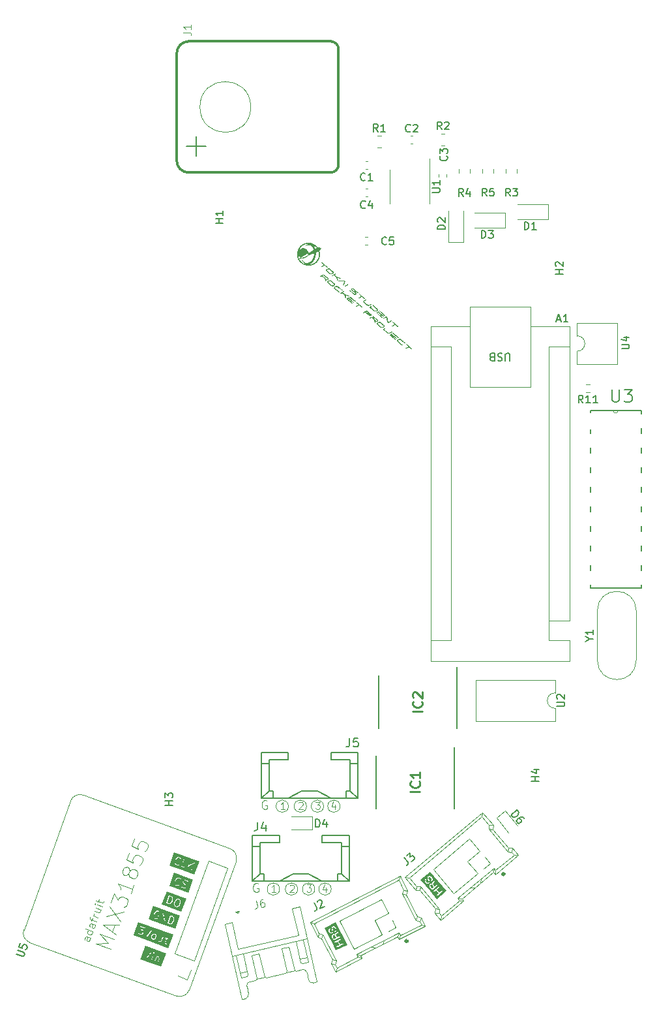
<source format=gbr>
%TF.GenerationSoftware,KiCad,Pcbnew,7.0.1*%
%TF.CreationDate,2023-05-25T18:45:16+09:00*%
%TF.ProjectId,THRControlModuleBoard,54485243-6f6e-4747-926f-6c4d6f64756c,rev?*%
%TF.SameCoordinates,Original*%
%TF.FileFunction,Legend,Top*%
%TF.FilePolarity,Positive*%
%FSLAX46Y46*%
G04 Gerber Fmt 4.6, Leading zero omitted, Abs format (unit mm)*
G04 Created by KiCad (PCBNEW 7.0.1) date 2023-05-25 18:45:16*
%MOMM*%
%LPD*%
G01*
G04 APERTURE LIST*
%ADD10C,0.150000*%
%ADD11C,0.254000*%
%ADD12C,0.100000*%
%ADD13C,0.127000*%
%ADD14C,0.081280*%
%ADD15C,0.101600*%
%ADD16C,0.120000*%
%ADD17C,0.200000*%
%ADD18C,0.300000*%
%ADD19C,0.050800*%
%ADD20C,0.152400*%
G04 APERTURE END LIST*
D10*
%TO.C,C2*%
X134289333Y-44523380D02*
X134241714Y-44571000D01*
X134241714Y-44571000D02*
X134098857Y-44618619D01*
X134098857Y-44618619D02*
X134003619Y-44618619D01*
X134003619Y-44618619D02*
X133860762Y-44571000D01*
X133860762Y-44571000D02*
X133765524Y-44475761D01*
X133765524Y-44475761D02*
X133717905Y-44380523D01*
X133717905Y-44380523D02*
X133670286Y-44190047D01*
X133670286Y-44190047D02*
X133670286Y-44047190D01*
X133670286Y-44047190D02*
X133717905Y-43856714D01*
X133717905Y-43856714D02*
X133765524Y-43761476D01*
X133765524Y-43761476D02*
X133860762Y-43666238D01*
X133860762Y-43666238D02*
X134003619Y-43618619D01*
X134003619Y-43618619D02*
X134098857Y-43618619D01*
X134098857Y-43618619D02*
X134241714Y-43666238D01*
X134241714Y-43666238D02*
X134289333Y-43713857D01*
X134670286Y-43713857D02*
X134717905Y-43666238D01*
X134717905Y-43666238D02*
X134813143Y-43618619D01*
X134813143Y-43618619D02*
X135051238Y-43618619D01*
X135051238Y-43618619D02*
X135146476Y-43666238D01*
X135146476Y-43666238D02*
X135194095Y-43713857D01*
X135194095Y-43713857D02*
X135241714Y-43809095D01*
X135241714Y-43809095D02*
X135241714Y-43904333D01*
X135241714Y-43904333D02*
X135194095Y-44047190D01*
X135194095Y-44047190D02*
X134622667Y-44618619D01*
X134622667Y-44618619D02*
X135241714Y-44618619D01*
%TO.C,U1*%
X137114619Y-52443904D02*
X137924142Y-52443904D01*
X137924142Y-52443904D02*
X138019380Y-52396285D01*
X138019380Y-52396285D02*
X138067000Y-52348666D01*
X138067000Y-52348666D02*
X138114619Y-52253428D01*
X138114619Y-52253428D02*
X138114619Y-52062952D01*
X138114619Y-52062952D02*
X138067000Y-51967714D01*
X138067000Y-51967714D02*
X138019380Y-51920095D01*
X138019380Y-51920095D02*
X137924142Y-51872476D01*
X137924142Y-51872476D02*
X137114619Y-51872476D01*
X138114619Y-50872476D02*
X138114619Y-51443904D01*
X138114619Y-51158190D02*
X137114619Y-51158190D01*
X137114619Y-51158190D02*
X137257476Y-51253428D01*
X137257476Y-51253428D02*
X137352714Y-51348666D01*
X137352714Y-51348666D02*
X137400333Y-51443904D01*
%TO.C,D3*%
X143511905Y-58374619D02*
X143511905Y-57374619D01*
X143511905Y-57374619D02*
X143750000Y-57374619D01*
X143750000Y-57374619D02*
X143892857Y-57422238D01*
X143892857Y-57422238D02*
X143988095Y-57517476D01*
X143988095Y-57517476D02*
X144035714Y-57612714D01*
X144035714Y-57612714D02*
X144083333Y-57803190D01*
X144083333Y-57803190D02*
X144083333Y-57946047D01*
X144083333Y-57946047D02*
X144035714Y-58136523D01*
X144035714Y-58136523D02*
X143988095Y-58231761D01*
X143988095Y-58231761D02*
X143892857Y-58327000D01*
X143892857Y-58327000D02*
X143750000Y-58374619D01*
X143750000Y-58374619D02*
X143511905Y-58374619D01*
X144416667Y-57374619D02*
X145035714Y-57374619D01*
X145035714Y-57374619D02*
X144702381Y-57755571D01*
X144702381Y-57755571D02*
X144845238Y-57755571D01*
X144845238Y-57755571D02*
X144940476Y-57803190D01*
X144940476Y-57803190D02*
X144988095Y-57850809D01*
X144988095Y-57850809D02*
X145035714Y-57946047D01*
X145035714Y-57946047D02*
X145035714Y-58184142D01*
X145035714Y-58184142D02*
X144988095Y-58279380D01*
X144988095Y-58279380D02*
X144940476Y-58327000D01*
X144940476Y-58327000D02*
X144845238Y-58374619D01*
X144845238Y-58374619D02*
X144559524Y-58374619D01*
X144559524Y-58374619D02*
X144464286Y-58327000D01*
X144464286Y-58327000D02*
X144416667Y-58279380D01*
D11*
%TO.C,IC2*%
X135837526Y-119789762D02*
X134567526Y-119789762D01*
X135716573Y-118459285D02*
X135777050Y-118519761D01*
X135777050Y-118519761D02*
X135837526Y-118701190D01*
X135837526Y-118701190D02*
X135837526Y-118822142D01*
X135837526Y-118822142D02*
X135777050Y-119003571D01*
X135777050Y-119003571D02*
X135656097Y-119124523D01*
X135656097Y-119124523D02*
X135535145Y-119185000D01*
X135535145Y-119185000D02*
X135293240Y-119245476D01*
X135293240Y-119245476D02*
X135111811Y-119245476D01*
X135111811Y-119245476D02*
X134869907Y-119185000D01*
X134869907Y-119185000D02*
X134748954Y-119124523D01*
X134748954Y-119124523D02*
X134628002Y-119003571D01*
X134628002Y-119003571D02*
X134567526Y-118822142D01*
X134567526Y-118822142D02*
X134567526Y-118701190D01*
X134567526Y-118701190D02*
X134628002Y-118519761D01*
X134628002Y-118519761D02*
X134688478Y-118459285D01*
X134688478Y-117975476D02*
X134628002Y-117915000D01*
X134628002Y-117915000D02*
X134567526Y-117794047D01*
X134567526Y-117794047D02*
X134567526Y-117491666D01*
X134567526Y-117491666D02*
X134628002Y-117370714D01*
X134628002Y-117370714D02*
X134688478Y-117310238D01*
X134688478Y-117310238D02*
X134809430Y-117249761D01*
X134809430Y-117249761D02*
X134930383Y-117249761D01*
X134930383Y-117249761D02*
X135111811Y-117310238D01*
X135111811Y-117310238D02*
X135837526Y-118035952D01*
X135837526Y-118035952D02*
X135837526Y-117249761D01*
D10*
%TO.C,J2*%
X121782995Y-144604658D02*
X122107274Y-145241091D01*
X122107274Y-145241091D02*
X122129701Y-145389996D01*
X122129701Y-145389996D02*
X122088081Y-145518091D01*
X122088081Y-145518091D02*
X121982413Y-145625376D01*
X121982413Y-145625376D02*
X121897555Y-145668613D01*
X122208093Y-144494948D02*
X122228903Y-144430901D01*
X122228903Y-144430901D02*
X122292142Y-144345235D01*
X122292142Y-144345235D02*
X122504287Y-144237142D01*
X122504287Y-144237142D02*
X122610763Y-144236333D01*
X122610763Y-144236333D02*
X122674810Y-144257144D01*
X122674810Y-144257144D02*
X122760476Y-144320383D01*
X122760476Y-144320383D02*
X122803714Y-144405240D01*
X122803714Y-144405240D02*
X122826141Y-144554146D01*
X122826141Y-144554146D02*
X122576417Y-145322715D01*
X122576417Y-145322715D02*
X123127993Y-145041674D01*
D12*
G36*
X124397060Y-148791307D02*
G01*
X124409132Y-148793576D01*
X124420800Y-148797084D01*
X124432062Y-148801829D01*
X124439403Y-148805747D01*
X124450394Y-148812855D01*
X124461362Y-148821439D01*
X124468661Y-148827982D01*
X124475950Y-148835182D01*
X124483228Y-148843038D01*
X124490496Y-148851550D01*
X124497754Y-148860719D01*
X124505001Y-148870544D01*
X124512238Y-148881025D01*
X124519464Y-148892162D01*
X124526680Y-148903956D01*
X124533886Y-148916406D01*
X124541081Y-148929513D01*
X124548266Y-148943276D01*
X124654382Y-149151540D01*
X124361898Y-149300568D01*
X124255782Y-149092304D01*
X124252087Y-149084975D01*
X124245106Y-149070659D01*
X124238668Y-149056798D01*
X124232775Y-149043392D01*
X124227427Y-149030441D01*
X124222623Y-149017944D01*
X124218364Y-149005903D01*
X124214649Y-148994317D01*
X124211479Y-148983186D01*
X124208853Y-148972510D01*
X124206772Y-148962288D01*
X124205235Y-148952522D01*
X124203951Y-148938726D01*
X124203892Y-148925953D01*
X124205057Y-148914204D01*
X124206466Y-148906781D01*
X124209571Y-148895952D01*
X124213865Y-148885491D01*
X124219348Y-148875397D01*
X124226021Y-148865671D01*
X124233883Y-148856311D01*
X124242935Y-148847319D01*
X124253175Y-148838694D01*
X124264606Y-148830437D01*
X124272887Y-148825136D01*
X124281696Y-148819999D01*
X124291035Y-148815024D01*
X124301200Y-148810074D01*
X124311185Y-148805674D01*
X124320990Y-148801823D01*
X124330615Y-148798523D01*
X124344715Y-148794605D01*
X124358409Y-148791924D01*
X124371698Y-148790480D01*
X124384581Y-148790275D01*
X124397060Y-148791307D01*
G37*
G36*
X126070053Y-150045348D02*
G01*
X124615016Y-150786726D01*
X124045494Y-149668975D01*
X124409262Y-149668975D01*
X124471689Y-149791496D01*
X124833812Y-149606986D01*
X125070882Y-150072261D01*
X124708759Y-150256772D01*
X124770854Y-150378641D01*
X125662234Y-149924460D01*
X125600139Y-149802592D01*
X125182305Y-150015489D01*
X124945235Y-149550213D01*
X125363069Y-149337316D01*
X125300641Y-149214795D01*
X124409262Y-149668975D01*
X124045494Y-149668975D01*
X123667441Y-148927005D01*
X124065804Y-148927005D01*
X124066241Y-148937220D01*
X124067120Y-148947545D01*
X124068440Y-148957978D01*
X124070202Y-148968521D01*
X124072404Y-148979173D01*
X124075047Y-148989935D01*
X124078132Y-149000805D01*
X124081828Y-149012346D01*
X124085220Y-149021843D01*
X124089143Y-149032062D01*
X124093598Y-149043003D01*
X124098585Y-149054665D01*
X124104103Y-149067050D01*
X124110153Y-149080156D01*
X124114482Y-149089294D01*
X124119047Y-149098753D01*
X124123848Y-149108533D01*
X124128885Y-149118634D01*
X124134159Y-149129055D01*
X124311351Y-149476815D01*
X125202731Y-149022635D01*
X125141301Y-148902072D01*
X124765250Y-149093679D01*
X124664678Y-148896296D01*
X124660643Y-148888312D01*
X124653015Y-148872833D01*
X124645978Y-148858005D01*
X124639532Y-148843829D01*
X124633678Y-148830305D01*
X124628415Y-148817432D01*
X124623743Y-148805212D01*
X124619662Y-148793643D01*
X124616172Y-148782726D01*
X124613274Y-148772460D01*
X124610035Y-148758284D01*
X124608126Y-148745574D01*
X124607548Y-148734331D01*
X124608846Y-148721621D01*
X124611307Y-148713000D01*
X124616653Y-148701362D01*
X124622208Y-148692524D01*
X124629090Y-148683595D01*
X124637298Y-148674572D01*
X124646833Y-148665457D01*
X124657693Y-148656250D01*
X124665670Y-148650060D01*
X124674236Y-148643829D01*
X124683392Y-148637556D01*
X124693136Y-148631243D01*
X124703471Y-148624888D01*
X124814170Y-148559164D01*
X124817652Y-148557390D01*
X124823002Y-148554120D01*
X124833304Y-148547709D01*
X124843075Y-148541466D01*
X124852316Y-148535393D01*
X124861027Y-148529490D01*
X124873099Y-148520953D01*
X124883977Y-148512798D01*
X124893662Y-148505024D01*
X124902154Y-148497632D01*
X124909453Y-148490622D01*
X124917328Y-148481868D01*
X124923081Y-148473792D01*
X124851450Y-148333208D01*
X124827077Y-148345627D01*
X124826656Y-148353000D01*
X124824577Y-148363091D01*
X124820762Y-148372913D01*
X124815209Y-148382466D01*
X124809066Y-148390440D01*
X124801264Y-148398556D01*
X124793328Y-148405623D01*
X124784086Y-148412967D01*
X124775754Y-148419042D01*
X124766587Y-148425293D01*
X124756585Y-148431722D01*
X124745747Y-148438327D01*
X124606351Y-148522511D01*
X124596422Y-148528509D01*
X124586942Y-148534443D01*
X124577911Y-148540313D01*
X124569330Y-148546120D01*
X124561198Y-148551862D01*
X124549842Y-148560355D01*
X124539497Y-148568704D01*
X124530163Y-148576910D01*
X124521839Y-148584971D01*
X124514526Y-148592888D01*
X124508224Y-148600662D01*
X124501394Y-148610802D01*
X124495968Y-148621152D01*
X124491664Y-148632122D01*
X124488480Y-148643711D01*
X124486417Y-148655919D01*
X124485475Y-148668748D01*
X124485504Y-148678775D01*
X124486164Y-148689152D01*
X124487454Y-148699877D01*
X124489374Y-148710950D01*
X124481782Y-148705272D01*
X124470300Y-148697370D01*
X124458707Y-148690203D01*
X124447002Y-148683773D01*
X124435186Y-148678079D01*
X124423258Y-148673121D01*
X124411219Y-148668900D01*
X124399068Y-148665415D01*
X124386806Y-148662666D01*
X124374432Y-148660653D01*
X124361946Y-148659377D01*
X124357740Y-148659108D01*
X124345067Y-148658790D01*
X124332309Y-148659204D01*
X124319466Y-148660350D01*
X124306539Y-148662228D01*
X124293527Y-148664839D01*
X124280430Y-148668182D01*
X124267248Y-148672257D01*
X124253982Y-148677064D01*
X124240631Y-148682603D01*
X124231683Y-148686703D01*
X124222698Y-148691128D01*
X124213503Y-148695959D01*
X124204579Y-148700943D01*
X124195925Y-148706080D01*
X124187543Y-148711371D01*
X124175476Y-148719594D01*
X124164020Y-148728162D01*
X124153172Y-148737075D01*
X124142934Y-148746332D01*
X124133305Y-148755935D01*
X124124286Y-148765882D01*
X124115876Y-148776174D01*
X124108076Y-148786811D01*
X124103187Y-148794063D01*
X124096416Y-148805160D01*
X124090319Y-148816521D01*
X124084896Y-148828145D01*
X124080147Y-148840033D01*
X124076072Y-148852185D01*
X124072671Y-148864601D01*
X124069944Y-148877280D01*
X124067891Y-148890223D01*
X124066512Y-148903429D01*
X124065807Y-148916900D01*
X124065804Y-148925953D01*
X124065804Y-148927005D01*
X123667441Y-148927005D01*
X123281711Y-148169968D01*
X123652773Y-148169968D01*
X123653612Y-148186704D01*
X123655315Y-148203626D01*
X123657882Y-148220735D01*
X123661313Y-148238032D01*
X123665609Y-148255516D01*
X123670769Y-148273186D01*
X123676792Y-148291045D01*
X123683680Y-148309090D01*
X123687449Y-148318183D01*
X123691433Y-148327322D01*
X123695633Y-148336508D01*
X123700049Y-148345742D01*
X123704681Y-148355022D01*
X123709360Y-148364028D01*
X123714125Y-148372848D01*
X123718976Y-148381482D01*
X123723912Y-148389930D01*
X123734041Y-148406269D01*
X123744512Y-148421863D01*
X123755326Y-148436712D01*
X123766483Y-148450818D01*
X123777982Y-148464180D01*
X123789824Y-148476797D01*
X123802008Y-148488670D01*
X123814534Y-148499799D01*
X123827404Y-148510184D01*
X123840615Y-148519824D01*
X123854170Y-148528720D01*
X123868066Y-148536873D01*
X123882306Y-148544281D01*
X123896888Y-148550944D01*
X123911625Y-148556813D01*
X123926386Y-148561806D01*
X123941170Y-148565924D01*
X123955977Y-148569168D01*
X123970807Y-148571536D01*
X123985661Y-148573030D01*
X124000538Y-148573649D01*
X124015438Y-148573393D01*
X124030361Y-148572262D01*
X124045308Y-148570256D01*
X124060278Y-148567375D01*
X124075271Y-148563620D01*
X124090287Y-148558989D01*
X124105326Y-148553484D01*
X124120389Y-148547104D01*
X124135475Y-148539849D01*
X124147506Y-148533429D01*
X124158952Y-148526730D01*
X124169815Y-148519749D01*
X124180093Y-148512489D01*
X124189788Y-148504947D01*
X124198898Y-148497125D01*
X124207424Y-148489022D01*
X124215365Y-148480639D01*
X124222723Y-148471975D01*
X124229497Y-148463031D01*
X124235686Y-148453806D01*
X124241292Y-148444300D01*
X124246313Y-148434514D01*
X124250750Y-148424447D01*
X124254603Y-148414100D01*
X124257872Y-148403472D01*
X124259275Y-148397978D01*
X124261652Y-148386295D01*
X124263458Y-148373682D01*
X124264692Y-148360140D01*
X124265353Y-148345668D01*
X124265443Y-148330268D01*
X124264960Y-148313938D01*
X124263906Y-148296679D01*
X124262280Y-148278490D01*
X124260081Y-148259372D01*
X124258768Y-148249465D01*
X124257311Y-148239326D01*
X124255711Y-148228954D01*
X124253969Y-148218349D01*
X124252083Y-148207513D01*
X124250054Y-148196444D01*
X124247883Y-148185143D01*
X124245568Y-148173609D01*
X124243110Y-148161844D01*
X124240510Y-148149845D01*
X124237766Y-148137615D01*
X124234880Y-148125152D01*
X124231850Y-148112457D01*
X124231022Y-148109124D01*
X124228569Y-148099588D01*
X124225886Y-148089455D01*
X124222019Y-148073953D01*
X124218466Y-148058846D01*
X124215228Y-148044133D01*
X124212305Y-148029815D01*
X124209696Y-148015891D01*
X124207401Y-148002361D01*
X124205421Y-147989226D01*
X124203755Y-147976486D01*
X124202404Y-147964139D01*
X124201368Y-147952188D01*
X124200645Y-147940630D01*
X124200238Y-147929468D01*
X124200144Y-147918699D01*
X124200366Y-147908325D01*
X124201751Y-147888760D01*
X124204395Y-147870773D01*
X124208297Y-147854364D01*
X124213456Y-147839533D01*
X124219874Y-147826279D01*
X124227549Y-147814603D01*
X124236482Y-147804504D01*
X124246674Y-147795984D01*
X124258123Y-147789041D01*
X124262558Y-147786855D01*
X124275875Y-147781178D01*
X124289209Y-147776822D01*
X124302562Y-147773786D01*
X124315932Y-147772072D01*
X124329319Y-147771678D01*
X124342725Y-147772606D01*
X124356148Y-147774854D01*
X124369589Y-147778423D01*
X124383047Y-147783313D01*
X124392029Y-147787307D01*
X124401020Y-147791888D01*
X124409900Y-147797005D01*
X124418636Y-147802632D01*
X124427228Y-147808769D01*
X124435674Y-147815417D01*
X124443977Y-147822576D01*
X124452134Y-147830245D01*
X124460147Y-147838425D01*
X124468016Y-147847115D01*
X124475739Y-147856316D01*
X124483319Y-147866028D01*
X124490753Y-147876250D01*
X124498043Y-147886982D01*
X124505188Y-147898225D01*
X124512189Y-147909979D01*
X124519045Y-147922243D01*
X124525757Y-147935018D01*
X124532174Y-147948125D01*
X124538011Y-147961112D01*
X124543267Y-147973980D01*
X124547941Y-147986728D01*
X124552034Y-147999357D01*
X124555546Y-148011867D01*
X124558477Y-148024258D01*
X124560826Y-148036529D01*
X124562594Y-148048681D01*
X124563781Y-148060713D01*
X124564387Y-148072626D01*
X124564412Y-148084420D01*
X124563855Y-148096095D01*
X124562718Y-148107650D01*
X124560999Y-148119086D01*
X124558699Y-148130402D01*
X124555844Y-148141492D01*
X124552461Y-148152247D01*
X124548549Y-148162666D01*
X124544110Y-148172752D01*
X124539142Y-148182502D01*
X124533646Y-148191918D01*
X124527622Y-148200998D01*
X124521070Y-148209745D01*
X124513989Y-148218156D01*
X124506380Y-148226232D01*
X124498243Y-148233974D01*
X124489578Y-148241381D01*
X124480385Y-148248453D01*
X124470663Y-148255190D01*
X124460413Y-148261593D01*
X124449635Y-148267661D01*
X124509512Y-148385177D01*
X124518437Y-148379994D01*
X124527144Y-148374716D01*
X124535633Y-148369342D01*
X124543904Y-148363871D01*
X124559791Y-148352642D01*
X124574805Y-148341029D01*
X124588947Y-148329032D01*
X124602216Y-148316650D01*
X124614613Y-148303884D01*
X124626138Y-148290734D01*
X124636790Y-148277200D01*
X124646569Y-148263281D01*
X124655476Y-148248979D01*
X124663510Y-148234292D01*
X124670672Y-148219221D01*
X124676961Y-148203765D01*
X124682378Y-148187925D01*
X124686923Y-148171702D01*
X124690564Y-148155135D01*
X124693300Y-148138320D01*
X124695130Y-148121259D01*
X124696055Y-148103950D01*
X124696074Y-148086393D01*
X124695187Y-148068589D01*
X124693395Y-148050537D01*
X124690697Y-148032239D01*
X124687094Y-148013692D01*
X124682585Y-147994898D01*
X124679991Y-147985409D01*
X124677171Y-147975857D01*
X124674124Y-147966244D01*
X124670850Y-147956569D01*
X124667351Y-147946832D01*
X124663625Y-147937033D01*
X124659672Y-147927172D01*
X124655493Y-147917249D01*
X124651088Y-147907265D01*
X124646456Y-147897218D01*
X124641598Y-147887110D01*
X124636514Y-147876940D01*
X124631435Y-147867152D01*
X124626276Y-147857567D01*
X124621037Y-147848182D01*
X124615717Y-147839000D01*
X124610317Y-147830019D01*
X124604837Y-147821239D01*
X124599276Y-147812661D01*
X124593635Y-147804285D01*
X124587913Y-147796110D01*
X124582111Y-147788137D01*
X124570266Y-147772795D01*
X124558099Y-147758260D01*
X124545611Y-147744531D01*
X124532801Y-147731608D01*
X124519669Y-147719492D01*
X124506216Y-147708182D01*
X124492441Y-147697678D01*
X124478345Y-147687981D01*
X124463927Y-147679090D01*
X124449188Y-147671005D01*
X124434127Y-147663726D01*
X124418862Y-147657330D01*
X124403566Y-147651864D01*
X124388239Y-147647329D01*
X124372880Y-147643724D01*
X124357490Y-147641049D01*
X124342069Y-147639305D01*
X124326616Y-147638492D01*
X124311132Y-147638608D01*
X124295617Y-147639655D01*
X124280070Y-147641633D01*
X124264492Y-147644541D01*
X124248883Y-147648379D01*
X124233242Y-147653148D01*
X124217570Y-147658847D01*
X124201867Y-147665477D01*
X124186132Y-147673037D01*
X124182900Y-147674707D01*
X124173433Y-147679880D01*
X124164307Y-147685298D01*
X124155523Y-147690962D01*
X124147081Y-147696870D01*
X124138980Y-147703024D01*
X124131222Y-147709423D01*
X124123804Y-147716066D01*
X124116729Y-147722955D01*
X124109995Y-147730089D01*
X124101549Y-147739983D01*
X124093738Y-147750259D01*
X124086592Y-147760864D01*
X124080111Y-147771799D01*
X124074295Y-147783063D01*
X124069143Y-147794657D01*
X124064656Y-147806580D01*
X124060834Y-147818833D01*
X124057676Y-147831415D01*
X124055350Y-147844884D01*
X124054340Y-147854788D01*
X124053762Y-147865430D01*
X124053616Y-147876812D01*
X124053903Y-147888933D01*
X124054622Y-147901793D01*
X124055773Y-147915392D01*
X124057356Y-147929730D01*
X124059372Y-147944808D01*
X124061820Y-147960624D01*
X124064700Y-147977180D01*
X124068013Y-147994475D01*
X124071758Y-148012509D01*
X124075935Y-148031282D01*
X124078186Y-148040946D01*
X124080545Y-148050795D01*
X124083012Y-148060828D01*
X124084079Y-148065613D01*
X124086507Y-148075220D01*
X124087452Y-148079071D01*
X124089933Y-148089226D01*
X124092370Y-148099234D01*
X124095092Y-148110446D01*
X124097578Y-148120709D01*
X124100263Y-148131807D01*
X124104036Y-148147070D01*
X124107486Y-148161952D01*
X124110614Y-148176452D01*
X124113419Y-148190571D01*
X124115903Y-148204309D01*
X124118064Y-148217665D01*
X124119903Y-148230640D01*
X124121419Y-148243234D01*
X124122614Y-148255446D01*
X124123486Y-148267277D01*
X124124035Y-148278726D01*
X124124263Y-148289794D01*
X124124168Y-148300481D01*
X124123751Y-148310787D01*
X124121950Y-148330253D01*
X124118860Y-148348195D01*
X124114481Y-148364611D01*
X124108813Y-148379501D01*
X124101856Y-148392866D01*
X124093610Y-148404706D01*
X124084074Y-148415020D01*
X124073250Y-148423808D01*
X124061136Y-148431072D01*
X124053158Y-148434874D01*
X124041160Y-148439604D01*
X124029127Y-148443166D01*
X124017059Y-148445562D01*
X124004954Y-148446791D01*
X123992814Y-148446852D01*
X123980638Y-148445746D01*
X123968426Y-148443474D01*
X123956179Y-148440034D01*
X123943895Y-148435426D01*
X123931576Y-148429652D01*
X123927477Y-148427465D01*
X123915417Y-148420256D01*
X123903715Y-148412075D01*
X123892370Y-148402921D01*
X123885005Y-148396279D01*
X123877799Y-148389204D01*
X123870752Y-148381697D01*
X123863864Y-148373758D01*
X123857135Y-148365386D01*
X123850565Y-148356583D01*
X123844153Y-148347347D01*
X123837900Y-148337680D01*
X123831807Y-148327580D01*
X123825872Y-148317048D01*
X123820096Y-148306083D01*
X123814275Y-148294206D01*
X123808983Y-148282458D01*
X123804219Y-148270838D01*
X123799984Y-148259348D01*
X123796276Y-148247987D01*
X123793098Y-148236755D01*
X123790447Y-148225653D01*
X123788325Y-148214679D01*
X123786732Y-148203835D01*
X123785666Y-148193119D01*
X123785129Y-148182533D01*
X123785121Y-148172076D01*
X123785641Y-148161748D01*
X123786689Y-148151549D01*
X123788265Y-148141479D01*
X123790370Y-148131538D01*
X123792957Y-148121759D01*
X123796061Y-148112200D01*
X123799681Y-148102862D01*
X123803819Y-148093744D01*
X123808474Y-148084847D01*
X123813646Y-148076170D01*
X123819336Y-148067714D01*
X123825542Y-148059478D01*
X123832266Y-148051463D01*
X123839506Y-148043669D01*
X123847264Y-148036094D01*
X123855539Y-148028741D01*
X123864331Y-148021608D01*
X123873640Y-148014695D01*
X123883466Y-148008003D01*
X123893809Y-148001532D01*
X123833833Y-147885436D01*
X123817282Y-147894489D01*
X123801518Y-147903966D01*
X123786543Y-147913868D01*
X123772357Y-147924196D01*
X123758959Y-147934948D01*
X123746349Y-147946125D01*
X123734527Y-147957727D01*
X123723494Y-147969754D01*
X123713249Y-147982207D01*
X123703792Y-147995084D01*
X123695124Y-148008386D01*
X123687244Y-148022113D01*
X123680152Y-148036265D01*
X123673849Y-148050842D01*
X123668334Y-148065844D01*
X123663607Y-148081271D01*
X123661542Y-148089100D01*
X123658060Y-148104899D01*
X123655442Y-148120886D01*
X123653688Y-148137060D01*
X123652799Y-148153420D01*
X123652773Y-148169968D01*
X123281711Y-148169968D01*
X123134152Y-147880367D01*
X124589190Y-147138989D01*
X126070053Y-150045348D01*
G37*
D10*
%TO.C,D1*%
X149103905Y-57262619D02*
X149103905Y-56262619D01*
X149103905Y-56262619D02*
X149342000Y-56262619D01*
X149342000Y-56262619D02*
X149484857Y-56310238D01*
X149484857Y-56310238D02*
X149580095Y-56405476D01*
X149580095Y-56405476D02*
X149627714Y-56500714D01*
X149627714Y-56500714D02*
X149675333Y-56691190D01*
X149675333Y-56691190D02*
X149675333Y-56834047D01*
X149675333Y-56834047D02*
X149627714Y-57024523D01*
X149627714Y-57024523D02*
X149580095Y-57119761D01*
X149580095Y-57119761D02*
X149484857Y-57215000D01*
X149484857Y-57215000D02*
X149342000Y-57262619D01*
X149342000Y-57262619D02*
X149103905Y-57262619D01*
X150627714Y-57262619D02*
X150056286Y-57262619D01*
X150342000Y-57262619D02*
X150342000Y-56262619D01*
X150342000Y-56262619D02*
X150246762Y-56405476D01*
X150246762Y-56405476D02*
X150151524Y-56500714D01*
X150151524Y-56500714D02*
X150056286Y-56548333D01*
%TO.C,J3*%
X133501961Y-138749874D02*
X133961095Y-139297049D01*
X133961095Y-139297049D02*
X134016444Y-139437093D01*
X134016444Y-139437093D02*
X134004705Y-139571267D01*
X134004705Y-139571267D02*
X133925879Y-139699572D01*
X133925879Y-139699572D02*
X133852923Y-139760790D01*
X133793788Y-138505003D02*
X134268006Y-138107087D01*
X134268006Y-138107087D02*
X134257529Y-138613176D01*
X134257529Y-138613176D02*
X134366964Y-138521349D01*
X134366964Y-138521349D02*
X134470530Y-138496609D01*
X134470530Y-138496609D02*
X134537617Y-138502479D01*
X134537617Y-138502479D02*
X134635313Y-138544826D01*
X134635313Y-138544826D02*
X134788358Y-138727218D01*
X134788358Y-138727218D02*
X134813097Y-138830783D01*
X134813097Y-138830783D02*
X134807228Y-138897871D01*
X134807228Y-138897871D02*
X134764880Y-138995567D01*
X134764880Y-138995567D02*
X134546011Y-139179220D01*
X134546011Y-139179220D02*
X134442445Y-139203960D01*
X134442445Y-139203960D02*
X134375358Y-139198091D01*
D12*
G36*
X137057280Y-142233853D02*
G01*
X137069321Y-142235943D01*
X137077355Y-142238109D01*
X137089664Y-142242562D01*
X137102282Y-142248459D01*
X137110866Y-142253193D01*
X137119587Y-142258569D01*
X137128446Y-142264586D01*
X137137443Y-142271245D01*
X137146577Y-142278546D01*
X137155848Y-142286489D01*
X137165257Y-142295074D01*
X137174804Y-142304300D01*
X137184488Y-142314168D01*
X137194310Y-142324679D01*
X137204269Y-142335831D01*
X137214366Y-142347625D01*
X137364611Y-142526680D01*
X137113148Y-142737683D01*
X136962902Y-142558628D01*
X136957653Y-142552318D01*
X136947630Y-142539939D01*
X136938240Y-142527881D01*
X136929482Y-142516144D01*
X136921358Y-142504728D01*
X136913866Y-142493633D01*
X136907007Y-142482859D01*
X136900781Y-142472405D01*
X136895188Y-142462272D01*
X136890228Y-142452460D01*
X136885901Y-142442969D01*
X136882206Y-142433799D01*
X136877851Y-142420645D01*
X136874920Y-142408213D01*
X136873414Y-142396503D01*
X136873117Y-142388953D01*
X136873706Y-142377704D01*
X136875536Y-142366545D01*
X136878608Y-142355476D01*
X136882922Y-142344498D01*
X136888477Y-142333610D01*
X136895274Y-142322812D01*
X136903312Y-142312105D01*
X136912592Y-142301488D01*
X136919469Y-142294460D01*
X136926897Y-142287472D01*
X136934877Y-142280524D01*
X136943668Y-142273414D01*
X136952407Y-142266881D01*
X136961095Y-142260923D01*
X136969731Y-142255543D01*
X136982587Y-142248553D01*
X136995328Y-142242860D01*
X137007951Y-142238464D01*
X137020458Y-142235366D01*
X137032849Y-142233564D01*
X137045123Y-142233060D01*
X137057280Y-142233853D01*
G37*
G36*
X138945062Y-143079123D02*
G01*
X137694090Y-144128812D01*
X136819062Y-143085994D01*
X137242171Y-143085994D01*
X137330559Y-143191331D01*
X137641895Y-142930090D01*
X137977553Y-143330111D01*
X137666217Y-143591353D01*
X137754135Y-143696130D01*
X138520501Y-143053073D01*
X138432583Y-142948296D01*
X138073349Y-143249729D01*
X137737691Y-142849707D01*
X138096925Y-142548275D01*
X138008536Y-142442937D01*
X137242171Y-143085994D01*
X136819062Y-143085994D01*
X136224943Y-142377951D01*
X136733262Y-142377951D01*
X136733427Y-142388953D01*
X136733457Y-142390919D01*
X136734368Y-142403992D01*
X136735995Y-142417170D01*
X136738339Y-142430454D01*
X136740609Y-142440301D01*
X136743333Y-142450156D01*
X136746512Y-142460018D01*
X136750145Y-142469887D01*
X136754233Y-142479764D01*
X136758775Y-142489648D01*
X136763771Y-142499539D01*
X136769222Y-142509437D01*
X136775419Y-142519850D01*
X136780861Y-142528341D01*
X136786982Y-142537415D01*
X136793785Y-142547073D01*
X136801267Y-142557315D01*
X136809430Y-142568141D01*
X136818273Y-142579550D01*
X136824546Y-142587481D01*
X136831122Y-142595670D01*
X136838000Y-142604120D01*
X136845180Y-142612828D01*
X136852663Y-142621796D01*
X137103543Y-142920784D01*
X137869908Y-142277727D01*
X137782932Y-142174073D01*
X137459622Y-142445362D01*
X137317226Y-142275662D01*
X137311498Y-142268790D01*
X137300583Y-142255423D01*
X137290391Y-142242559D01*
X137280922Y-142230196D01*
X137272175Y-142218335D01*
X137264151Y-142206977D01*
X137256850Y-142196120D01*
X137250271Y-142185766D01*
X137244415Y-142175914D01*
X137239282Y-142166563D01*
X137232937Y-142153479D01*
X137228218Y-142141525D01*
X137225126Y-142130700D01*
X137223531Y-142118024D01*
X137223990Y-142109070D01*
X137226580Y-142096527D01*
X137230006Y-142086667D01*
X137234703Y-142076417D01*
X137240671Y-142065780D01*
X137247910Y-142054754D01*
X137256421Y-142043339D01*
X137262801Y-142035513D01*
X137269746Y-142027515D01*
X137277256Y-142019344D01*
X137285331Y-142011000D01*
X137293971Y-142002484D01*
X137387048Y-141913542D01*
X137390042Y-141911030D01*
X137394519Y-141906641D01*
X137403114Y-141898076D01*
X137411231Y-141889796D01*
X137418869Y-141881800D01*
X137426029Y-141874088D01*
X137435871Y-141863055D01*
X137444636Y-141852661D01*
X137452324Y-141842908D01*
X137458936Y-141833795D01*
X137464470Y-141825322D01*
X137470174Y-141815021D01*
X137473963Y-141805858D01*
X137372544Y-141684991D01*
X137351589Y-141702575D01*
X137352837Y-141709853D01*
X137353082Y-141720153D01*
X137351573Y-141730582D01*
X137348311Y-141741139D01*
X137344120Y-141750290D01*
X137338344Y-141759953D01*
X137332201Y-141768625D01*
X137324848Y-141777860D01*
X137318096Y-141785653D01*
X137310570Y-141793806D01*
X137302270Y-141802320D01*
X137293197Y-141811194D01*
X137176310Y-141924577D01*
X137167985Y-141932655D01*
X137160083Y-141940570D01*
X137152604Y-141948321D01*
X137145549Y-141955909D01*
X137138917Y-141963333D01*
X137129763Y-141974164D01*
X137121561Y-141984626D01*
X137114312Y-141994721D01*
X137108015Y-142004448D01*
X137102670Y-142013807D01*
X137098279Y-142022799D01*
X137093905Y-142034216D01*
X137090946Y-142045521D01*
X137089219Y-142057178D01*
X137088724Y-142069186D01*
X137089460Y-142081546D01*
X137091428Y-142094257D01*
X137093712Y-142104022D01*
X137096689Y-142113984D01*
X137100359Y-142124143D01*
X137104721Y-142134501D01*
X137096046Y-142130677D01*
X137083081Y-142125559D01*
X137070173Y-142121185D01*
X137057322Y-142117552D01*
X137044527Y-142114662D01*
X137031790Y-142112515D01*
X137019110Y-142111110D01*
X137006486Y-142110447D01*
X136993920Y-142110527D01*
X136981410Y-142111350D01*
X136968957Y-142112915D01*
X136964799Y-142113599D01*
X136952379Y-142116140D01*
X136940041Y-142119413D01*
X136927785Y-142123419D01*
X136915612Y-142128157D01*
X136903520Y-142133628D01*
X136891511Y-142139831D01*
X136879584Y-142146767D01*
X136867739Y-142154435D01*
X136855976Y-142162836D01*
X136848180Y-142168843D01*
X136840421Y-142175176D01*
X136832548Y-142181951D01*
X136824974Y-142188815D01*
X136817698Y-142195767D01*
X136810720Y-142202808D01*
X136800813Y-142213535D01*
X136791577Y-142224460D01*
X136783013Y-142235585D01*
X136775120Y-142246908D01*
X136767898Y-142258431D01*
X136761347Y-142270152D01*
X136755468Y-142282072D01*
X136750260Y-142294192D01*
X136747128Y-142302357D01*
X136743027Y-142314693D01*
X136739642Y-142327134D01*
X136736973Y-142339680D01*
X136735019Y-142352332D01*
X136733783Y-142365089D01*
X136733262Y-142377951D01*
X136224943Y-142377951D01*
X135668502Y-141714811D01*
X136158221Y-141714811D01*
X136158382Y-141730988D01*
X136159427Y-141747154D01*
X136161357Y-141763308D01*
X136164170Y-141779449D01*
X136167868Y-141795579D01*
X136172450Y-141811696D01*
X136177916Y-141827802D01*
X136184266Y-141843895D01*
X136191500Y-141859977D01*
X136199618Y-141876046D01*
X136208621Y-141892104D01*
X136218508Y-141908149D01*
X136229278Y-141924182D01*
X136234995Y-141932194D01*
X136240933Y-141940203D01*
X136247092Y-141948209D01*
X136253472Y-141956212D01*
X136260073Y-141964212D01*
X136266659Y-141971935D01*
X136273285Y-141979458D01*
X136279954Y-141986780D01*
X136286664Y-141993901D01*
X136300208Y-142007542D01*
X136313919Y-142020380D01*
X136327797Y-142032417D01*
X136341840Y-142043651D01*
X136356050Y-142054084D01*
X136370427Y-142063714D01*
X136384970Y-142072542D01*
X136399679Y-142080568D01*
X136414554Y-142087791D01*
X136429596Y-142094213D01*
X136444804Y-142099832D01*
X136460178Y-142104649D01*
X136475719Y-142108664D01*
X136491426Y-142111877D01*
X136507106Y-142114279D01*
X136522612Y-142115824D01*
X136537943Y-142116511D01*
X136553101Y-142116341D01*
X136568084Y-142115313D01*
X136582893Y-142113427D01*
X136597528Y-142110683D01*
X136611988Y-142107082D01*
X136626275Y-142102623D01*
X136640387Y-142097306D01*
X136654325Y-142091132D01*
X136668089Y-142084100D01*
X136681679Y-142076210D01*
X136695094Y-142067463D01*
X136708336Y-142057858D01*
X136721403Y-142047395D01*
X136731681Y-142038434D01*
X136741327Y-142029331D01*
X136750341Y-142020086D01*
X136758723Y-142010699D01*
X136766472Y-142001170D01*
X136773589Y-141991499D01*
X136780074Y-141981686D01*
X136785926Y-141971732D01*
X136791147Y-141961635D01*
X136795735Y-141951396D01*
X136799690Y-141941015D01*
X136803014Y-141930492D01*
X136805705Y-141919827D01*
X136807764Y-141909020D01*
X136809190Y-141898071D01*
X136809984Y-141886980D01*
X136810116Y-141881312D01*
X136809804Y-141869393D01*
X136808726Y-141856697D01*
X136806882Y-141843225D01*
X136804271Y-141828975D01*
X136800894Y-141813949D01*
X136796751Y-141798146D01*
X136791841Y-141781567D01*
X136786165Y-141764210D01*
X136779722Y-141746077D01*
X136776213Y-141736719D01*
X136772513Y-141727167D01*
X136768621Y-141717421D01*
X136764538Y-141707480D01*
X136760263Y-141697346D01*
X136755796Y-141687017D01*
X136751138Y-141676494D01*
X136746288Y-141665777D01*
X136741247Y-141654865D01*
X136736014Y-141643760D01*
X136730589Y-141632460D01*
X136724973Y-141620966D01*
X136719165Y-141609278D01*
X136717609Y-141606216D01*
X136713074Y-141597476D01*
X136708180Y-141588206D01*
X136700925Y-141573972D01*
X136694065Y-141560051D01*
X136687600Y-141546444D01*
X136681531Y-141533150D01*
X136675857Y-141520170D01*
X136670577Y-141507503D01*
X136665693Y-141495151D01*
X136661204Y-141483111D01*
X136657110Y-141471385D01*
X136653412Y-141459973D01*
X136650108Y-141448875D01*
X136647200Y-141438089D01*
X136644686Y-141427618D01*
X136642568Y-141417460D01*
X136639518Y-141398085D01*
X136638047Y-141379964D01*
X136638158Y-141363098D01*
X136639849Y-141347486D01*
X136643120Y-141333128D01*
X136647972Y-141320025D01*
X136654405Y-141308176D01*
X136662418Y-141297581D01*
X136672012Y-141288240D01*
X136675842Y-141285113D01*
X136687540Y-141276586D01*
X136699553Y-141269342D01*
X136711880Y-141263380D01*
X136724522Y-141258702D01*
X136737478Y-141255307D01*
X136750749Y-141253196D01*
X136764334Y-141252367D01*
X136778233Y-141252821D01*
X136792446Y-141254558D01*
X136802097Y-141256429D01*
X136811887Y-141258870D01*
X136821691Y-141261858D01*
X136831469Y-141265375D01*
X136841221Y-141269423D01*
X136850947Y-141274000D01*
X136860646Y-141279108D01*
X136870320Y-141284746D01*
X136879968Y-141290913D01*
X136889589Y-141297611D01*
X136899185Y-141304838D01*
X136908754Y-141312596D01*
X136918298Y-141320884D01*
X136927815Y-141329701D01*
X136937307Y-141339049D01*
X136946772Y-141348927D01*
X136956211Y-141359334D01*
X136965624Y-141370272D01*
X136974826Y-141381599D01*
X136983435Y-141392940D01*
X136991450Y-141404296D01*
X136998872Y-141415666D01*
X137005701Y-141427051D01*
X137011937Y-141438450D01*
X137017580Y-141449864D01*
X137022630Y-141461292D01*
X137027086Y-141472735D01*
X137030950Y-141484192D01*
X137034220Y-141495663D01*
X137036897Y-141507149D01*
X137038981Y-141518650D01*
X137040472Y-141530165D01*
X137041369Y-141541694D01*
X137041674Y-141553238D01*
X137041387Y-141564686D01*
X137040510Y-141575926D01*
X137039043Y-141586958D01*
X137036986Y-141597784D01*
X137034339Y-141608402D01*
X137031102Y-141618812D01*
X137027275Y-141629016D01*
X137022858Y-141639011D01*
X137017851Y-141648800D01*
X137012254Y-141658381D01*
X137006067Y-141667755D01*
X136999290Y-141676921D01*
X136991923Y-141685880D01*
X136983966Y-141694632D01*
X136975419Y-141703176D01*
X136966282Y-141711513D01*
X137051060Y-141812547D01*
X137058590Y-141805490D01*
X137065887Y-141798388D01*
X137072949Y-141791242D01*
X137079777Y-141784052D01*
X137092731Y-141769537D01*
X137104748Y-141754844D01*
X137115829Y-141739972D01*
X137125973Y-141724923D01*
X137135180Y-141709696D01*
X137143451Y-141694290D01*
X137150786Y-141678707D01*
X137157183Y-141662945D01*
X137162645Y-141647005D01*
X137167169Y-141630887D01*
X137170757Y-141614591D01*
X137173409Y-141598117D01*
X137175124Y-141581465D01*
X137175902Y-141564635D01*
X137175723Y-141547673D01*
X137174607Y-141530675D01*
X137172552Y-141513638D01*
X137169559Y-141496565D01*
X137165628Y-141479454D01*
X137160759Y-141462306D01*
X137154953Y-141445120D01*
X137148208Y-141427897D01*
X137140525Y-141410637D01*
X137131903Y-141393339D01*
X137127241Y-141384676D01*
X137122344Y-141376004D01*
X137117213Y-141367322D01*
X137111847Y-141358631D01*
X137106247Y-141349931D01*
X137100412Y-141341221D01*
X137094343Y-141332502D01*
X137088039Y-141323774D01*
X137081500Y-141315036D01*
X137074727Y-141306289D01*
X137067720Y-141297533D01*
X137060478Y-141288767D01*
X137053328Y-141280373D01*
X137046145Y-141272193D01*
X137038929Y-141264228D01*
X137031680Y-141256478D01*
X137024398Y-141248941D01*
X137017083Y-141241620D01*
X137009735Y-141234513D01*
X137002354Y-141227620D01*
X136994940Y-141220942D01*
X136987493Y-141214478D01*
X136972501Y-141202194D01*
X136957376Y-141190768D01*
X136942119Y-141180201D01*
X136926731Y-141170491D01*
X136911210Y-141161639D01*
X136895558Y-141153645D01*
X136879773Y-141146509D01*
X136863857Y-141140231D01*
X136847808Y-141134811D01*
X136831628Y-141130249D01*
X136815316Y-141126546D01*
X136799004Y-141123747D01*
X136782870Y-141121862D01*
X136766915Y-141120891D01*
X136751139Y-141120833D01*
X136735542Y-141121689D01*
X136720124Y-141123459D01*
X136704884Y-141126142D01*
X136689823Y-141129739D01*
X136674941Y-141134249D01*
X136660238Y-141139674D01*
X136645713Y-141146011D01*
X136631367Y-141153263D01*
X136617200Y-141161428D01*
X136603212Y-141170506D01*
X136589402Y-141180498D01*
X136575771Y-141191404D01*
X136572998Y-141193758D01*
X136564937Y-141200929D01*
X136557264Y-141208261D01*
X136549979Y-141215755D01*
X136543082Y-141223411D01*
X136536574Y-141231229D01*
X136530453Y-141239209D01*
X136524721Y-141247351D01*
X136519376Y-141255655D01*
X136514420Y-141264121D01*
X136508415Y-141275661D01*
X136503117Y-141287431D01*
X136498539Y-141299372D01*
X136494684Y-141311484D01*
X136491551Y-141323768D01*
X136489139Y-141336224D01*
X136487449Y-141348851D01*
X136486481Y-141361649D01*
X136486235Y-141374619D01*
X136486999Y-141388267D01*
X136488242Y-141398143D01*
X136490073Y-141408643D01*
X136492491Y-141419766D01*
X136495497Y-141431512D01*
X136499090Y-141443880D01*
X136503271Y-141456872D01*
X136508039Y-141470487D01*
X136513395Y-141484724D01*
X136519339Y-141499585D01*
X136525869Y-141515068D01*
X136532988Y-141531175D01*
X136540693Y-141547904D01*
X136548987Y-141565257D01*
X136553354Y-141574166D01*
X136557867Y-141583232D01*
X136562528Y-141592453D01*
X136564644Y-141596875D01*
X136569171Y-141605690D01*
X136570958Y-141609230D01*
X136575660Y-141618566D01*
X136580286Y-141627770D01*
X136585460Y-141638082D01*
X136590191Y-141647522D01*
X136595304Y-141657732D01*
X136602413Y-141671756D01*
X136609123Y-141685480D01*
X136615432Y-141698905D01*
X136621342Y-141712031D01*
X136626852Y-141724858D01*
X136631962Y-141737386D01*
X136636673Y-141749614D01*
X136640984Y-141761544D01*
X136644894Y-141773175D01*
X136648405Y-141784506D01*
X136651517Y-141795538D01*
X136654228Y-141806272D01*
X136656540Y-141816706D01*
X136658452Y-141826841D01*
X136661076Y-141846214D01*
X136662101Y-141864391D01*
X136661527Y-141881371D01*
X136659354Y-141897155D01*
X136655581Y-141911742D01*
X136650210Y-141925133D01*
X136643239Y-141937328D01*
X136634669Y-141948327D01*
X136624500Y-141958129D01*
X136617581Y-141963628D01*
X136606955Y-141970935D01*
X136596032Y-141977114D01*
X136584812Y-141982163D01*
X136573294Y-141986083D01*
X136561478Y-141988874D01*
X136549366Y-141990535D01*
X136536956Y-141991068D01*
X136524248Y-141990471D01*
X136511243Y-141988745D01*
X136497941Y-141985890D01*
X136493455Y-141984681D01*
X136480083Y-141980370D01*
X136466840Y-141975031D01*
X136453727Y-141968664D01*
X136445056Y-141963848D01*
X136436444Y-141958576D01*
X136427889Y-141952846D01*
X136419391Y-141946660D01*
X136410951Y-141940017D01*
X136402569Y-141932917D01*
X136394244Y-141925361D01*
X136385977Y-141917347D01*
X136377767Y-141908877D01*
X136369615Y-141899950D01*
X136361521Y-141890566D01*
X136353178Y-141880302D01*
X136345378Y-141870046D01*
X136338123Y-141859796D01*
X136331411Y-141849553D01*
X136325243Y-141839317D01*
X136319619Y-141829088D01*
X136314539Y-141818866D01*
X136310003Y-141808651D01*
X136306011Y-141798443D01*
X136302563Y-141788242D01*
X136299658Y-141778048D01*
X136297297Y-141767860D01*
X136295481Y-141757680D01*
X136294208Y-141747507D01*
X136293478Y-141737340D01*
X136293293Y-141727181D01*
X136293614Y-141717071D01*
X136294488Y-141707059D01*
X136295915Y-141697145D01*
X136297896Y-141687330D01*
X136300430Y-141677614D01*
X136303518Y-141667996D01*
X136307159Y-141658477D01*
X136311354Y-141649056D01*
X136316102Y-141639734D01*
X136321403Y-141630510D01*
X136327258Y-141621385D01*
X136333667Y-141612359D01*
X136340629Y-141603431D01*
X136348144Y-141594601D01*
X136356213Y-141585870D01*
X136364836Y-141577238D01*
X136280281Y-141477610D01*
X136266190Y-141490154D01*
X136252963Y-141502934D01*
X136240599Y-141515951D01*
X136229100Y-141529205D01*
X136218463Y-141542696D01*
X136208691Y-141556423D01*
X136199782Y-141570387D01*
X136191737Y-141584588D01*
X136184556Y-141599025D01*
X136178239Y-141613700D01*
X136172785Y-141628611D01*
X136168195Y-141643759D01*
X136164468Y-141659143D01*
X136161606Y-141674765D01*
X136159607Y-141690623D01*
X136158472Y-141706717D01*
X136158221Y-141714811D01*
X135668502Y-141714811D01*
X135597392Y-141630065D01*
X136848364Y-140580375D01*
X138945062Y-143079123D01*
G37*
D10*
%TO.C,H3*%
X103412619Y-131911904D02*
X102412619Y-131911904D01*
X102888809Y-131911904D02*
X102888809Y-131340476D01*
X103412619Y-131340476D02*
X102412619Y-131340476D01*
X102412619Y-130959523D02*
X102412619Y-130340476D01*
X102412619Y-130340476D02*
X102793571Y-130673809D01*
X102793571Y-130673809D02*
X102793571Y-130530952D01*
X102793571Y-130530952D02*
X102841190Y-130435714D01*
X102841190Y-130435714D02*
X102888809Y-130388095D01*
X102888809Y-130388095D02*
X102984047Y-130340476D01*
X102984047Y-130340476D02*
X103222142Y-130340476D01*
X103222142Y-130340476D02*
X103317380Y-130388095D01*
X103317380Y-130388095D02*
X103365000Y-130435714D01*
X103365000Y-130435714D02*
X103412619Y-130530952D01*
X103412619Y-130530952D02*
X103412619Y-130816666D01*
X103412619Y-130816666D02*
X103365000Y-130911904D01*
X103365000Y-130911904D02*
X103317380Y-130959523D01*
%TO.C,R4*%
X141147333Y-52922619D02*
X140814000Y-52446428D01*
X140575905Y-52922619D02*
X140575905Y-51922619D01*
X140575905Y-51922619D02*
X140956857Y-51922619D01*
X140956857Y-51922619D02*
X141052095Y-51970238D01*
X141052095Y-51970238D02*
X141099714Y-52017857D01*
X141099714Y-52017857D02*
X141147333Y-52113095D01*
X141147333Y-52113095D02*
X141147333Y-52255952D01*
X141147333Y-52255952D02*
X141099714Y-52351190D01*
X141099714Y-52351190D02*
X141052095Y-52398809D01*
X141052095Y-52398809D02*
X140956857Y-52446428D01*
X140956857Y-52446428D02*
X140575905Y-52446428D01*
X142004476Y-52255952D02*
X142004476Y-52922619D01*
X141766381Y-51875000D02*
X141528286Y-52589285D01*
X141528286Y-52589285D02*
X142147333Y-52589285D01*
%TO.C,R2*%
X138353333Y-44270619D02*
X138020000Y-43794428D01*
X137781905Y-44270619D02*
X137781905Y-43270619D01*
X137781905Y-43270619D02*
X138162857Y-43270619D01*
X138162857Y-43270619D02*
X138258095Y-43318238D01*
X138258095Y-43318238D02*
X138305714Y-43365857D01*
X138305714Y-43365857D02*
X138353333Y-43461095D01*
X138353333Y-43461095D02*
X138353333Y-43603952D01*
X138353333Y-43603952D02*
X138305714Y-43699190D01*
X138305714Y-43699190D02*
X138258095Y-43746809D01*
X138258095Y-43746809D02*
X138162857Y-43794428D01*
X138162857Y-43794428D02*
X137781905Y-43794428D01*
X138734286Y-43365857D02*
X138781905Y-43318238D01*
X138781905Y-43318238D02*
X138877143Y-43270619D01*
X138877143Y-43270619D02*
X139115238Y-43270619D01*
X139115238Y-43270619D02*
X139210476Y-43318238D01*
X139210476Y-43318238D02*
X139258095Y-43365857D01*
X139258095Y-43365857D02*
X139305714Y-43461095D01*
X139305714Y-43461095D02*
X139305714Y-43556333D01*
X139305714Y-43556333D02*
X139258095Y-43699190D01*
X139258095Y-43699190D02*
X138686667Y-44270619D01*
X138686667Y-44270619D02*
X139305714Y-44270619D01*
%TO.C,U2*%
X153312619Y-119121904D02*
X154122142Y-119121904D01*
X154122142Y-119121904D02*
X154217380Y-119074285D01*
X154217380Y-119074285D02*
X154265000Y-119026666D01*
X154265000Y-119026666D02*
X154312619Y-118931428D01*
X154312619Y-118931428D02*
X154312619Y-118740952D01*
X154312619Y-118740952D02*
X154265000Y-118645714D01*
X154265000Y-118645714D02*
X154217380Y-118598095D01*
X154217380Y-118598095D02*
X154122142Y-118550476D01*
X154122142Y-118550476D02*
X153312619Y-118550476D01*
X153407857Y-118121904D02*
X153360238Y-118074285D01*
X153360238Y-118074285D02*
X153312619Y-117979047D01*
X153312619Y-117979047D02*
X153312619Y-117740952D01*
X153312619Y-117740952D02*
X153360238Y-117645714D01*
X153360238Y-117645714D02*
X153407857Y-117598095D01*
X153407857Y-117598095D02*
X153503095Y-117550476D01*
X153503095Y-117550476D02*
X153598333Y-117550476D01*
X153598333Y-117550476D02*
X153741190Y-117598095D01*
X153741190Y-117598095D02*
X154312619Y-118169523D01*
X154312619Y-118169523D02*
X154312619Y-117550476D01*
D13*
%TO.C,J5*%
X126398714Y-123217118D02*
X126398714Y-124033547D01*
X126398714Y-124033547D02*
X126344285Y-124196832D01*
X126344285Y-124196832D02*
X126235428Y-124305690D01*
X126235428Y-124305690D02*
X126072142Y-124360118D01*
X126072142Y-124360118D02*
X125963285Y-124360118D01*
X127487285Y-123217118D02*
X126942999Y-123217118D01*
X126942999Y-123217118D02*
X126888571Y-123761404D01*
X126888571Y-123761404D02*
X126942999Y-123706975D01*
X126942999Y-123706975D02*
X127051857Y-123652547D01*
X127051857Y-123652547D02*
X127323999Y-123652547D01*
X127323999Y-123652547D02*
X127432857Y-123706975D01*
X127432857Y-123706975D02*
X127487285Y-123761404D01*
X127487285Y-123761404D02*
X127541714Y-123870261D01*
X127541714Y-123870261D02*
X127541714Y-124142404D01*
X127541714Y-124142404D02*
X127487285Y-124251261D01*
X127487285Y-124251261D02*
X127432857Y-124305690D01*
X127432857Y-124305690D02*
X127323999Y-124360118D01*
X127323999Y-124360118D02*
X127051857Y-124360118D01*
X127051857Y-124360118D02*
X126942999Y-124305690D01*
X126942999Y-124305690D02*
X126888571Y-124251261D01*
D14*
X117975167Y-132453608D02*
X117441041Y-132453608D01*
X117708104Y-132453608D02*
X117708104Y-131518888D01*
X117708104Y-131518888D02*
X117619083Y-131652419D01*
X117619083Y-131652419D02*
X117530062Y-131741440D01*
X117530062Y-131741440D02*
X117441041Y-131785951D01*
X119790541Y-131607909D02*
X119835052Y-131563398D01*
X119835052Y-131563398D02*
X119924073Y-131518888D01*
X119924073Y-131518888D02*
X120146625Y-131518888D01*
X120146625Y-131518888D02*
X120235646Y-131563398D01*
X120235646Y-131563398D02*
X120280157Y-131607909D01*
X120280157Y-131607909D02*
X120324667Y-131696930D01*
X120324667Y-131696930D02*
X120324667Y-131785951D01*
X120324667Y-131785951D02*
X120280157Y-131919482D01*
X120280157Y-131919482D02*
X119746031Y-132453608D01*
X119746031Y-132453608D02*
X120324667Y-132453608D01*
X124490146Y-131830461D02*
X124490146Y-132453608D01*
X124267594Y-131474378D02*
X124045041Y-132142035D01*
X124045041Y-132142035D02*
X124623678Y-132142035D01*
X121968531Y-131487188D02*
X122547167Y-131487188D01*
X122547167Y-131487188D02*
X122235594Y-131843272D01*
X122235594Y-131843272D02*
X122369125Y-131843272D01*
X122369125Y-131843272D02*
X122458146Y-131887782D01*
X122458146Y-131887782D02*
X122502657Y-131932293D01*
X122502657Y-131932293D02*
X122547167Y-132021314D01*
X122547167Y-132021314D02*
X122547167Y-132243866D01*
X122547167Y-132243866D02*
X122502657Y-132332887D01*
X122502657Y-132332887D02*
X122458146Y-132377398D01*
X122458146Y-132377398D02*
X122369125Y-132421908D01*
X122369125Y-132421908D02*
X122102062Y-132421908D01*
X122102062Y-132421908D02*
X122013041Y-132377398D01*
X122013041Y-132377398D02*
X121968531Y-132332887D01*
D15*
X115645209Y-131359248D02*
X115533933Y-131303610D01*
X115533933Y-131303610D02*
X115367019Y-131303610D01*
X115367019Y-131303610D02*
X115200104Y-131359248D01*
X115200104Y-131359248D02*
X115088828Y-131470524D01*
X115088828Y-131470524D02*
X115033190Y-131581800D01*
X115033190Y-131581800D02*
X114977552Y-131804352D01*
X114977552Y-131804352D02*
X114977552Y-131971267D01*
X114977552Y-131971267D02*
X115033190Y-132193819D01*
X115033190Y-132193819D02*
X115088828Y-132305095D01*
X115088828Y-132305095D02*
X115200104Y-132416372D01*
X115200104Y-132416372D02*
X115367019Y-132472010D01*
X115367019Y-132472010D02*
X115478295Y-132472010D01*
X115478295Y-132472010D02*
X115645209Y-132416372D01*
X115645209Y-132416372D02*
X115700847Y-132360733D01*
X115700847Y-132360733D02*
X115700847Y-131971267D01*
X115700847Y-131971267D02*
X115478295Y-131971267D01*
D10*
%TO.C,D2*%
X138812619Y-57230094D02*
X137812619Y-57230094D01*
X137812619Y-57230094D02*
X137812619Y-56991999D01*
X137812619Y-56991999D02*
X137860238Y-56849142D01*
X137860238Y-56849142D02*
X137955476Y-56753904D01*
X137955476Y-56753904D02*
X138050714Y-56706285D01*
X138050714Y-56706285D02*
X138241190Y-56658666D01*
X138241190Y-56658666D02*
X138384047Y-56658666D01*
X138384047Y-56658666D02*
X138574523Y-56706285D01*
X138574523Y-56706285D02*
X138669761Y-56753904D01*
X138669761Y-56753904D02*
X138765000Y-56849142D01*
X138765000Y-56849142D02*
X138812619Y-56991999D01*
X138812619Y-56991999D02*
X138812619Y-57230094D01*
X137907857Y-56277713D02*
X137860238Y-56230094D01*
X137860238Y-56230094D02*
X137812619Y-56134856D01*
X137812619Y-56134856D02*
X137812619Y-55896761D01*
X137812619Y-55896761D02*
X137860238Y-55801523D01*
X137860238Y-55801523D02*
X137907857Y-55753904D01*
X137907857Y-55753904D02*
X138003095Y-55706285D01*
X138003095Y-55706285D02*
X138098333Y-55706285D01*
X138098333Y-55706285D02*
X138241190Y-55753904D01*
X138241190Y-55753904D02*
X138812619Y-56325332D01*
X138812619Y-56325332D02*
X138812619Y-55706285D01*
%TO.C,R5*%
X144195333Y-52906619D02*
X143862000Y-52430428D01*
X143623905Y-52906619D02*
X143623905Y-51906619D01*
X143623905Y-51906619D02*
X144004857Y-51906619D01*
X144004857Y-51906619D02*
X144100095Y-51954238D01*
X144100095Y-51954238D02*
X144147714Y-52001857D01*
X144147714Y-52001857D02*
X144195333Y-52097095D01*
X144195333Y-52097095D02*
X144195333Y-52239952D01*
X144195333Y-52239952D02*
X144147714Y-52335190D01*
X144147714Y-52335190D02*
X144100095Y-52382809D01*
X144100095Y-52382809D02*
X144004857Y-52430428D01*
X144004857Y-52430428D02*
X143623905Y-52430428D01*
X145100095Y-51906619D02*
X144623905Y-51906619D01*
X144623905Y-51906619D02*
X144576286Y-52382809D01*
X144576286Y-52382809D02*
X144623905Y-52335190D01*
X144623905Y-52335190D02*
X144719143Y-52287571D01*
X144719143Y-52287571D02*
X144957238Y-52287571D01*
X144957238Y-52287571D02*
X145052476Y-52335190D01*
X145052476Y-52335190D02*
X145100095Y-52382809D01*
X145100095Y-52382809D02*
X145147714Y-52478047D01*
X145147714Y-52478047D02*
X145147714Y-52716142D01*
X145147714Y-52716142D02*
X145100095Y-52811380D01*
X145100095Y-52811380D02*
X145052476Y-52859000D01*
X145052476Y-52859000D02*
X144957238Y-52906619D01*
X144957238Y-52906619D02*
X144719143Y-52906619D01*
X144719143Y-52906619D02*
X144623905Y-52859000D01*
X144623905Y-52859000D02*
X144576286Y-52811380D01*
D11*
%TO.C,IC1*%
X135537526Y-130189762D02*
X134267526Y-130189762D01*
X135416573Y-128859285D02*
X135477050Y-128919761D01*
X135477050Y-128919761D02*
X135537526Y-129101190D01*
X135537526Y-129101190D02*
X135537526Y-129222142D01*
X135537526Y-129222142D02*
X135477050Y-129403571D01*
X135477050Y-129403571D02*
X135356097Y-129524523D01*
X135356097Y-129524523D02*
X135235145Y-129585000D01*
X135235145Y-129585000D02*
X134993240Y-129645476D01*
X134993240Y-129645476D02*
X134811811Y-129645476D01*
X134811811Y-129645476D02*
X134569907Y-129585000D01*
X134569907Y-129585000D02*
X134448954Y-129524523D01*
X134448954Y-129524523D02*
X134328002Y-129403571D01*
X134328002Y-129403571D02*
X134267526Y-129222142D01*
X134267526Y-129222142D02*
X134267526Y-129101190D01*
X134267526Y-129101190D02*
X134328002Y-128919761D01*
X134328002Y-128919761D02*
X134388478Y-128859285D01*
X135537526Y-127649761D02*
X135537526Y-128375476D01*
X135537526Y-128012619D02*
X134267526Y-128012619D01*
X134267526Y-128012619D02*
X134448954Y-128133571D01*
X134448954Y-128133571D02*
X134569907Y-128254523D01*
X134569907Y-128254523D02*
X134630383Y-128375476D01*
D10*
%TO.C,R1*%
X130083333Y-44562619D02*
X129750000Y-44086428D01*
X129511905Y-44562619D02*
X129511905Y-43562619D01*
X129511905Y-43562619D02*
X129892857Y-43562619D01*
X129892857Y-43562619D02*
X129988095Y-43610238D01*
X129988095Y-43610238D02*
X130035714Y-43657857D01*
X130035714Y-43657857D02*
X130083333Y-43753095D01*
X130083333Y-43753095D02*
X130083333Y-43895952D01*
X130083333Y-43895952D02*
X130035714Y-43991190D01*
X130035714Y-43991190D02*
X129988095Y-44038809D01*
X129988095Y-44038809D02*
X129892857Y-44086428D01*
X129892857Y-44086428D02*
X129511905Y-44086428D01*
X131035714Y-44562619D02*
X130464286Y-44562619D01*
X130750000Y-44562619D02*
X130750000Y-43562619D01*
X130750000Y-43562619D02*
X130654762Y-43705476D01*
X130654762Y-43705476D02*
X130559524Y-43800714D01*
X130559524Y-43800714D02*
X130464286Y-43848333D01*
%TO.C,R3*%
X147243333Y-52906619D02*
X146910000Y-52430428D01*
X146671905Y-52906619D02*
X146671905Y-51906619D01*
X146671905Y-51906619D02*
X147052857Y-51906619D01*
X147052857Y-51906619D02*
X147148095Y-51954238D01*
X147148095Y-51954238D02*
X147195714Y-52001857D01*
X147195714Y-52001857D02*
X147243333Y-52097095D01*
X147243333Y-52097095D02*
X147243333Y-52239952D01*
X147243333Y-52239952D02*
X147195714Y-52335190D01*
X147195714Y-52335190D02*
X147148095Y-52382809D01*
X147148095Y-52382809D02*
X147052857Y-52430428D01*
X147052857Y-52430428D02*
X146671905Y-52430428D01*
X147576667Y-51906619D02*
X148195714Y-51906619D01*
X148195714Y-51906619D02*
X147862381Y-52287571D01*
X147862381Y-52287571D02*
X148005238Y-52287571D01*
X148005238Y-52287571D02*
X148100476Y-52335190D01*
X148100476Y-52335190D02*
X148148095Y-52382809D01*
X148148095Y-52382809D02*
X148195714Y-52478047D01*
X148195714Y-52478047D02*
X148195714Y-52716142D01*
X148195714Y-52716142D02*
X148148095Y-52811380D01*
X148148095Y-52811380D02*
X148100476Y-52859000D01*
X148100476Y-52859000D02*
X148005238Y-52906619D01*
X148005238Y-52906619D02*
X147719524Y-52906619D01*
X147719524Y-52906619D02*
X147624286Y-52859000D01*
X147624286Y-52859000D02*
X147576667Y-52811380D01*
%TO.C,U4*%
X161712619Y-72711904D02*
X162522142Y-72711904D01*
X162522142Y-72711904D02*
X162617380Y-72664285D01*
X162617380Y-72664285D02*
X162665000Y-72616666D01*
X162665000Y-72616666D02*
X162712619Y-72521428D01*
X162712619Y-72521428D02*
X162712619Y-72330952D01*
X162712619Y-72330952D02*
X162665000Y-72235714D01*
X162665000Y-72235714D02*
X162617380Y-72188095D01*
X162617380Y-72188095D02*
X162522142Y-72140476D01*
X162522142Y-72140476D02*
X161712619Y-72140476D01*
X162045952Y-71235714D02*
X162712619Y-71235714D01*
X161665000Y-71473809D02*
X162379285Y-71711904D01*
X162379285Y-71711904D02*
X162379285Y-71092857D01*
%TO.C,H1*%
X109962619Y-56411904D02*
X108962619Y-56411904D01*
X109438809Y-56411904D02*
X109438809Y-55840476D01*
X109962619Y-55840476D02*
X108962619Y-55840476D01*
X109962619Y-54840476D02*
X109962619Y-55411904D01*
X109962619Y-55126190D02*
X108962619Y-55126190D01*
X108962619Y-55126190D02*
X109105476Y-55221428D01*
X109105476Y-55221428D02*
X109200714Y-55316666D01*
X109200714Y-55316666D02*
X109248333Y-55411904D01*
D12*
%TO.C,J6*%
X114235996Y-144323720D02*
X114396675Y-145019699D01*
X114396675Y-145019699D02*
X114382413Y-145169607D01*
X114382413Y-145169607D02*
X114311039Y-145283828D01*
X114311039Y-145283828D02*
X114182556Y-145362362D01*
X114182556Y-145362362D02*
X114089758Y-145383786D01*
X115117569Y-144120193D02*
X114931975Y-144163041D01*
X114931975Y-144163041D02*
X114849890Y-144230863D01*
X114849890Y-144230863D02*
X114814203Y-144287974D01*
X114814203Y-144287974D02*
X114753542Y-144448594D01*
X114753542Y-144448594D02*
X114749991Y-144644900D01*
X114749991Y-144644900D02*
X114835687Y-145016088D01*
X114835687Y-145016088D02*
X114903509Y-145098174D01*
X114903509Y-145098174D02*
X114960620Y-145133860D01*
X114960620Y-145133860D02*
X115064129Y-145158835D01*
X115064129Y-145158835D02*
X115249723Y-145115987D01*
X115249723Y-145115987D02*
X115331808Y-145048165D01*
X115331808Y-145048165D02*
X115367495Y-144991054D01*
X115367495Y-144991054D02*
X115392469Y-144887545D01*
X115392469Y-144887545D02*
X115338910Y-144655552D01*
X115338910Y-144655552D02*
X115271087Y-144573467D01*
X115271087Y-144573467D02*
X115213977Y-144537780D01*
X115213977Y-144537780D02*
X115110468Y-144512806D01*
X115110468Y-144512806D02*
X114924873Y-144555653D01*
X114924873Y-144555653D02*
X114842788Y-144623476D01*
X114842788Y-144623476D02*
X114807101Y-144680586D01*
X114807101Y-144680586D02*
X114782127Y-144784096D01*
D10*
%TO.C,Y1*%
X157561428Y-110386190D02*
X158037619Y-110386190D01*
X157037619Y-110719523D02*
X157561428Y-110386190D01*
X157561428Y-110386190D02*
X157037619Y-110052857D01*
X158037619Y-109195714D02*
X158037619Y-109767142D01*
X158037619Y-109481428D02*
X157037619Y-109481428D01*
X157037619Y-109481428D02*
X157180476Y-109576666D01*
X157180476Y-109576666D02*
X157275714Y-109671904D01*
X157275714Y-109671904D02*
X157323333Y-109767142D01*
%TO.C,H4*%
X151012619Y-128811904D02*
X150012619Y-128811904D01*
X150488809Y-128811904D02*
X150488809Y-128240476D01*
X151012619Y-128240476D02*
X150012619Y-128240476D01*
X150345952Y-127335714D02*
X151012619Y-127335714D01*
X149965000Y-127573809D02*
X150679285Y-127811904D01*
X150679285Y-127811904D02*
X150679285Y-127192857D01*
%TO.C,U5*%
X83087574Y-151274446D02*
X83848277Y-151551319D01*
X83848277Y-151551319D02*
X83954059Y-151539145D01*
X83954059Y-151539145D02*
X84015093Y-151510685D01*
X84015093Y-151510685D02*
X84092413Y-151437477D01*
X84092413Y-151437477D02*
X84157560Y-151258488D01*
X84157560Y-151258488D02*
X84145386Y-151152706D01*
X84145386Y-151152706D02*
X84116925Y-151091673D01*
X84116925Y-151091673D02*
X84043717Y-151014352D01*
X84043717Y-151014352D02*
X83283014Y-150737478D01*
X83608747Y-149842533D02*
X83445881Y-150290006D01*
X83445881Y-150290006D02*
X83877067Y-150497620D01*
X83877067Y-150497620D02*
X83848606Y-150436586D01*
X83848606Y-150436586D02*
X83836432Y-150330805D01*
X83836432Y-150330805D02*
X83917865Y-150107068D01*
X83917865Y-150107068D02*
X83995186Y-150033860D01*
X83995186Y-150033860D02*
X84056220Y-150005400D01*
X84056220Y-150005400D02*
X84162001Y-149993226D01*
X84162001Y-149993226D02*
X84385738Y-150074659D01*
X84385738Y-150074659D02*
X84458945Y-150151980D01*
X84458945Y-150151980D02*
X84487406Y-150213014D01*
X84487406Y-150213014D02*
X84499580Y-150318795D01*
X84499580Y-150318795D02*
X84418147Y-150542531D01*
X84418147Y-150542531D02*
X84340826Y-150615739D01*
X84340826Y-150615739D02*
X84279792Y-150644200D01*
D12*
G36*
X106863438Y-139214080D02*
G01*
X106235587Y-140939087D01*
X104156935Y-140182520D01*
X105288639Y-140182520D01*
X105302915Y-140208179D01*
X105328797Y-140222047D01*
X105358067Y-140219719D01*
X105381433Y-140201937D01*
X105525950Y-139804877D01*
X105638033Y-139752612D01*
X105830675Y-140387870D01*
X105842660Y-140406162D01*
X105869477Y-140418124D01*
X105898503Y-140413689D01*
X105920522Y-140394265D01*
X105928546Y-140366019D01*
X105729585Y-139709921D01*
X106246105Y-139469065D01*
X106262518Y-139454613D01*
X106270567Y-139426375D01*
X106262071Y-139398268D01*
X106239729Y-139379216D01*
X106210632Y-139375268D01*
X105654516Y-139634588D01*
X105647086Y-139635724D01*
X105641483Y-139640666D01*
X105574319Y-139671985D01*
X105730934Y-139241692D01*
X105732321Y-139219867D01*
X105718045Y-139194208D01*
X105692163Y-139180341D01*
X105662893Y-139182668D01*
X105639526Y-139200451D01*
X105443429Y-139739221D01*
X105441989Y-139740490D01*
X105438453Y-139752893D01*
X105290026Y-140160695D01*
X105288639Y-140182520D01*
X104156935Y-140182520D01*
X103335367Y-139883494D01*
X104527759Y-139883494D01*
X104528639Y-139894563D01*
X104527935Y-139905647D01*
X104529785Y-139908972D01*
X104530087Y-139912764D01*
X104536809Y-139921597D01*
X104542211Y-139931306D01*
X104545565Y-139933103D01*
X104547869Y-139936130D01*
X104558298Y-139939926D01*
X104568093Y-139945174D01*
X104571887Y-139944872D01*
X105015895Y-140106477D01*
X105037720Y-140107864D01*
X105063379Y-140093588D01*
X105077246Y-140067706D01*
X105074919Y-140038436D01*
X105057136Y-140015070D01*
X104642851Y-139864282D01*
X104970230Y-138964819D01*
X104971617Y-138942994D01*
X104957341Y-138917335D01*
X104931459Y-138903468D01*
X104902189Y-138905795D01*
X104878822Y-138923578D01*
X104533004Y-139873703D01*
X104527759Y-139883494D01*
X103335367Y-139883494D01*
X102998122Y-139760747D01*
X103158708Y-139319542D01*
X103669156Y-139319542D01*
X103670207Y-139328677D01*
X103670031Y-139330366D01*
X103671025Y-139335785D01*
X103682292Y-139433679D01*
X103681161Y-139442016D01*
X103686983Y-139454503D01*
X103692351Y-139467191D01*
X103693157Y-139467741D01*
X103743150Y-139574953D01*
X103747021Y-139586299D01*
X103755025Y-139592650D01*
X103761777Y-139600319D01*
X103766319Y-139601613D01*
X103871566Y-139685136D01*
X103876660Y-139691829D01*
X103889590Y-139696535D01*
X103902374Y-139701719D01*
X103903334Y-139701538D01*
X103974062Y-139727281D01*
X103981011Y-139732020D01*
X103994758Y-139732395D01*
X104008532Y-139733271D01*
X104009386Y-139732795D01*
X104143526Y-139736461D01*
X104155406Y-139738073D01*
X104164666Y-139733754D01*
X104174545Y-139731145D01*
X104177734Y-139727660D01*
X104236262Y-139700369D01*
X104252675Y-139685917D01*
X104260724Y-139657678D01*
X104252228Y-139629571D01*
X104229885Y-139610520D01*
X104200789Y-139606572D01*
X104137145Y-139636249D01*
X104006527Y-139632680D01*
X103932282Y-139605656D01*
X103829929Y-139524431D01*
X103781425Y-139420414D01*
X103770806Y-139328145D01*
X103789995Y-139144452D01*
X103834645Y-139021777D01*
X103938022Y-138868723D01*
X104005465Y-138804868D01*
X104109483Y-138756364D01*
X104240100Y-138759933D01*
X104314346Y-138786957D01*
X104416699Y-138868182D01*
X104443211Y-138925036D01*
X104457663Y-138941449D01*
X104485902Y-138949498D01*
X104514009Y-138941002D01*
X104533060Y-138918659D01*
X104537008Y-138889563D01*
X104503478Y-138817658D01*
X104499608Y-138806314D01*
X104491605Y-138799963D01*
X104484852Y-138792293D01*
X104480307Y-138790997D01*
X104375063Y-138707478D01*
X104369968Y-138700783D01*
X104357022Y-138696071D01*
X104344255Y-138690894D01*
X104343294Y-138691074D01*
X104272566Y-138665332D01*
X104265618Y-138660594D01*
X104251869Y-138660218D01*
X104238097Y-138659343D01*
X104237242Y-138659818D01*
X104103103Y-138656152D01*
X104091224Y-138654541D01*
X104081965Y-138658858D01*
X104072084Y-138661469D01*
X104068893Y-138664953D01*
X103961532Y-138715016D01*
X103953265Y-138716580D01*
X103943258Y-138726053D01*
X103932920Y-138735157D01*
X103932652Y-138736096D01*
X103871750Y-138793759D01*
X103866443Y-138796038D01*
X103861297Y-138803656D01*
X103860062Y-138804826D01*
X103857285Y-138809595D01*
X103752935Y-138964090D01*
X103747802Y-138967997D01*
X103744886Y-138976006D01*
X103744307Y-138976865D01*
X103742429Y-138982758D01*
X103696735Y-139108301D01*
X103692702Y-139113337D01*
X103691816Y-139121815D01*
X103691462Y-139122789D01*
X103691069Y-139128964D01*
X103671703Y-139314356D01*
X103669156Y-139319542D01*
X103158708Y-139319542D01*
X103625974Y-138035740D01*
X106863438Y-139214080D01*
G37*
G36*
X103358672Y-146397040D02*
G01*
X103461026Y-146478267D01*
X103509529Y-146582282D01*
X103520148Y-146674550D01*
X103500958Y-146858243D01*
X103456308Y-146980920D01*
X103352929Y-147133975D01*
X103285489Y-147197828D01*
X103181471Y-147246332D01*
X103050852Y-147242763D01*
X102881726Y-147181206D01*
X103189544Y-146335484D01*
X103358672Y-146397040D01*
G37*
G36*
X104341609Y-146254131D02*
G01*
X103713758Y-147979138D01*
X101574240Y-147200417D01*
X102766634Y-147200417D01*
X102767514Y-147211486D01*
X102766810Y-147222570D01*
X102768660Y-147225895D01*
X102768962Y-147229687D01*
X102775684Y-147238520D01*
X102781086Y-147248229D01*
X102784440Y-147250026D01*
X102786744Y-147253053D01*
X102797174Y-147256849D01*
X102806968Y-147262097D01*
X102810762Y-147261795D01*
X103018387Y-147337365D01*
X103025336Y-147342104D01*
X103039081Y-147342479D01*
X103052857Y-147343355D01*
X103053712Y-147342879D01*
X103187852Y-147346544D01*
X103199731Y-147348156D01*
X103208989Y-147343838D01*
X103218871Y-147341228D01*
X103222061Y-147337743D01*
X103329425Y-147287678D01*
X103337690Y-147286116D01*
X103347686Y-147276651D01*
X103358034Y-147267540D01*
X103358301Y-147266600D01*
X103419203Y-147208937D01*
X103424511Y-147206659D01*
X103429656Y-147199040D01*
X103430892Y-147197871D01*
X103433668Y-147193101D01*
X103538016Y-147038609D01*
X103543151Y-147034702D01*
X103546067Y-147026689D01*
X103546646Y-147025833D01*
X103548523Y-147019942D01*
X103594218Y-146894395D01*
X103598252Y-146889360D01*
X103599137Y-146880881D01*
X103599492Y-146879908D01*
X103599884Y-146873734D01*
X103619251Y-146688340D01*
X103621799Y-146683155D01*
X103620747Y-146674019D01*
X103620924Y-146672331D01*
X103619929Y-146666911D01*
X103608662Y-146569017D01*
X103609794Y-146560681D01*
X103603971Y-146548193D01*
X103598604Y-146535506D01*
X103597797Y-146534955D01*
X103547804Y-146427743D01*
X103543934Y-146416398D01*
X103535931Y-146410047D01*
X103529178Y-146402377D01*
X103524633Y-146401081D01*
X103419390Y-146317562D01*
X103414295Y-146310868D01*
X103401362Y-146306160D01*
X103388581Y-146300978D01*
X103387619Y-146301158D01*
X103180122Y-146225636D01*
X103170334Y-146220392D01*
X103159268Y-146221271D01*
X103148181Y-146220567D01*
X103144854Y-146222417D01*
X103141064Y-146222719D01*
X103132231Y-146229441D01*
X103122522Y-146234843D01*
X103120724Y-146238198D01*
X103117697Y-146240502D01*
X103113899Y-146250934D01*
X103108654Y-146260725D01*
X103108955Y-146264518D01*
X102771879Y-147190626D01*
X102766634Y-147200417D01*
X101574240Y-147200417D01*
X100650667Y-146864264D01*
X101782370Y-146864264D01*
X101796646Y-146889923D01*
X101822528Y-146903791D01*
X101851798Y-146901463D01*
X101875164Y-146883681D01*
X102157810Y-146107115D01*
X102319896Y-147050905D01*
X102319337Y-147059704D01*
X102325841Y-147071394D01*
X102331730Y-147083410D01*
X102332930Y-147084135D01*
X102333613Y-147085363D01*
X102345416Y-147091687D01*
X102356856Y-147098606D01*
X102358257Y-147098567D01*
X102359495Y-147099231D01*
X102372836Y-147098169D01*
X102386208Y-147097805D01*
X102387367Y-147097014D01*
X102388765Y-147096903D01*
X102399407Y-147088803D01*
X102410467Y-147081262D01*
X102411014Y-147079970D01*
X102412131Y-147079121D01*
X102416708Y-147066545D01*
X102421931Y-147054230D01*
X102421693Y-147052847D01*
X102761633Y-146118875D01*
X102763020Y-146097051D01*
X102748744Y-146071391D01*
X102722862Y-146057524D01*
X102693592Y-146059851D01*
X102670226Y-146077634D01*
X102387578Y-146854199D01*
X102225492Y-145910409D01*
X102226052Y-145901611D01*
X102219549Y-145889923D01*
X102213659Y-145877904D01*
X102212457Y-145877177D01*
X102211776Y-145875952D01*
X102199985Y-145869634D01*
X102188533Y-145862709D01*
X102187130Y-145862747D01*
X102185894Y-145862085D01*
X102172573Y-145863143D01*
X102159181Y-145863509D01*
X102158019Y-145864301D01*
X102156624Y-145864412D01*
X102145995Y-145872500D01*
X102134922Y-145880052D01*
X102134373Y-145881345D01*
X102133257Y-145882195D01*
X102128677Y-145894776D01*
X102123458Y-145907085D01*
X102123695Y-145908465D01*
X101783757Y-146842439D01*
X101782370Y-146864264D01*
X100650667Y-146864264D01*
X100252557Y-146719364D01*
X100413143Y-146278159D01*
X100923591Y-146278159D01*
X100924642Y-146287294D01*
X100924466Y-146288983D01*
X100925460Y-146294402D01*
X100936727Y-146392296D01*
X100935596Y-146400633D01*
X100941418Y-146413120D01*
X100946786Y-146425808D01*
X100947592Y-146426358D01*
X100997585Y-146533570D01*
X101001456Y-146544916D01*
X101009460Y-146551267D01*
X101016212Y-146558936D01*
X101020754Y-146560230D01*
X101126001Y-146643753D01*
X101131095Y-146650446D01*
X101144025Y-146655152D01*
X101156809Y-146660336D01*
X101157769Y-146660155D01*
X101228497Y-146685898D01*
X101235446Y-146690637D01*
X101249193Y-146691012D01*
X101262967Y-146691888D01*
X101263821Y-146691412D01*
X101397961Y-146695078D01*
X101409841Y-146696690D01*
X101419101Y-146692371D01*
X101428980Y-146689762D01*
X101432169Y-146686277D01*
X101476005Y-146665836D01*
X101481646Y-146665388D01*
X101489047Y-146659754D01*
X101490697Y-146658986D01*
X101494763Y-146655405D01*
X101505012Y-146647606D01*
X101505667Y-146645803D01*
X101507110Y-146644534D01*
X101510648Y-146632121D01*
X101622817Y-146323939D01*
X101628062Y-146314151D01*
X101627182Y-146303085D01*
X101627887Y-146291997D01*
X101626036Y-146288670D01*
X101625735Y-146284881D01*
X101619015Y-146276052D01*
X101613611Y-146266338D01*
X101610253Y-146264539D01*
X101607952Y-146261515D01*
X101597526Y-146257720D01*
X101587729Y-146252471D01*
X101583933Y-146252772D01*
X101408412Y-146188887D01*
X101386587Y-146187500D01*
X101360928Y-146201776D01*
X101347060Y-146227658D01*
X101349388Y-146256928D01*
X101367170Y-146280294D01*
X101512970Y-146333361D01*
X101423147Y-146580146D01*
X101391580Y-146594866D01*
X101260962Y-146591297D01*
X101186717Y-146564273D01*
X101084364Y-146483048D01*
X101035860Y-146379031D01*
X101025241Y-146286762D01*
X101044430Y-146103069D01*
X101089080Y-145980394D01*
X101192457Y-145827340D01*
X101259900Y-145763485D01*
X101363918Y-145714981D01*
X101494536Y-145718550D01*
X101610062Y-145760599D01*
X101680098Y-145834569D01*
X101698998Y-145845570D01*
X101728333Y-145844276D01*
X101752311Y-145827328D01*
X101763319Y-145800107D01*
X101757863Y-145771255D01*
X101676409Y-145685225D01*
X101669150Y-145675687D01*
X101659550Y-145672193D01*
X101650718Y-145667052D01*
X101645997Y-145667260D01*
X101527000Y-145623949D01*
X101520053Y-145619211D01*
X101506305Y-145618835D01*
X101492532Y-145617960D01*
X101491677Y-145618435D01*
X101357538Y-145614769D01*
X101345659Y-145613158D01*
X101336400Y-145617475D01*
X101326519Y-145620086D01*
X101323328Y-145623570D01*
X101215967Y-145673633D01*
X101207700Y-145675197D01*
X101197693Y-145684670D01*
X101187355Y-145693774D01*
X101187087Y-145694713D01*
X101126185Y-145752376D01*
X101120878Y-145754655D01*
X101115732Y-145762273D01*
X101114497Y-145763443D01*
X101111720Y-145768212D01*
X101007370Y-145922707D01*
X101002237Y-145926614D01*
X100999321Y-145934623D01*
X100998742Y-145935482D01*
X100996864Y-145941375D01*
X100951170Y-146066918D01*
X100947137Y-146071954D01*
X100946251Y-146080432D01*
X100945897Y-146081406D01*
X100945504Y-146087581D01*
X100926138Y-146272973D01*
X100923591Y-146278159D01*
X100413143Y-146278159D01*
X100880409Y-144994357D01*
X104341609Y-146254131D01*
G37*
G36*
X101131772Y-148731515D02*
G01*
X101191285Y-148794372D01*
X101212887Y-148840698D01*
X101222784Y-148926693D01*
X101133137Y-149172995D01*
X101070281Y-149232508D01*
X101023955Y-149254110D01*
X100937961Y-149264007D01*
X100825901Y-149223221D01*
X100766387Y-149160363D01*
X100744784Y-149114038D01*
X100734887Y-149028042D01*
X100824533Y-148781742D01*
X100887390Y-148722229D01*
X100933719Y-148700625D01*
X101019712Y-148690728D01*
X101131772Y-148731515D01*
G37*
G36*
X103485107Y-148732663D02*
G01*
X102857256Y-150457670D01*
X99906398Y-149383646D01*
X101511174Y-149383646D01*
X101512342Y-149393795D01*
X101511694Y-149403994D01*
X101513991Y-149408122D01*
X101523570Y-149491357D01*
X101522842Y-149493159D01*
X101525233Y-149505804D01*
X101525849Y-149511154D01*
X101526564Y-149512846D01*
X101528298Y-149522011D01*
X101532172Y-149526103D01*
X101534369Y-149531295D01*
X101542070Y-149536557D01*
X101609750Y-149608040D01*
X101617010Y-149617579D01*
X101626607Y-149621072D01*
X101635443Y-149626215D01*
X101640164Y-149626006D01*
X101762521Y-149670541D01*
X101773281Y-149675827D01*
X101783430Y-149674658D01*
X101793629Y-149675307D01*
X101797757Y-149673009D01*
X101866815Y-149665062D01*
X101865560Y-149684816D01*
X101879836Y-149710475D01*
X101905718Y-149724343D01*
X101934988Y-149722015D01*
X101958354Y-149704233D01*
X101962409Y-149693093D01*
X102361372Y-149693093D01*
X102362540Y-149703242D01*
X102361892Y-149713441D01*
X102364189Y-149717569D01*
X102373768Y-149800804D01*
X102373040Y-149802606D01*
X102375431Y-149815251D01*
X102376047Y-149820601D01*
X102376762Y-149822293D01*
X102378496Y-149831458D01*
X102382370Y-149835550D01*
X102384567Y-149840742D01*
X102392268Y-149846004D01*
X102459949Y-149917487D01*
X102467209Y-149927027D01*
X102476808Y-149930520D01*
X102485641Y-149935662D01*
X102490361Y-149935453D01*
X102577255Y-149967080D01*
X102599080Y-149968467D01*
X102624739Y-149954191D01*
X102638606Y-149928309D01*
X102636279Y-149899038D01*
X102618496Y-149875672D01*
X102526298Y-149842115D01*
X102472663Y-149785468D01*
X102463744Y-149707969D01*
X102621760Y-149273826D01*
X102805268Y-149340618D01*
X102827093Y-149342005D01*
X102852752Y-149327729D01*
X102866620Y-149301847D01*
X102864292Y-149272577D01*
X102846509Y-149249211D01*
X102655962Y-149179857D01*
X102755327Y-148906855D01*
X102756714Y-148885030D01*
X102742438Y-148859371D01*
X102716556Y-148845503D01*
X102687286Y-148847831D01*
X102663920Y-148865613D01*
X102561992Y-149145655D01*
X102467980Y-149111437D01*
X102446155Y-149110050D01*
X102420496Y-149124326D01*
X102406628Y-149150208D01*
X102408956Y-149179478D01*
X102426738Y-149202844D01*
X102527790Y-149239624D01*
X102366657Y-149682334D01*
X102361372Y-149693093D01*
X101962409Y-149693093D01*
X101991583Y-149612935D01*
X101993025Y-149611666D01*
X101996561Y-149599258D01*
X102193848Y-149057218D01*
X102195235Y-149035394D01*
X102180959Y-149009734D01*
X102155077Y-148995867D01*
X102125807Y-148998194D01*
X102102441Y-149015977D01*
X101909062Y-149547278D01*
X101874153Y-149563557D01*
X101788159Y-149573454D01*
X101676099Y-149532668D01*
X101622465Y-149476021D01*
X101613546Y-149398523D01*
X101791123Y-148910638D01*
X101792510Y-148888814D01*
X101778234Y-148863155D01*
X101752352Y-148849287D01*
X101723082Y-148851614D01*
X101699716Y-148869397D01*
X101516459Y-149372887D01*
X101511174Y-149383646D01*
X99906398Y-149383646D01*
X98808689Y-148984113D01*
X99985152Y-148984113D01*
X99986877Y-148993281D01*
X99986827Y-148995118D01*
X99988202Y-149000323D01*
X99990582Y-149012970D01*
X99991916Y-149014382D01*
X99992413Y-149016261D01*
X100001907Y-149024953D01*
X100010750Y-149034310D01*
X100012636Y-149034776D01*
X100014070Y-149036089D01*
X100026761Y-149038269D01*
X100039254Y-149041358D01*
X100041092Y-149040730D01*
X100043009Y-149041060D01*
X100054864Y-149036032D01*
X100067045Y-149031877D01*
X100068253Y-149030354D01*
X100070042Y-149029596D01*
X100077290Y-149018966D01*
X100081894Y-149013165D01*
X100632515Y-149013165D01*
X100633683Y-149023314D01*
X100633035Y-149033513D01*
X100635332Y-149037641D01*
X100645651Y-149127303D01*
X100644520Y-149135641D01*
X100650340Y-149148122D01*
X100655709Y-149160815D01*
X100656516Y-149161366D01*
X100676536Y-149204298D01*
X100678100Y-149212564D01*
X100687562Y-149222557D01*
X100696676Y-149232909D01*
X100697616Y-149233177D01*
X100759552Y-149298593D01*
X100766812Y-149308132D01*
X100776409Y-149311625D01*
X100785245Y-149316768D01*
X100789966Y-149316559D01*
X100912323Y-149361094D01*
X100923083Y-149366380D01*
X100933232Y-149365211D01*
X100943431Y-149365860D01*
X100947559Y-149363562D01*
X101037220Y-149353243D01*
X101045557Y-149354375D01*
X101058046Y-149348551D01*
X101070732Y-149343185D01*
X101071282Y-149342379D01*
X101114217Y-149322358D01*
X101122482Y-149320796D01*
X101132472Y-149311336D01*
X101142826Y-149302221D01*
X101143094Y-149301280D01*
X101208510Y-149239343D01*
X101218049Y-149232084D01*
X101221542Y-149222486D01*
X101226685Y-149213651D01*
X101226476Y-149208929D01*
X101319870Y-148952332D01*
X101325157Y-148941571D01*
X101323988Y-148931421D01*
X101324637Y-148921222D01*
X101322339Y-148917093D01*
X101312020Y-148827432D01*
X101313152Y-148819097D01*
X101307328Y-148806607D01*
X101301962Y-148793922D01*
X101301156Y-148793371D01*
X101281137Y-148750439D01*
X101279574Y-148742172D01*
X101270100Y-148732166D01*
X101260998Y-148721828D01*
X101260058Y-148721560D01*
X101198119Y-148656141D01*
X101190860Y-148646603D01*
X101181260Y-148643109D01*
X101172428Y-148637968D01*
X101167707Y-148638176D01*
X101045348Y-148593641D01*
X101034590Y-148588356D01*
X101024440Y-148589524D01*
X101014242Y-148588876D01*
X101010113Y-148591173D01*
X100920452Y-148601492D01*
X100912116Y-148600361D01*
X100899630Y-148606183D01*
X100886941Y-148611551D01*
X100886390Y-148612357D01*
X100843457Y-148632376D01*
X100835191Y-148633940D01*
X100825184Y-148643413D01*
X100814846Y-148652517D01*
X100814578Y-148653456D01*
X100749163Y-148715391D01*
X100739623Y-148722653D01*
X100736129Y-148732250D01*
X100730987Y-148741086D01*
X100731195Y-148745807D01*
X100637800Y-149002406D01*
X100632515Y-149013165D01*
X100081894Y-149013165D01*
X100735891Y-148189059D01*
X100744109Y-148168793D01*
X100738680Y-148139936D01*
X100718511Y-148118596D01*
X100690007Y-148111547D01*
X100662217Y-148121029D01*
X100091082Y-148840718D01*
X100115972Y-147929774D01*
X100110386Y-147908631D01*
X100088729Y-147888803D01*
X100059790Y-147883832D01*
X100032757Y-147895296D01*
X100016214Y-147919555D01*
X99987270Y-148978888D01*
X99985152Y-148984113D01*
X98808689Y-148984113D01*
X98322119Y-148807016D01*
X98439624Y-148484174D01*
X98854629Y-148484174D01*
X98886645Y-148552831D01*
X98888209Y-148561097D01*
X98897671Y-148571090D01*
X98906785Y-148581442D01*
X98907725Y-148581710D01*
X98969661Y-148647126D01*
X98976921Y-148656665D01*
X98986518Y-148660158D01*
X98995354Y-148665301D01*
X99000075Y-148665092D01*
X99256671Y-148758486D01*
X99267433Y-148763773D01*
X99277582Y-148762604D01*
X99287781Y-148763253D01*
X99291909Y-148760955D01*
X99381571Y-148750636D01*
X99389908Y-148751768D01*
X99402388Y-148745948D01*
X99415083Y-148740579D01*
X99415634Y-148739771D01*
X99458568Y-148719751D01*
X99466833Y-148718189D01*
X99476823Y-148708729D01*
X99487177Y-148699614D01*
X99487445Y-148698673D01*
X99552861Y-148636736D01*
X99562400Y-148629477D01*
X99565893Y-148619879D01*
X99571036Y-148611044D01*
X99570827Y-148606322D01*
X99647936Y-148394470D01*
X99653222Y-148383711D01*
X99652053Y-148373561D01*
X99652702Y-148363363D01*
X99650404Y-148359234D01*
X99640085Y-148269573D01*
X99641217Y-148261237D01*
X99635394Y-148248751D01*
X99630027Y-148236062D01*
X99629220Y-148235511D01*
X99609199Y-148192576D01*
X99607637Y-148184312D01*
X99598177Y-148174320D01*
X99589061Y-148163967D01*
X99588120Y-148163698D01*
X99526183Y-148098282D01*
X99518924Y-148088744D01*
X99509324Y-148085250D01*
X99500492Y-148080109D01*
X99495771Y-148080317D01*
X99474430Y-148072549D01*
X99808659Y-147888698D01*
X99808791Y-147888707D01*
X99821599Y-147881580D01*
X99827709Y-147878220D01*
X99827794Y-147878133D01*
X99834450Y-147874431D01*
X99837930Y-147867935D01*
X99843125Y-147862709D01*
X99844720Y-147855263D01*
X99848318Y-147848549D01*
X99847733Y-147841201D01*
X99849277Y-147833998D01*
X99846593Y-147826871D01*
X99845990Y-147819279D01*
X99841528Y-147813416D01*
X99838931Y-147806518D01*
X99832817Y-147801971D01*
X99828207Y-147795913D01*
X99821283Y-147793393D01*
X99815370Y-147788995D01*
X99807771Y-147788475D01*
X99225941Y-147576705D01*
X99204116Y-147575318D01*
X99178457Y-147589594D01*
X99164589Y-147615476D01*
X99166917Y-147644746D01*
X99184699Y-147668112D01*
X99676666Y-147847174D01*
X99342437Y-148031025D01*
X99342306Y-148031017D01*
X99329497Y-148038143D01*
X99323388Y-148041504D01*
X99323302Y-148041590D01*
X99316647Y-148045293D01*
X99313166Y-148051788D01*
X99307972Y-148057015D01*
X99306376Y-148064461D01*
X99302779Y-148071175D01*
X99303363Y-148078520D01*
X99301819Y-148085727D01*
X99304503Y-148092856D01*
X99305107Y-148100445D01*
X99309568Y-148106307D01*
X99312166Y-148113206D01*
X99318277Y-148117751D01*
X99322889Y-148123811D01*
X99329813Y-148126331D01*
X99335726Y-148130729D01*
X99343323Y-148131248D01*
X99459836Y-148173656D01*
X99519348Y-148236511D01*
X99540952Y-148282840D01*
X99550849Y-148368833D01*
X99477488Y-148570388D01*
X99414632Y-148629901D01*
X99368306Y-148651503D01*
X99282310Y-148661400D01*
X99036011Y-148571754D01*
X98976496Y-148508896D01*
X98948425Y-148448700D01*
X98933974Y-148432287D01*
X98905735Y-148424238D01*
X98877628Y-148432734D01*
X98858577Y-148455077D01*
X98854629Y-148484174D01*
X98439624Y-148484174D01*
X98949971Y-147082009D01*
X103485107Y-148732663D01*
G37*
X95331615Y-150597111D02*
X93452230Y-149913071D01*
X93452230Y-149913071D02*
X95022661Y-149775209D01*
X95022661Y-149775209D02*
X93908257Y-148660148D01*
X93908257Y-148660148D02*
X95787642Y-149344188D01*
X95543835Y-148343297D02*
X95869568Y-147448352D01*
X96015655Y-148717726D02*
X94364284Y-147407224D01*
X94364284Y-147407224D02*
X96471682Y-147464803D01*
X94755164Y-146333290D02*
X97090576Y-145764406D01*
X95211191Y-145080366D02*
X96634549Y-147017330D01*
X95406631Y-144543399D02*
X95830084Y-143379970D01*
X95830084Y-143379970D02*
X96318027Y-144267018D01*
X96318027Y-144267018D02*
X96415747Y-143998535D01*
X96415747Y-143998535D02*
X96570389Y-143852119D01*
X96570389Y-143852119D02*
X96692456Y-143795198D01*
X96692456Y-143795198D02*
X96904019Y-143770850D01*
X96904019Y-143770850D02*
X97351492Y-143933717D01*
X97351492Y-143933717D02*
X97497907Y-144088358D01*
X97497907Y-144088358D02*
X97554828Y-144210426D01*
X97554828Y-144210426D02*
X97579176Y-144421988D01*
X97579176Y-144421988D02*
X97383736Y-144958956D01*
X97383736Y-144958956D02*
X97229095Y-145105371D01*
X97229095Y-145105371D02*
X97107027Y-145162292D01*
X98360937Y-142274119D02*
X97970056Y-143348054D01*
X98165497Y-142811087D02*
X96286111Y-142127046D01*
X96286111Y-142127046D02*
X96489448Y-142403755D01*
X96489448Y-142403755D02*
X96603291Y-142647891D01*
X96603291Y-142647891D02*
X96627638Y-142859454D01*
X97677882Y-140809305D02*
X97523241Y-140955720D01*
X97523241Y-140955720D02*
X97401173Y-141012642D01*
X97401173Y-141012642D02*
X97189611Y-141036989D01*
X97189611Y-141036989D02*
X97100116Y-141004416D01*
X97100116Y-141004416D02*
X96953701Y-140849775D01*
X96953701Y-140849775D02*
X96896779Y-140727707D01*
X96896779Y-140727707D02*
X96872432Y-140516145D01*
X96872432Y-140516145D02*
X97002725Y-140158166D01*
X97002725Y-140158166D02*
X97157366Y-140011751D01*
X97157366Y-140011751D02*
X97279434Y-139954830D01*
X97279434Y-139954830D02*
X97490996Y-139930482D01*
X97490996Y-139930482D02*
X97580491Y-139963055D01*
X97580491Y-139963055D02*
X97726907Y-140117696D01*
X97726907Y-140117696D02*
X97783828Y-140239764D01*
X97783828Y-140239764D02*
X97808176Y-140451327D01*
X97808176Y-140451327D02*
X97677882Y-140809305D01*
X97677882Y-140809305D02*
X97702230Y-141020867D01*
X97702230Y-141020867D02*
X97759151Y-141142935D01*
X97759151Y-141142935D02*
X97905567Y-141297576D01*
X97905567Y-141297576D02*
X98263545Y-141427870D01*
X98263545Y-141427870D02*
X98475108Y-141403522D01*
X98475108Y-141403522D02*
X98597176Y-141346601D01*
X98597176Y-141346601D02*
X98751817Y-141200185D01*
X98751817Y-141200185D02*
X98882110Y-140842207D01*
X98882110Y-140842207D02*
X98857762Y-140630644D01*
X98857762Y-140630644D02*
X98800841Y-140508576D01*
X98800841Y-140508576D02*
X98654425Y-140353935D01*
X98654425Y-140353935D02*
X98296447Y-140223642D01*
X98296447Y-140223642D02*
X98084885Y-140247990D01*
X98084885Y-140247990D02*
X97962817Y-140304911D01*
X97962817Y-140304911D02*
X97808176Y-140451327D01*
X97751912Y-138099792D02*
X97426178Y-138994737D01*
X97426178Y-138994737D02*
X98288551Y-139409965D01*
X98288551Y-139409965D02*
X98231629Y-139287897D01*
X98231629Y-139287897D02*
X98207281Y-139076335D01*
X98207281Y-139076335D02*
X98370148Y-138628862D01*
X98370148Y-138628862D02*
X98524789Y-138482447D01*
X98524789Y-138482447D02*
X98646857Y-138425525D01*
X98646857Y-138425525D02*
X98858420Y-138401178D01*
X98858420Y-138401178D02*
X99305892Y-138564044D01*
X99305892Y-138564044D02*
X99452308Y-138718686D01*
X99452308Y-138718686D02*
X99509229Y-138840753D01*
X99509229Y-138840753D02*
X99533577Y-139052316D01*
X99533577Y-139052316D02*
X99370710Y-139499789D01*
X99370710Y-139499789D02*
X99216069Y-139646204D01*
X99216069Y-139646204D02*
X99094001Y-139703125D01*
X98403379Y-136309901D02*
X98077645Y-137204847D01*
X98077645Y-137204847D02*
X98940017Y-137620075D01*
X98940017Y-137620075D02*
X98883096Y-137498007D01*
X98883096Y-137498007D02*
X98858748Y-137286444D01*
X98858748Y-137286444D02*
X99021615Y-136838972D01*
X99021615Y-136838972D02*
X99176256Y-136692556D01*
X99176256Y-136692556D02*
X99298324Y-136635635D01*
X99298324Y-136635635D02*
X99509887Y-136611287D01*
X99509887Y-136611287D02*
X99957359Y-136774154D01*
X99957359Y-136774154D02*
X100103775Y-136928795D01*
X100103775Y-136928795D02*
X100160696Y-137050863D01*
X100160696Y-137050863D02*
X100185044Y-137262425D01*
X100185044Y-137262425D02*
X100022177Y-137709898D01*
X100022177Y-137709898D02*
X99867536Y-137856314D01*
X99867536Y-137856314D02*
X99745468Y-137913235D01*
G36*
X106048660Y-141577970D02*
G01*
X105420809Y-143302977D01*
X103193853Y-142492432D01*
X104488917Y-142492432D01*
X104498398Y-142520223D01*
X104622943Y-142619060D01*
X104628037Y-142625753D01*
X104640964Y-142630458D01*
X104653751Y-142635643D01*
X104654712Y-142635462D01*
X104863040Y-142711287D01*
X104873802Y-142716574D01*
X104883951Y-142715405D01*
X104894150Y-142716054D01*
X104898278Y-142713756D01*
X104987939Y-142703437D01*
X104996276Y-142704569D01*
X105008765Y-142698745D01*
X105021451Y-142693379D01*
X105022001Y-142692573D01*
X105064936Y-142672552D01*
X105073201Y-142670990D01*
X105083193Y-142661529D01*
X105093545Y-142652415D01*
X105093813Y-142651474D01*
X105159230Y-142589536D01*
X105168770Y-142582277D01*
X105172263Y-142572677D01*
X105177405Y-142563845D01*
X105177196Y-142559124D01*
X105205444Y-142481512D01*
X105210730Y-142470754D01*
X105209561Y-142460604D01*
X105210210Y-142450406D01*
X105207912Y-142446277D01*
X105197593Y-142356615D01*
X105198725Y-142348280D01*
X105192901Y-142335790D01*
X105187535Y-142323105D01*
X105186729Y-142322554D01*
X105166708Y-142279619D01*
X105165146Y-142271355D01*
X105155686Y-142261364D01*
X105146571Y-142251011D01*
X105145630Y-142250742D01*
X105087967Y-142189841D01*
X105085689Y-142184534D01*
X105078070Y-142179388D01*
X105076901Y-142178153D01*
X105072131Y-142175376D01*
X104915368Y-142069494D01*
X104851513Y-142002051D01*
X104829910Y-141955725D01*
X104820013Y-141869731D01*
X104844513Y-141802417D01*
X104907370Y-141742904D01*
X104953696Y-141721302D01*
X105039692Y-141711405D01*
X105244711Y-141786026D01*
X105361944Y-141879060D01*
X105382210Y-141887278D01*
X105411067Y-141881849D01*
X105432407Y-141861680D01*
X105439455Y-141833176D01*
X105429974Y-141805386D01*
X105305429Y-141706549D01*
X105300334Y-141699854D01*
X105287400Y-141695146D01*
X105274620Y-141689964D01*
X105273658Y-141690144D01*
X105065327Y-141614318D01*
X105054569Y-141609033D01*
X105044419Y-141610201D01*
X105034221Y-141609553D01*
X105030092Y-141611850D01*
X104940430Y-141622169D01*
X104932095Y-141621038D01*
X104919605Y-141626861D01*
X104906920Y-141632228D01*
X104906369Y-141633033D01*
X104863437Y-141653052D01*
X104855170Y-141654616D01*
X104845164Y-141664089D01*
X104834826Y-141673192D01*
X104834558Y-141674131D01*
X104769141Y-141736069D01*
X104759601Y-141743330D01*
X104756107Y-141752929D01*
X104750966Y-141761762D01*
X104751174Y-141766482D01*
X104722927Y-141844091D01*
X104717641Y-141854853D01*
X104718809Y-141865002D01*
X104718161Y-141875201D01*
X104720458Y-141879329D01*
X104730777Y-141968990D01*
X104729646Y-141977328D01*
X104735472Y-141989823D01*
X104740836Y-142002502D01*
X104741641Y-142003052D01*
X104761662Y-142045987D01*
X104763225Y-142054251D01*
X104772681Y-142064238D01*
X104781802Y-142074597D01*
X104782742Y-142074864D01*
X104840403Y-142135766D01*
X104842682Y-142141074D01*
X104850300Y-142146219D01*
X104851469Y-142147454D01*
X104856235Y-142150228D01*
X105013003Y-142256113D01*
X105076858Y-142323555D01*
X105098460Y-142369881D01*
X105108357Y-142455876D01*
X105083858Y-142523187D01*
X105021000Y-142582702D01*
X104974674Y-142604304D01*
X104888679Y-142614201D01*
X104683659Y-142539579D01*
X104566428Y-142446548D01*
X104546162Y-142438330D01*
X104517305Y-142443760D01*
X104495965Y-142463928D01*
X104488917Y-142492432D01*
X103193853Y-142492432D01*
X102988795Y-142417797D01*
X103149381Y-141976592D01*
X103659829Y-141976592D01*
X103660880Y-141985727D01*
X103660704Y-141987416D01*
X103661698Y-141992835D01*
X103672965Y-142090729D01*
X103671834Y-142099066D01*
X103677656Y-142111553D01*
X103683024Y-142124241D01*
X103683830Y-142124791D01*
X103733823Y-142232003D01*
X103737694Y-142243349D01*
X103745698Y-142249700D01*
X103752450Y-142257369D01*
X103756992Y-142258663D01*
X103862239Y-142342186D01*
X103867333Y-142348879D01*
X103880263Y-142353585D01*
X103893047Y-142358769D01*
X103894007Y-142358588D01*
X103964735Y-142384331D01*
X103971684Y-142389070D01*
X103985431Y-142389445D01*
X103999205Y-142390321D01*
X104000059Y-142389845D01*
X104134199Y-142393511D01*
X104146079Y-142395123D01*
X104155339Y-142390804D01*
X104165218Y-142388195D01*
X104168407Y-142384710D01*
X104226935Y-142357419D01*
X104243348Y-142342967D01*
X104251397Y-142314728D01*
X104242901Y-142286621D01*
X104220558Y-142267570D01*
X104191462Y-142263622D01*
X104127818Y-142293299D01*
X103997200Y-142289730D01*
X103922955Y-142262706D01*
X103820602Y-142181481D01*
X103772098Y-142077464D01*
X103761479Y-141985195D01*
X103780668Y-141801502D01*
X103825318Y-141678827D01*
X103928695Y-141525773D01*
X103996138Y-141461918D01*
X104100156Y-141413414D01*
X104230773Y-141416983D01*
X104305019Y-141444007D01*
X104407372Y-141525232D01*
X104433884Y-141582086D01*
X104448336Y-141598499D01*
X104476575Y-141606548D01*
X104504682Y-141598052D01*
X104523733Y-141575709D01*
X104527681Y-141546613D01*
X104494151Y-141474708D01*
X104490281Y-141463364D01*
X104482278Y-141457013D01*
X104475525Y-141449343D01*
X104470980Y-141448047D01*
X104365736Y-141364528D01*
X104360641Y-141357833D01*
X104347695Y-141353121D01*
X104334928Y-141347944D01*
X104333967Y-141348124D01*
X104263239Y-141322382D01*
X104256291Y-141317644D01*
X104242542Y-141317268D01*
X104228770Y-141316393D01*
X104227915Y-141316868D01*
X104093776Y-141313202D01*
X104081897Y-141311591D01*
X104072638Y-141315908D01*
X104062757Y-141318519D01*
X104059566Y-141322003D01*
X103952205Y-141372066D01*
X103943938Y-141373630D01*
X103933931Y-141383103D01*
X103923593Y-141392207D01*
X103923325Y-141393146D01*
X103862423Y-141450809D01*
X103857116Y-141453088D01*
X103851970Y-141460706D01*
X103850735Y-141461876D01*
X103847958Y-141466645D01*
X103743608Y-141621140D01*
X103738475Y-141625047D01*
X103735559Y-141633056D01*
X103734980Y-141633915D01*
X103733102Y-141639808D01*
X103687408Y-141765351D01*
X103683375Y-141770387D01*
X103682489Y-141778865D01*
X103682135Y-141779839D01*
X103681742Y-141786014D01*
X103662376Y-141971406D01*
X103659829Y-141976592D01*
X103149381Y-141976592D01*
X103616647Y-140692790D01*
X106048660Y-141577970D01*
G37*
X92734452Y-149178820D02*
X92242233Y-148999667D01*
X92242233Y-148999667D02*
X92136451Y-149011841D01*
X92136451Y-149011841D02*
X92059131Y-149085048D01*
X92059131Y-149085048D02*
X91993984Y-149264037D01*
X91993984Y-149264037D02*
X92006158Y-149369819D01*
X92689705Y-149162533D02*
X92701879Y-149268315D01*
X92701879Y-149268315D02*
X92620446Y-149492051D01*
X92620446Y-149492051D02*
X92543125Y-149565259D01*
X92543125Y-149565259D02*
X92437344Y-149577433D01*
X92437344Y-149577433D02*
X92347849Y-149544859D01*
X92347849Y-149544859D02*
X92274642Y-149467539D01*
X92274642Y-149467539D02*
X92262468Y-149361757D01*
X92262468Y-149361757D02*
X92343901Y-149138021D01*
X92343901Y-149138021D02*
X92331727Y-149032240D01*
X93043899Y-148328622D02*
X92104207Y-147986602D01*
X92999152Y-148312335D02*
X93011326Y-148418116D01*
X93011326Y-148418116D02*
X92946179Y-148597105D01*
X92946179Y-148597105D02*
X92868859Y-148670313D01*
X92868859Y-148670313D02*
X92807825Y-148698774D01*
X92807825Y-148698774D02*
X92702043Y-148710948D01*
X92702043Y-148710948D02*
X92433560Y-148613228D01*
X92433560Y-148613228D02*
X92360352Y-148535907D01*
X92360352Y-148535907D02*
X92331891Y-148474873D01*
X92331891Y-148474873D02*
X92319717Y-148369092D01*
X92319717Y-148369092D02*
X92384864Y-148190103D01*
X92384864Y-148190103D02*
X92462185Y-148116895D01*
X93353346Y-147478424D02*
X92861126Y-147299270D01*
X92861126Y-147299270D02*
X92755345Y-147311444D01*
X92755345Y-147311444D02*
X92678024Y-147384652D01*
X92678024Y-147384652D02*
X92612878Y-147563641D01*
X92612878Y-147563641D02*
X92625052Y-147669422D01*
X93308599Y-147462137D02*
X93320773Y-147567918D01*
X93320773Y-147567918D02*
X93239339Y-147791655D01*
X93239339Y-147791655D02*
X93162019Y-147864862D01*
X93162019Y-147864862D02*
X93056238Y-147877036D01*
X93056238Y-147877036D02*
X92966743Y-147844463D01*
X92966743Y-147844463D02*
X92893535Y-147767142D01*
X92893535Y-147767142D02*
X92881361Y-147661361D01*
X92881361Y-147661361D02*
X92962795Y-147437625D01*
X92962795Y-147437625D02*
X92950621Y-147331844D01*
X92840891Y-146937179D02*
X92971184Y-146579201D01*
X93516213Y-147030951D02*
X92710762Y-146737791D01*
X92710762Y-146737791D02*
X92637554Y-146660470D01*
X92637554Y-146660470D02*
X92625380Y-146554689D01*
X92625380Y-146554689D02*
X92657954Y-146465194D01*
X93711653Y-146493983D02*
X93085191Y-146265970D01*
X93264180Y-146331117D02*
X93190973Y-146253796D01*
X93190973Y-146253796D02*
X93162512Y-146192762D01*
X93162512Y-146192762D02*
X93150338Y-146086981D01*
X93150338Y-146086981D02*
X93182911Y-145997486D01*
X93443498Y-145281530D02*
X94069960Y-145509543D01*
X93296918Y-145684255D02*
X93789138Y-145863408D01*
X93789138Y-145863408D02*
X93894919Y-145851234D01*
X93894919Y-145851234D02*
X93972240Y-145778027D01*
X93972240Y-145778027D02*
X94021100Y-145643785D01*
X94021100Y-145643785D02*
X94008926Y-145538004D01*
X94008926Y-145538004D02*
X93980466Y-145476970D01*
X94232827Y-145062070D02*
X93606365Y-144834057D01*
X93293134Y-144720050D02*
X93321595Y-144781084D01*
X93321595Y-144781084D02*
X93382629Y-144752623D01*
X93382629Y-144752623D02*
X93354168Y-144691590D01*
X93354168Y-144691590D02*
X93293134Y-144720050D01*
X93293134Y-144720050D02*
X93382629Y-144752623D01*
X93720372Y-144520826D02*
X93850665Y-144162848D01*
X93456001Y-144272578D02*
X94261452Y-144565738D01*
X94261452Y-144565738D02*
X94367233Y-144553564D01*
X94367233Y-144553564D02*
X94444553Y-144480356D01*
X94444553Y-144480356D02*
X94477127Y-144390862D01*
G36*
X104258023Y-144193762D02*
G01*
X104317537Y-144256619D01*
X104365177Y-144358783D01*
X104346856Y-144534162D01*
X104237059Y-144835825D01*
X104138361Y-144981950D01*
X104036201Y-145029589D01*
X103950204Y-145039486D01*
X103793398Y-144982412D01*
X103733885Y-144919556D01*
X103686246Y-144817393D01*
X103704567Y-144642014D01*
X103814364Y-144340350D01*
X103913060Y-144194226D01*
X104015222Y-144146587D01*
X104101217Y-144136690D01*
X104258023Y-144193762D01*
G37*
G36*
X103187555Y-143804144D02*
G01*
X103289910Y-143885371D01*
X103338413Y-143989386D01*
X103349032Y-144081655D01*
X103329843Y-144265347D01*
X103285193Y-144388024D01*
X103181816Y-144541076D01*
X103114373Y-144604932D01*
X103010355Y-144653437D01*
X102879737Y-144649868D01*
X102710611Y-144588310D01*
X103018430Y-143742587D01*
X103187555Y-143804144D01*
G37*
G36*
X105154934Y-144019542D02*
G01*
X104527083Y-145744549D01*
X102024815Y-144833798D01*
X103583558Y-144833798D01*
X103587055Y-144841297D01*
X103588549Y-144849439D01*
X103593134Y-144854334D01*
X103644035Y-144963492D01*
X103645598Y-144971757D01*
X103655062Y-144981753D01*
X103664174Y-144992101D01*
X103665113Y-144992368D01*
X103727050Y-145057785D01*
X103734310Y-145067324D01*
X103743907Y-145070817D01*
X103752743Y-145075960D01*
X103757464Y-145075751D01*
X103924568Y-145136573D01*
X103935328Y-145141859D01*
X103945477Y-145140690D01*
X103955676Y-145141339D01*
X103959804Y-145139041D01*
X104049466Y-145128722D01*
X104057803Y-145129854D01*
X104070280Y-145124035D01*
X104082978Y-145118665D01*
X104083529Y-145117857D01*
X104192485Y-145067050D01*
X104205262Y-145061565D01*
X104209894Y-145054706D01*
X104216105Y-145049238D01*
X104217943Y-145042789D01*
X104318768Y-144893514D01*
X104323902Y-144889607D01*
X104326817Y-144881596D01*
X104327398Y-144880737D01*
X104329278Y-144874836D01*
X104440116Y-144570313D01*
X104444150Y-144565277D01*
X104445035Y-144556796D01*
X104445390Y-144555824D01*
X104445782Y-144549652D01*
X104465993Y-144356177D01*
X104467866Y-144342378D01*
X104464368Y-144334878D01*
X104462875Y-144326738D01*
X104458290Y-144321843D01*
X104407388Y-144212686D01*
X104405826Y-144204420D01*
X104396352Y-144194413D01*
X104387249Y-144184075D01*
X104386309Y-144183807D01*
X104324372Y-144118390D01*
X104317113Y-144108852D01*
X104307515Y-144105358D01*
X104298680Y-144100216D01*
X104293957Y-144100424D01*
X104126856Y-144039604D01*
X104116095Y-144034318D01*
X104105945Y-144035486D01*
X104095747Y-144034838D01*
X104091618Y-144037135D01*
X104001957Y-144047454D01*
X103993621Y-144046323D01*
X103981133Y-144052145D01*
X103968446Y-144057513D01*
X103967895Y-144058319D01*
X103858932Y-144109128D01*
X103846161Y-144114612D01*
X103841529Y-144121469D01*
X103835317Y-144126939D01*
X103833478Y-144133388D01*
X103732653Y-144282663D01*
X103727520Y-144286570D01*
X103724604Y-144294579D01*
X103724025Y-144295438D01*
X103722146Y-144301332D01*
X103611307Y-144605864D01*
X103607274Y-144610900D01*
X103606388Y-144619378D01*
X103606034Y-144620352D01*
X103605641Y-144626525D01*
X103585430Y-144819997D01*
X103583558Y-144833798D01*
X102024815Y-144833798D01*
X102005574Y-144826795D01*
X102085383Y-144607521D01*
X102595519Y-144607521D01*
X102596399Y-144618590D01*
X102595695Y-144629674D01*
X102597545Y-144632999D01*
X102597847Y-144636791D01*
X102604569Y-144645624D01*
X102609971Y-144655333D01*
X102613325Y-144657130D01*
X102615629Y-144660157D01*
X102626059Y-144663953D01*
X102635853Y-144669201D01*
X102639647Y-144668899D01*
X102847272Y-144744469D01*
X102854221Y-144749208D01*
X102867968Y-144749583D01*
X102881742Y-144750459D01*
X102882596Y-144749983D01*
X103016736Y-144753649D01*
X103028616Y-144755261D01*
X103037876Y-144750942D01*
X103047755Y-144748333D01*
X103050945Y-144744848D01*
X103158309Y-144694782D01*
X103166574Y-144693220D01*
X103176571Y-144683754D01*
X103186918Y-144674644D01*
X103187185Y-144673704D01*
X103248088Y-144616041D01*
X103253396Y-144613763D01*
X103258541Y-144606144D01*
X103259777Y-144604975D01*
X103262553Y-144600205D01*
X103366901Y-144445713D01*
X103372036Y-144441806D01*
X103374952Y-144433793D01*
X103375531Y-144432937D01*
X103377408Y-144427046D01*
X103423104Y-144301498D01*
X103427137Y-144296463D01*
X103428022Y-144287985D01*
X103428377Y-144287012D01*
X103428769Y-144280834D01*
X103448135Y-144095445D01*
X103450683Y-144090260D01*
X103449631Y-144081124D01*
X103449808Y-144079435D01*
X103448813Y-144074014D01*
X103437546Y-143976121D01*
X103438678Y-143967785D01*
X103432855Y-143955297D01*
X103427488Y-143942610D01*
X103426681Y-143942059D01*
X103376688Y-143834847D01*
X103372818Y-143823502D01*
X103364815Y-143817151D01*
X103358062Y-143809481D01*
X103353517Y-143808185D01*
X103248274Y-143724666D01*
X103243179Y-143717972D01*
X103230245Y-143713264D01*
X103217465Y-143708082D01*
X103216503Y-143708262D01*
X103009005Y-143632739D01*
X102999219Y-143627496D01*
X102988154Y-143628375D01*
X102977066Y-143627671D01*
X102973739Y-143629521D01*
X102969949Y-143629823D01*
X102961116Y-143636545D01*
X102951407Y-143641947D01*
X102949609Y-143645302D01*
X102946582Y-143647606D01*
X102942784Y-143658038D01*
X102937539Y-143667829D01*
X102937840Y-143671622D01*
X102600764Y-144597730D01*
X102595519Y-144607521D01*
X102085383Y-144607521D01*
X102633426Y-143101788D01*
X105154934Y-144019542D01*
G37*
G36*
X102546631Y-151157948D02*
G01*
X101918780Y-152882955D01*
X99929621Y-152158961D01*
X101061326Y-152158961D01*
X101075602Y-152184620D01*
X101101484Y-152198488D01*
X101130754Y-152196160D01*
X101154120Y-152178378D01*
X101347497Y-151647077D01*
X101382409Y-151630797D01*
X101468402Y-151620900D01*
X101580462Y-151661687D01*
X101634095Y-151718333D01*
X101643014Y-151795831D01*
X101465438Y-152283716D01*
X101464051Y-152305541D01*
X101478327Y-152331200D01*
X101504209Y-152345068D01*
X101533479Y-152342740D01*
X101556845Y-152324958D01*
X101740100Y-151821470D01*
X101745387Y-151810709D01*
X101744218Y-151800559D01*
X101744867Y-151790361D01*
X101742569Y-151786232D01*
X101732990Y-151702997D01*
X101733719Y-151701196D01*
X101731326Y-151688544D01*
X101730712Y-151683201D01*
X101729997Y-151681511D01*
X101728264Y-151672344D01*
X101724387Y-151668249D01*
X101722192Y-151663060D01*
X101714492Y-151657798D01*
X101646809Y-151586313D01*
X101639550Y-151576775D01*
X101629950Y-151573281D01*
X101621118Y-151568140D01*
X101616397Y-151568348D01*
X101494038Y-151523813D01*
X101483280Y-151518528D01*
X101473130Y-151519696D01*
X101462932Y-151519048D01*
X101458803Y-151521345D01*
X101389745Y-151529292D01*
X101391001Y-151509539D01*
X101376725Y-151483879D01*
X101350843Y-151470012D01*
X101321573Y-151472339D01*
X101298207Y-151490122D01*
X101264977Y-151581420D01*
X101263536Y-151582689D01*
X101259999Y-151595096D01*
X101062713Y-152137136D01*
X101061326Y-152158961D01*
X99929621Y-152158961D01*
X99482150Y-151996095D01*
X100613854Y-151996095D01*
X100628130Y-152021754D01*
X100654012Y-152035622D01*
X100683282Y-152033294D01*
X100706648Y-152015512D01*
X100942142Y-151368497D01*
X100943529Y-151346673D01*
X100929253Y-151321013D01*
X100903371Y-151307146D01*
X100874101Y-151309473D01*
X100850735Y-151327256D01*
X100615241Y-151974270D01*
X100613854Y-151996095D01*
X99482150Y-151996095D01*
X99218282Y-151900055D01*
X99272382Y-151751418D01*
X99986370Y-151751418D01*
X99988095Y-151760586D01*
X99988045Y-151762423D01*
X99989420Y-151767628D01*
X99991800Y-151780275D01*
X99993134Y-151781687D01*
X99993631Y-151783566D01*
X100003125Y-151792258D01*
X100011968Y-151801615D01*
X100013854Y-151802081D01*
X100015288Y-151803394D01*
X100027979Y-151805574D01*
X100040472Y-151808663D01*
X100042310Y-151808035D01*
X100044227Y-151808365D01*
X100056082Y-151803337D01*
X100068263Y-151799182D01*
X100069471Y-151797659D01*
X100071260Y-151796901D01*
X100078508Y-151786271D01*
X100643917Y-151073796D01*
X100893561Y-151073796D01*
X100894662Y-151077439D01*
X100894151Y-151081208D01*
X100898842Y-151091269D01*
X100902057Y-151101903D01*
X100904952Y-151104371D01*
X100923421Y-151143979D01*
X100923300Y-151145896D01*
X100927824Y-151154027D01*
X100930517Y-151162936D01*
X100934824Y-151166608D01*
X100937576Y-151171555D01*
X100942566Y-151174228D01*
X100946306Y-151178476D01*
X100949962Y-151179518D01*
X100952859Y-151181988D01*
X100958467Y-151182748D01*
X100963458Y-151185423D01*
X100969103Y-151184974D01*
X100974544Y-151186525D01*
X100978185Y-151185424D01*
X100981956Y-151185936D01*
X100987084Y-151183544D01*
X100992728Y-151183096D01*
X100997232Y-151179667D01*
X101002651Y-151178030D01*
X101005119Y-151175134D01*
X101053054Y-151152783D01*
X101063685Y-151149570D01*
X101070887Y-151141122D01*
X101079225Y-151133782D01*
X101080268Y-151130120D01*
X101082736Y-151127227D01*
X101084229Y-151116225D01*
X101087274Y-151105543D01*
X101086173Y-151101901D01*
X101086685Y-151098131D01*
X101081991Y-151088066D01*
X101078779Y-151077436D01*
X101075883Y-151074967D01*
X101057414Y-151035358D01*
X101057536Y-151033442D01*
X101053012Y-151025311D01*
X101050319Y-151016401D01*
X101046011Y-151012727D01*
X101043260Y-151007783D01*
X101038271Y-151005109D01*
X101034531Y-151000862D01*
X101030871Y-150999818D01*
X101027976Y-150997350D01*
X101022368Y-150996589D01*
X101017378Y-150993915D01*
X101011735Y-150994363D01*
X101006292Y-150992812D01*
X101002648Y-150993913D01*
X100998880Y-150993402D01*
X100993751Y-150995793D01*
X100988108Y-150996242D01*
X100983603Y-150999670D01*
X100978185Y-151001308D01*
X100975715Y-151004203D01*
X100927783Y-151026555D01*
X100917151Y-151029769D01*
X100909946Y-151038217D01*
X100901610Y-151045558D01*
X100900566Y-151049217D01*
X100898099Y-151052112D01*
X100896606Y-151063111D01*
X100893561Y-151073796D01*
X100643917Y-151073796D01*
X100737109Y-150956364D01*
X100745327Y-150936098D01*
X100739898Y-150907241D01*
X100719729Y-150885901D01*
X100691225Y-150878852D01*
X100663435Y-150888334D01*
X100092300Y-151608023D01*
X100117190Y-150697080D01*
X100111604Y-150675937D01*
X100089947Y-150656109D01*
X100061008Y-150651138D01*
X100033975Y-150662602D01*
X100017432Y-150686861D01*
X99988488Y-151746193D01*
X99986370Y-151751418D01*
X99272382Y-151751418D01*
X99846134Y-150175048D01*
X102546631Y-151157948D01*
G37*
D10*
%TO.C,C1*%
X128433333Y-50817380D02*
X128385714Y-50865000D01*
X128385714Y-50865000D02*
X128242857Y-50912619D01*
X128242857Y-50912619D02*
X128147619Y-50912619D01*
X128147619Y-50912619D02*
X128004762Y-50865000D01*
X128004762Y-50865000D02*
X127909524Y-50769761D01*
X127909524Y-50769761D02*
X127861905Y-50674523D01*
X127861905Y-50674523D02*
X127814286Y-50484047D01*
X127814286Y-50484047D02*
X127814286Y-50341190D01*
X127814286Y-50341190D02*
X127861905Y-50150714D01*
X127861905Y-50150714D02*
X127909524Y-50055476D01*
X127909524Y-50055476D02*
X128004762Y-49960238D01*
X128004762Y-49960238D02*
X128147619Y-49912619D01*
X128147619Y-49912619D02*
X128242857Y-49912619D01*
X128242857Y-49912619D02*
X128385714Y-49960238D01*
X128385714Y-49960238D02*
X128433333Y-50007857D01*
X129385714Y-50912619D02*
X128814286Y-50912619D01*
X129100000Y-50912619D02*
X129100000Y-49912619D01*
X129100000Y-49912619D02*
X129004762Y-50055476D01*
X129004762Y-50055476D02*
X128909524Y-50150714D01*
X128909524Y-50150714D02*
X128814286Y-50198333D01*
%TO.C,D6*%
X147366619Y-133212766D02*
X148132663Y-132569978D01*
X148132663Y-132569978D02*
X148285708Y-132752370D01*
X148285708Y-132752370D02*
X148341056Y-132892414D01*
X148341056Y-132892414D02*
X148329317Y-133026588D01*
X148329317Y-133026588D02*
X148286970Y-133124284D01*
X148286970Y-133124284D02*
X148171665Y-133283198D01*
X148171665Y-133283198D02*
X148062231Y-133375025D01*
X148062231Y-133375025D02*
X147885708Y-133460983D01*
X147885708Y-133460983D02*
X147782143Y-133485722D01*
X147782143Y-133485722D02*
X147647968Y-133473983D01*
X147647968Y-133473983D02*
X147519663Y-133395157D01*
X147519663Y-133395157D02*
X147366619Y-133212766D01*
X149050931Y-133664327D02*
X148928495Y-133518414D01*
X148928495Y-133518414D02*
X148830799Y-133476067D01*
X148830799Y-133476067D02*
X148763712Y-133470197D01*
X148763712Y-133470197D02*
X148593059Y-133489067D01*
X148593059Y-133489067D02*
X148416537Y-133575025D01*
X148416537Y-133575025D02*
X148124710Y-133819896D01*
X148124710Y-133819896D02*
X148082363Y-133917592D01*
X148082363Y-133917592D02*
X148076493Y-133984680D01*
X148076493Y-133984680D02*
X148101233Y-134088245D01*
X148101233Y-134088245D02*
X148223669Y-134234158D01*
X148223669Y-134234158D02*
X148321365Y-134276506D01*
X148321365Y-134276506D02*
X148388452Y-134282376D01*
X148388452Y-134282376D02*
X148492018Y-134257636D01*
X148492018Y-134257636D02*
X148674409Y-134104591D01*
X148674409Y-134104591D02*
X148716757Y-134006895D01*
X148716757Y-134006895D02*
X148722626Y-133939808D01*
X148722626Y-133939808D02*
X148697887Y-133836242D01*
X148697887Y-133836242D02*
X148575451Y-133690329D01*
X148575451Y-133690329D02*
X148477755Y-133647981D01*
X148477755Y-133647981D02*
X148410668Y-133642112D01*
X148410668Y-133642112D02*
X148307102Y-133666852D01*
%TO.C,R11*%
X156707142Y-79742619D02*
X156373809Y-79266428D01*
X156135714Y-79742619D02*
X156135714Y-78742619D01*
X156135714Y-78742619D02*
X156516666Y-78742619D01*
X156516666Y-78742619D02*
X156611904Y-78790238D01*
X156611904Y-78790238D02*
X156659523Y-78837857D01*
X156659523Y-78837857D02*
X156707142Y-78933095D01*
X156707142Y-78933095D02*
X156707142Y-79075952D01*
X156707142Y-79075952D02*
X156659523Y-79171190D01*
X156659523Y-79171190D02*
X156611904Y-79218809D01*
X156611904Y-79218809D02*
X156516666Y-79266428D01*
X156516666Y-79266428D02*
X156135714Y-79266428D01*
X157659523Y-79742619D02*
X157088095Y-79742619D01*
X157373809Y-79742619D02*
X157373809Y-78742619D01*
X157373809Y-78742619D02*
X157278571Y-78885476D01*
X157278571Y-78885476D02*
X157183333Y-78980714D01*
X157183333Y-78980714D02*
X157088095Y-79028333D01*
X158611904Y-79742619D02*
X158040476Y-79742619D01*
X158326190Y-79742619D02*
X158326190Y-78742619D01*
X158326190Y-78742619D02*
X158230952Y-78885476D01*
X158230952Y-78885476D02*
X158135714Y-78980714D01*
X158135714Y-78980714D02*
X158040476Y-79028333D01*
%TO.C,C3*%
X139017380Y-47716666D02*
X139065000Y-47764285D01*
X139065000Y-47764285D02*
X139112619Y-47907142D01*
X139112619Y-47907142D02*
X139112619Y-48002380D01*
X139112619Y-48002380D02*
X139065000Y-48145237D01*
X139065000Y-48145237D02*
X138969761Y-48240475D01*
X138969761Y-48240475D02*
X138874523Y-48288094D01*
X138874523Y-48288094D02*
X138684047Y-48335713D01*
X138684047Y-48335713D02*
X138541190Y-48335713D01*
X138541190Y-48335713D02*
X138350714Y-48288094D01*
X138350714Y-48288094D02*
X138255476Y-48240475D01*
X138255476Y-48240475D02*
X138160238Y-48145237D01*
X138160238Y-48145237D02*
X138112619Y-48002380D01*
X138112619Y-48002380D02*
X138112619Y-47907142D01*
X138112619Y-47907142D02*
X138160238Y-47764285D01*
X138160238Y-47764285D02*
X138207857Y-47716666D01*
X138112619Y-47383332D02*
X138112619Y-46764285D01*
X138112619Y-46764285D02*
X138493571Y-47097618D01*
X138493571Y-47097618D02*
X138493571Y-46954761D01*
X138493571Y-46954761D02*
X138541190Y-46859523D01*
X138541190Y-46859523D02*
X138588809Y-46811904D01*
X138588809Y-46811904D02*
X138684047Y-46764285D01*
X138684047Y-46764285D02*
X138922142Y-46764285D01*
X138922142Y-46764285D02*
X139017380Y-46811904D01*
X139017380Y-46811904D02*
X139065000Y-46859523D01*
X139065000Y-46859523D02*
X139112619Y-46954761D01*
X139112619Y-46954761D02*
X139112619Y-47240475D01*
X139112619Y-47240475D02*
X139065000Y-47335713D01*
X139065000Y-47335713D02*
X139017380Y-47383332D01*
%TO.C,A1*%
X153335714Y-68926904D02*
X153811904Y-68926904D01*
X153240476Y-69212619D02*
X153573809Y-68212619D01*
X153573809Y-68212619D02*
X153907142Y-69212619D01*
X154764285Y-69212619D02*
X154192857Y-69212619D01*
X154478571Y-69212619D02*
X154478571Y-68212619D01*
X154478571Y-68212619D02*
X154383333Y-68355476D01*
X154383333Y-68355476D02*
X154288095Y-68450714D01*
X154288095Y-68450714D02*
X154192857Y-68498333D01*
X147201904Y-74277380D02*
X147201904Y-73467857D01*
X147201904Y-73467857D02*
X147154285Y-73372619D01*
X147154285Y-73372619D02*
X147106666Y-73325000D01*
X147106666Y-73325000D02*
X147011428Y-73277380D01*
X147011428Y-73277380D02*
X146820952Y-73277380D01*
X146820952Y-73277380D02*
X146725714Y-73325000D01*
X146725714Y-73325000D02*
X146678095Y-73372619D01*
X146678095Y-73372619D02*
X146630476Y-73467857D01*
X146630476Y-73467857D02*
X146630476Y-74277380D01*
X146201904Y-73325000D02*
X146059047Y-73277380D01*
X146059047Y-73277380D02*
X145820952Y-73277380D01*
X145820952Y-73277380D02*
X145725714Y-73325000D01*
X145725714Y-73325000D02*
X145678095Y-73372619D01*
X145678095Y-73372619D02*
X145630476Y-73467857D01*
X145630476Y-73467857D02*
X145630476Y-73563095D01*
X145630476Y-73563095D02*
X145678095Y-73658333D01*
X145678095Y-73658333D02*
X145725714Y-73705952D01*
X145725714Y-73705952D02*
X145820952Y-73753571D01*
X145820952Y-73753571D02*
X146011428Y-73801190D01*
X146011428Y-73801190D02*
X146106666Y-73848809D01*
X146106666Y-73848809D02*
X146154285Y-73896428D01*
X146154285Y-73896428D02*
X146201904Y-73991666D01*
X146201904Y-73991666D02*
X146201904Y-74086904D01*
X146201904Y-74086904D02*
X146154285Y-74182142D01*
X146154285Y-74182142D02*
X146106666Y-74229761D01*
X146106666Y-74229761D02*
X146011428Y-74277380D01*
X146011428Y-74277380D02*
X145773333Y-74277380D01*
X145773333Y-74277380D02*
X145630476Y-74229761D01*
X144868571Y-73801190D02*
X144725714Y-73753571D01*
X144725714Y-73753571D02*
X144678095Y-73705952D01*
X144678095Y-73705952D02*
X144630476Y-73610714D01*
X144630476Y-73610714D02*
X144630476Y-73467857D01*
X144630476Y-73467857D02*
X144678095Y-73372619D01*
X144678095Y-73372619D02*
X144725714Y-73325000D01*
X144725714Y-73325000D02*
X144820952Y-73277380D01*
X144820952Y-73277380D02*
X145201904Y-73277380D01*
X145201904Y-73277380D02*
X145201904Y-74277380D01*
X145201904Y-74277380D02*
X144868571Y-74277380D01*
X144868571Y-74277380D02*
X144773333Y-74229761D01*
X144773333Y-74229761D02*
X144725714Y-74182142D01*
X144725714Y-74182142D02*
X144678095Y-74086904D01*
X144678095Y-74086904D02*
X144678095Y-73991666D01*
X144678095Y-73991666D02*
X144725714Y-73896428D01*
X144725714Y-73896428D02*
X144773333Y-73848809D01*
X144773333Y-73848809D02*
X144868571Y-73801190D01*
X144868571Y-73801190D02*
X145201904Y-73801190D01*
D13*
%TO.C,J4*%
X114448714Y-134117118D02*
X114448714Y-134933547D01*
X114448714Y-134933547D02*
X114394285Y-135096832D01*
X114394285Y-135096832D02*
X114285428Y-135205690D01*
X114285428Y-135205690D02*
X114122142Y-135260118D01*
X114122142Y-135260118D02*
X114013285Y-135260118D01*
X115482857Y-134498118D02*
X115482857Y-135260118D01*
X115210714Y-134062690D02*
X114938571Y-134879118D01*
X114938571Y-134879118D02*
X115646142Y-134879118D01*
D14*
X116825167Y-143203608D02*
X116291041Y-143203608D01*
X116558104Y-143203608D02*
X116558104Y-142268888D01*
X116558104Y-142268888D02*
X116469083Y-142402419D01*
X116469083Y-142402419D02*
X116380062Y-142491440D01*
X116380062Y-142491440D02*
X116291041Y-142535951D01*
X120818531Y-142237188D02*
X121397167Y-142237188D01*
X121397167Y-142237188D02*
X121085594Y-142593272D01*
X121085594Y-142593272D02*
X121219125Y-142593272D01*
X121219125Y-142593272D02*
X121308146Y-142637782D01*
X121308146Y-142637782D02*
X121352657Y-142682293D01*
X121352657Y-142682293D02*
X121397167Y-142771314D01*
X121397167Y-142771314D02*
X121397167Y-142993866D01*
X121397167Y-142993866D02*
X121352657Y-143082887D01*
X121352657Y-143082887D02*
X121308146Y-143127398D01*
X121308146Y-143127398D02*
X121219125Y-143171908D01*
X121219125Y-143171908D02*
X120952062Y-143171908D01*
X120952062Y-143171908D02*
X120863041Y-143127398D01*
X120863041Y-143127398D02*
X120818531Y-143082887D01*
X118640541Y-142357909D02*
X118685052Y-142313398D01*
X118685052Y-142313398D02*
X118774073Y-142268888D01*
X118774073Y-142268888D02*
X118996625Y-142268888D01*
X118996625Y-142268888D02*
X119085646Y-142313398D01*
X119085646Y-142313398D02*
X119130157Y-142357909D01*
X119130157Y-142357909D02*
X119174667Y-142446930D01*
X119174667Y-142446930D02*
X119174667Y-142535951D01*
X119174667Y-142535951D02*
X119130157Y-142669482D01*
X119130157Y-142669482D02*
X118596031Y-143203608D01*
X118596031Y-143203608D02*
X119174667Y-143203608D01*
X123340146Y-142580461D02*
X123340146Y-143203608D01*
X123117594Y-142224378D02*
X122895041Y-142892035D01*
X122895041Y-142892035D02*
X123473678Y-142892035D01*
D15*
X114495209Y-142109248D02*
X114383933Y-142053610D01*
X114383933Y-142053610D02*
X114217019Y-142053610D01*
X114217019Y-142053610D02*
X114050104Y-142109248D01*
X114050104Y-142109248D02*
X113938828Y-142220524D01*
X113938828Y-142220524D02*
X113883190Y-142331800D01*
X113883190Y-142331800D02*
X113827552Y-142554352D01*
X113827552Y-142554352D02*
X113827552Y-142721267D01*
X113827552Y-142721267D02*
X113883190Y-142943819D01*
X113883190Y-142943819D02*
X113938828Y-143055095D01*
X113938828Y-143055095D02*
X114050104Y-143166372D01*
X114050104Y-143166372D02*
X114217019Y-143222010D01*
X114217019Y-143222010D02*
X114328295Y-143222010D01*
X114328295Y-143222010D02*
X114495209Y-143166372D01*
X114495209Y-143166372D02*
X114550847Y-143110733D01*
X114550847Y-143110733D02*
X114550847Y-142721267D01*
X114550847Y-142721267D02*
X114328295Y-142721267D01*
D10*
%TO.C,D4*%
X121961905Y-134762619D02*
X121961905Y-133762619D01*
X121961905Y-133762619D02*
X122200000Y-133762619D01*
X122200000Y-133762619D02*
X122342857Y-133810238D01*
X122342857Y-133810238D02*
X122438095Y-133905476D01*
X122438095Y-133905476D02*
X122485714Y-134000714D01*
X122485714Y-134000714D02*
X122533333Y-134191190D01*
X122533333Y-134191190D02*
X122533333Y-134334047D01*
X122533333Y-134334047D02*
X122485714Y-134524523D01*
X122485714Y-134524523D02*
X122438095Y-134619761D01*
X122438095Y-134619761D02*
X122342857Y-134715000D01*
X122342857Y-134715000D02*
X122200000Y-134762619D01*
X122200000Y-134762619D02*
X121961905Y-134762619D01*
X123390476Y-134095952D02*
X123390476Y-134762619D01*
X123152381Y-133715000D02*
X122914286Y-134429285D01*
X122914286Y-134429285D02*
X123533333Y-134429285D01*
%TO.C,C5*%
X131183333Y-59117380D02*
X131135714Y-59165000D01*
X131135714Y-59165000D02*
X130992857Y-59212619D01*
X130992857Y-59212619D02*
X130897619Y-59212619D01*
X130897619Y-59212619D02*
X130754762Y-59165000D01*
X130754762Y-59165000D02*
X130659524Y-59069761D01*
X130659524Y-59069761D02*
X130611905Y-58974523D01*
X130611905Y-58974523D02*
X130564286Y-58784047D01*
X130564286Y-58784047D02*
X130564286Y-58641190D01*
X130564286Y-58641190D02*
X130611905Y-58450714D01*
X130611905Y-58450714D02*
X130659524Y-58355476D01*
X130659524Y-58355476D02*
X130754762Y-58260238D01*
X130754762Y-58260238D02*
X130897619Y-58212619D01*
X130897619Y-58212619D02*
X130992857Y-58212619D01*
X130992857Y-58212619D02*
X131135714Y-58260238D01*
X131135714Y-58260238D02*
X131183333Y-58307857D01*
X132088095Y-58212619D02*
X131611905Y-58212619D01*
X131611905Y-58212619D02*
X131564286Y-58688809D01*
X131564286Y-58688809D02*
X131611905Y-58641190D01*
X131611905Y-58641190D02*
X131707143Y-58593571D01*
X131707143Y-58593571D02*
X131945238Y-58593571D01*
X131945238Y-58593571D02*
X132040476Y-58641190D01*
X132040476Y-58641190D02*
X132088095Y-58688809D01*
X132088095Y-58688809D02*
X132135714Y-58784047D01*
X132135714Y-58784047D02*
X132135714Y-59022142D01*
X132135714Y-59022142D02*
X132088095Y-59117380D01*
X132088095Y-59117380D02*
X132040476Y-59165000D01*
X132040476Y-59165000D02*
X131945238Y-59212619D01*
X131945238Y-59212619D02*
X131707143Y-59212619D01*
X131707143Y-59212619D02*
X131611905Y-59165000D01*
X131611905Y-59165000D02*
X131564286Y-59117380D01*
%TO.C,C4*%
X128447333Y-54417380D02*
X128399714Y-54465000D01*
X128399714Y-54465000D02*
X128256857Y-54512619D01*
X128256857Y-54512619D02*
X128161619Y-54512619D01*
X128161619Y-54512619D02*
X128018762Y-54465000D01*
X128018762Y-54465000D02*
X127923524Y-54369761D01*
X127923524Y-54369761D02*
X127875905Y-54274523D01*
X127875905Y-54274523D02*
X127828286Y-54084047D01*
X127828286Y-54084047D02*
X127828286Y-53941190D01*
X127828286Y-53941190D02*
X127875905Y-53750714D01*
X127875905Y-53750714D02*
X127923524Y-53655476D01*
X127923524Y-53655476D02*
X128018762Y-53560238D01*
X128018762Y-53560238D02*
X128161619Y-53512619D01*
X128161619Y-53512619D02*
X128256857Y-53512619D01*
X128256857Y-53512619D02*
X128399714Y-53560238D01*
X128399714Y-53560238D02*
X128447333Y-53607857D01*
X129304476Y-53845952D02*
X129304476Y-54512619D01*
X129066381Y-53465000D02*
X128828286Y-54179285D01*
X128828286Y-54179285D02*
X129447333Y-54179285D01*
%TO.C,H2*%
X154112619Y-63011904D02*
X153112619Y-63011904D01*
X153588809Y-63011904D02*
X153588809Y-62440476D01*
X154112619Y-62440476D02*
X153112619Y-62440476D01*
X153207857Y-62011904D02*
X153160238Y-61964285D01*
X153160238Y-61964285D02*
X153112619Y-61869047D01*
X153112619Y-61869047D02*
X153112619Y-61630952D01*
X153112619Y-61630952D02*
X153160238Y-61535714D01*
X153160238Y-61535714D02*
X153207857Y-61488095D01*
X153207857Y-61488095D02*
X153303095Y-61440476D01*
X153303095Y-61440476D02*
X153398333Y-61440476D01*
X153398333Y-61440476D02*
X153541190Y-61488095D01*
X153541190Y-61488095D02*
X154112619Y-62059523D01*
X154112619Y-62059523D02*
X154112619Y-61440476D01*
D12*
%TO.C,J1*%
X104812619Y-31683333D02*
X105526904Y-31683333D01*
X105526904Y-31683333D02*
X105669761Y-31730952D01*
X105669761Y-31730952D02*
X105765000Y-31826190D01*
X105765000Y-31826190D02*
X105812619Y-31969047D01*
X105812619Y-31969047D02*
X105812619Y-32064285D01*
X105812619Y-30683333D02*
X105812619Y-31254761D01*
X105812619Y-30969047D02*
X104812619Y-30969047D01*
X104812619Y-30969047D02*
X104955476Y-31064285D01*
X104955476Y-31064285D02*
X105050714Y-31159523D01*
X105050714Y-31159523D02*
X105098333Y-31254761D01*
D10*
%TO.C,U3*%
X160487876Y-78008296D02*
X160487876Y-79335915D01*
X160487876Y-79335915D02*
X160565971Y-79492105D01*
X160565971Y-79492105D02*
X160644066Y-79570201D01*
X160644066Y-79570201D02*
X160800257Y-79648296D01*
X160800257Y-79648296D02*
X161112638Y-79648296D01*
X161112638Y-79648296D02*
X161268828Y-79570201D01*
X161268828Y-79570201D02*
X161346923Y-79492105D01*
X161346923Y-79492105D02*
X161425019Y-79335915D01*
X161425019Y-79335915D02*
X161425019Y-78008296D01*
X162049780Y-78008296D02*
X163065018Y-78008296D01*
X163065018Y-78008296D02*
X162518352Y-78633058D01*
X162518352Y-78633058D02*
X162752637Y-78633058D01*
X162752637Y-78633058D02*
X162908828Y-78711153D01*
X162908828Y-78711153D02*
X162986923Y-78789248D01*
X162986923Y-78789248D02*
X163065018Y-78945439D01*
X163065018Y-78945439D02*
X163065018Y-79335915D01*
X163065018Y-79335915D02*
X162986923Y-79492105D01*
X162986923Y-79492105D02*
X162908828Y-79570201D01*
X162908828Y-79570201D02*
X162752637Y-79648296D01*
X162752637Y-79648296D02*
X162284066Y-79648296D01*
X162284066Y-79648296D02*
X162127875Y-79570201D01*
X162127875Y-79570201D02*
X162049780Y-79492105D01*
%TO.C,G\u002A\u002A\u002A*%
G36*
X126197405Y-64331811D02*
G01*
X126220889Y-64341572D01*
X126230995Y-64348891D01*
X126243462Y-64363669D01*
X126247903Y-64379681D01*
X126244176Y-64395813D01*
X126238233Y-64404763D01*
X126232402Y-64409559D01*
X126219785Y-64418371D01*
X126200949Y-64430835D01*
X126176461Y-64446595D01*
X126146887Y-64465287D01*
X126112794Y-64486550D01*
X126074748Y-64510025D01*
X126033319Y-64535349D01*
X126029282Y-64537806D01*
X125985463Y-64564419D01*
X125948297Y-64586899D01*
X125917154Y-64605600D01*
X125891403Y-64620875D01*
X125870412Y-64633077D01*
X125853551Y-64642562D01*
X125840187Y-64649681D01*
X125829690Y-64654790D01*
X125821429Y-64658244D01*
X125814772Y-64660393D01*
X125809087Y-64661594D01*
X125808194Y-64661726D01*
X125782510Y-64662403D01*
X125759788Y-64657375D01*
X125741429Y-64647264D01*
X125728833Y-64632690D01*
X125725500Y-64625095D01*
X125723455Y-64610074D01*
X125728470Y-64596199D01*
X125737007Y-64585488D01*
X125742376Y-64581458D01*
X125754262Y-64573566D01*
X125771830Y-64562319D01*
X125794242Y-64548225D01*
X125820661Y-64531793D01*
X125850250Y-64513532D01*
X125882171Y-64493948D01*
X125915588Y-64473552D01*
X125949663Y-64452852D01*
X125983560Y-64432355D01*
X126016440Y-64412569D01*
X126047467Y-64394005D01*
X126075805Y-64377167D01*
X126100614Y-64362568D01*
X126121059Y-64350714D01*
X126136303Y-64342114D01*
X126145507Y-64337275D01*
X126146587Y-64336788D01*
X126172254Y-64330161D01*
X126197405Y-64331811D01*
G37*
G36*
X126472091Y-65951353D02*
G01*
X126473578Y-65951661D01*
X126476406Y-65952385D01*
X126479597Y-65953598D01*
X126483534Y-65955607D01*
X126488595Y-65958723D01*
X126495163Y-65963254D01*
X126503619Y-65969507D01*
X126514342Y-65977793D01*
X126527713Y-65988418D01*
X126544113Y-66001694D01*
X126563924Y-66017929D01*
X126587525Y-66037429D01*
X126615297Y-66060506D01*
X126647620Y-66087466D01*
X126684876Y-66118620D01*
X126727447Y-66154276D01*
X126775710Y-66194742D01*
X126830047Y-66240327D01*
X126844621Y-66252555D01*
X126900449Y-66299403D01*
X126950086Y-66341072D01*
X126993899Y-66377878D01*
X127032254Y-66410142D01*
X127065515Y-66438181D01*
X127094049Y-66462313D01*
X127118223Y-66482858D01*
X127138400Y-66500132D01*
X127154947Y-66514455D01*
X127168231Y-66526146D01*
X127178616Y-66535522D01*
X127186469Y-66542902D01*
X127192155Y-66548604D01*
X127196041Y-66552947D01*
X127198491Y-66556250D01*
X127199872Y-66558830D01*
X127200550Y-66561006D01*
X127200823Y-66562614D01*
X127199664Y-66581487D01*
X127190921Y-66597278D01*
X127175193Y-66609391D01*
X127153083Y-66617232D01*
X127143917Y-66618861D01*
X127137986Y-66619846D01*
X127132813Y-66620818D01*
X127128005Y-66621488D01*
X127123171Y-66621562D01*
X127117920Y-66620750D01*
X127111864Y-66618762D01*
X127104607Y-66615306D01*
X127095762Y-66610090D01*
X127084936Y-66602824D01*
X127071738Y-66593217D01*
X127055779Y-66580978D01*
X127036665Y-66565816D01*
X127014007Y-66547439D01*
X126987413Y-66525556D01*
X126956492Y-66499877D01*
X126920853Y-66470110D01*
X126880107Y-66435964D01*
X126833859Y-66397148D01*
X126781722Y-66353371D01*
X126738120Y-66316774D01*
X126381299Y-66017366D01*
X126380457Y-66002357D01*
X126383629Y-65985744D01*
X126394603Y-65970887D01*
X126412671Y-65958650D01*
X126418263Y-65956081D01*
X126435873Y-65950142D01*
X126452402Y-65948679D01*
X126472091Y-65951353D01*
G37*
G36*
X130306361Y-67778055D02*
G01*
X130307848Y-67778363D01*
X130310676Y-67779088D01*
X130313867Y-67780300D01*
X130317803Y-67782310D01*
X130322865Y-67785426D01*
X130329434Y-67789956D01*
X130337889Y-67796210D01*
X130348612Y-67804495D01*
X130361983Y-67815122D01*
X130378384Y-67828398D01*
X130398193Y-67844632D01*
X130421794Y-67864132D01*
X130449566Y-67887209D01*
X130481890Y-67914169D01*
X130519147Y-67945324D01*
X130561716Y-67980979D01*
X130609980Y-68021445D01*
X130664318Y-68067031D01*
X130678891Y-68079257D01*
X130734718Y-68126106D01*
X130784356Y-68167775D01*
X130828169Y-68204581D01*
X130866523Y-68236845D01*
X130899785Y-68264884D01*
X130928319Y-68289016D01*
X130952493Y-68309560D01*
X130972669Y-68326835D01*
X130989217Y-68341157D01*
X131002501Y-68352848D01*
X131012886Y-68362224D01*
X131020739Y-68369605D01*
X131026425Y-68375307D01*
X131030310Y-68379650D01*
X131032761Y-68382953D01*
X131034142Y-68385532D01*
X131034820Y-68387708D01*
X131035093Y-68389317D01*
X131033934Y-68408191D01*
X131025191Y-68423981D01*
X131009463Y-68436094D01*
X130987353Y-68443935D01*
X130978186Y-68445564D01*
X130972256Y-68446549D01*
X130967082Y-68447522D01*
X130962274Y-68448191D01*
X130957440Y-68448265D01*
X130952190Y-68447452D01*
X130946133Y-68445465D01*
X130938877Y-68442008D01*
X130930032Y-68436792D01*
X130919206Y-68429527D01*
X130906009Y-68419920D01*
X130890048Y-68407682D01*
X130870935Y-68392519D01*
X130848277Y-68374141D01*
X130821682Y-68352259D01*
X130790762Y-68326579D01*
X130755123Y-68296813D01*
X130714376Y-68262667D01*
X130668129Y-68223851D01*
X130615991Y-68180074D01*
X130572390Y-68143477D01*
X130215569Y-67844068D01*
X130214727Y-67829060D01*
X130217898Y-67812447D01*
X130228873Y-67797590D01*
X130246941Y-67785352D01*
X130252534Y-67782784D01*
X130270143Y-67776845D01*
X130286671Y-67775382D01*
X130306361Y-67778055D01*
G37*
G36*
X132063222Y-70642869D02*
G01*
X132064709Y-70643177D01*
X132067537Y-70643901D01*
X132070728Y-70645114D01*
X132074665Y-70647123D01*
X132079726Y-70650238D01*
X132086294Y-70654769D01*
X132094750Y-70661023D01*
X132105473Y-70669309D01*
X132118845Y-70679935D01*
X132135244Y-70693210D01*
X132155055Y-70709444D01*
X132178656Y-70728945D01*
X132206428Y-70752021D01*
X132238751Y-70778982D01*
X132276008Y-70810137D01*
X132318577Y-70845792D01*
X132366841Y-70886258D01*
X132421179Y-70931843D01*
X132435751Y-70944071D01*
X132491580Y-70990919D01*
X132541217Y-71032588D01*
X132585030Y-71069394D01*
X132623385Y-71101657D01*
X132656646Y-71129696D01*
X132685180Y-71153828D01*
X132709354Y-71174373D01*
X132729531Y-71191647D01*
X132746078Y-71205971D01*
X132759362Y-71217662D01*
X132769747Y-71227038D01*
X132777600Y-71234418D01*
X132783286Y-71240120D01*
X132787172Y-71244463D01*
X132789622Y-71247766D01*
X132791003Y-71250346D01*
X132791681Y-71252522D01*
X132791954Y-71254130D01*
X132790795Y-71273003D01*
X132782051Y-71288794D01*
X132766324Y-71300907D01*
X132744214Y-71308748D01*
X132735047Y-71310377D01*
X132729117Y-71311362D01*
X132723943Y-71312334D01*
X132719135Y-71313003D01*
X132714302Y-71313078D01*
X132709051Y-71312266D01*
X132702994Y-71310277D01*
X132695738Y-71306822D01*
X132686893Y-71301605D01*
X132676067Y-71294340D01*
X132662869Y-71284733D01*
X132646910Y-71272494D01*
X132627796Y-71257332D01*
X132605138Y-71238955D01*
X132578544Y-71217072D01*
X132547623Y-71191393D01*
X132511984Y-71161625D01*
X132471238Y-71127480D01*
X132424990Y-71088664D01*
X132372853Y-71044887D01*
X132329251Y-71008290D01*
X131972430Y-70708881D01*
X131971588Y-70693873D01*
X131974760Y-70677260D01*
X131985734Y-70662403D01*
X132003802Y-70650165D01*
X132009394Y-70647597D01*
X132027004Y-70641658D01*
X132043532Y-70640195D01*
X132063222Y-70642869D01*
G37*
G36*
X127700857Y-65591793D02*
G01*
X127702369Y-65592106D01*
X127705234Y-65592841D01*
X127708465Y-65594069D01*
X127712448Y-65596106D01*
X127717570Y-65599263D01*
X127724217Y-65603854D01*
X127732776Y-65610194D01*
X127743634Y-65618594D01*
X127757177Y-65629369D01*
X127773792Y-65642830D01*
X127793866Y-65659292D01*
X127817786Y-65679068D01*
X127845937Y-65702472D01*
X127878708Y-65729815D01*
X127916484Y-65761413D01*
X127959652Y-65797578D01*
X128008598Y-65838623D01*
X128063419Y-65884616D01*
X128119142Y-65931360D01*
X128168683Y-65972912D01*
X128212396Y-66009602D01*
X128250634Y-66041761D01*
X128283751Y-66069720D01*
X128312102Y-66093809D01*
X128336039Y-66114359D01*
X128355916Y-66131701D01*
X128372087Y-66146165D01*
X128384906Y-66158082D01*
X128394727Y-66167782D01*
X128401904Y-66175595D01*
X128406789Y-66181853D01*
X128409736Y-66186886D01*
X128411100Y-66191024D01*
X128411235Y-66194599D01*
X128410493Y-66197940D01*
X128409229Y-66201379D01*
X128407797Y-66205245D01*
X128407496Y-66206178D01*
X128398136Y-66222600D01*
X128381997Y-66234458D01*
X128359719Y-66241447D01*
X128331944Y-66243266D01*
X128329325Y-66243171D01*
X128306509Y-66242176D01*
X128154889Y-66114952D01*
X128003268Y-65987728D01*
X127840170Y-66086833D01*
X127805767Y-66107678D01*
X127773143Y-66127331D01*
X127743125Y-66145302D01*
X127716540Y-66161103D01*
X127694211Y-66174243D01*
X127676965Y-66184235D01*
X127665628Y-66190587D01*
X127661698Y-66192585D01*
X127638530Y-66199149D01*
X127615006Y-66199811D01*
X127592960Y-66195058D01*
X127574224Y-66185381D01*
X127560630Y-66171268D01*
X127557123Y-66164681D01*
X127554329Y-66148106D01*
X127559456Y-66132046D01*
X127569226Y-66120576D01*
X127575238Y-66116350D01*
X127587778Y-66108211D01*
X127606037Y-66096661D01*
X127629213Y-66082198D01*
X127656499Y-66065324D01*
X127687093Y-66046539D01*
X127720187Y-66026344D01*
X127744637Y-66011499D01*
X127778520Y-65990956D01*
X127810080Y-65971798D01*
X127838579Y-65954473D01*
X127863278Y-65939433D01*
X127883440Y-65927126D01*
X127898325Y-65918003D01*
X127907194Y-65912513D01*
X127909459Y-65911047D01*
X127906495Y-65908144D01*
X127897614Y-65900303D01*
X127883462Y-65888076D01*
X127864683Y-65872015D01*
X127841927Y-65852672D01*
X127815838Y-65830598D01*
X127787065Y-65806342D01*
X127761525Y-65784881D01*
X127612589Y-65659909D01*
X127610134Y-65644916D01*
X127611634Y-65628998D01*
X127620835Y-65614178D01*
X127636880Y-65601579D01*
X127647033Y-65596535D01*
X127664650Y-65590592D01*
X127681176Y-65589124D01*
X127700857Y-65591793D01*
G37*
G36*
X127340561Y-66680100D02*
G01*
X127342072Y-66680413D01*
X127344938Y-66681147D01*
X127348169Y-66682376D01*
X127352152Y-66684412D01*
X127357273Y-66687570D01*
X127363920Y-66692162D01*
X127372480Y-66698501D01*
X127383337Y-66706901D01*
X127396880Y-66717675D01*
X127413496Y-66731137D01*
X127433570Y-66747600D01*
X127457489Y-66767376D01*
X127485641Y-66790779D01*
X127518411Y-66818123D01*
X127556187Y-66849720D01*
X127599355Y-66885885D01*
X127648302Y-66926930D01*
X127703123Y-66972924D01*
X127758846Y-67019667D01*
X127808386Y-67061218D01*
X127852099Y-67097909D01*
X127890337Y-67130068D01*
X127923454Y-67158027D01*
X127951805Y-67182116D01*
X127975742Y-67202667D01*
X127995619Y-67220009D01*
X128011791Y-67234473D01*
X128024611Y-67246389D01*
X128034431Y-67256089D01*
X128041607Y-67263902D01*
X128046492Y-67270160D01*
X128049440Y-67275193D01*
X128050804Y-67279332D01*
X128050939Y-67282906D01*
X128050197Y-67286248D01*
X128048933Y-67289686D01*
X128047500Y-67293552D01*
X128047200Y-67294485D01*
X128037840Y-67310907D01*
X128021700Y-67322765D01*
X127999423Y-67329755D01*
X127971648Y-67331572D01*
X127969029Y-67331478D01*
X127946212Y-67330484D01*
X127794592Y-67203259D01*
X127642972Y-67076035D01*
X127479874Y-67175140D01*
X127445471Y-67195985D01*
X127412848Y-67215638D01*
X127382830Y-67233609D01*
X127356243Y-67249411D01*
X127333914Y-67262550D01*
X127316669Y-67272541D01*
X127305332Y-67278894D01*
X127301403Y-67280892D01*
X127278233Y-67287456D01*
X127254709Y-67288118D01*
X127232663Y-67283366D01*
X127213927Y-67273688D01*
X127200333Y-67259576D01*
X127196827Y-67252988D01*
X127194032Y-67236414D01*
X127199161Y-67220353D01*
X127208929Y-67208883D01*
X127214942Y-67204657D01*
X127227481Y-67196518D01*
X127245741Y-67184967D01*
X127268916Y-67170504D01*
X127296204Y-67153631D01*
X127326796Y-67134847D01*
X127359891Y-67114650D01*
X127384341Y-67099806D01*
X127418224Y-67079263D01*
X127449784Y-67060105D01*
X127478284Y-67042780D01*
X127502982Y-67027739D01*
X127523144Y-67015433D01*
X127538028Y-67006310D01*
X127546897Y-67000821D01*
X127549162Y-66999355D01*
X127546199Y-66996450D01*
X127537318Y-66988610D01*
X127523165Y-66976383D01*
X127504387Y-66960323D01*
X127481631Y-66940979D01*
X127455542Y-66918904D01*
X127426769Y-66894649D01*
X127401229Y-66873188D01*
X127252293Y-66748216D01*
X127249838Y-66733224D01*
X127251338Y-66717305D01*
X127260539Y-66702485D01*
X127276584Y-66689886D01*
X127286737Y-66684842D01*
X127304353Y-66678899D01*
X127320880Y-66677432D01*
X127340561Y-66680100D01*
G37*
G36*
X132017106Y-69213556D02*
G01*
X132018617Y-69213869D01*
X132021482Y-69214603D01*
X132024714Y-69215832D01*
X132028696Y-69217868D01*
X132033818Y-69221025D01*
X132040465Y-69225617D01*
X132049023Y-69231956D01*
X132059882Y-69240356D01*
X132073425Y-69251131D01*
X132090040Y-69264593D01*
X132110114Y-69281054D01*
X132134034Y-69300830D01*
X132162185Y-69324234D01*
X132194956Y-69351578D01*
X132232732Y-69383175D01*
X132275900Y-69419340D01*
X132324847Y-69460385D01*
X132379667Y-69506378D01*
X132435390Y-69553123D01*
X132484931Y-69594674D01*
X132528644Y-69631364D01*
X132566882Y-69663524D01*
X132600000Y-69691482D01*
X132628350Y-69715572D01*
X132652287Y-69736122D01*
X132672164Y-69753464D01*
X132688335Y-69767927D01*
X132701154Y-69779844D01*
X132710975Y-69789544D01*
X132718152Y-69797357D01*
X132723037Y-69803616D01*
X132725984Y-69808649D01*
X132727349Y-69812787D01*
X132727483Y-69816362D01*
X132726741Y-69819702D01*
X132725477Y-69823141D01*
X132724045Y-69827007D01*
X132723744Y-69827940D01*
X132714384Y-69844363D01*
X132698245Y-69856220D01*
X132675968Y-69863209D01*
X132648192Y-69865028D01*
X132645573Y-69864934D01*
X132622757Y-69863939D01*
X132471137Y-69736714D01*
X132319517Y-69609490D01*
X132156418Y-69708596D01*
X132122015Y-69729440D01*
X132089391Y-69749093D01*
X132059374Y-69767065D01*
X132032788Y-69782865D01*
X132010459Y-69796006D01*
X131993213Y-69805997D01*
X131981876Y-69812348D01*
X131977947Y-69814348D01*
X131954778Y-69820912D01*
X131931253Y-69821573D01*
X131909207Y-69816820D01*
X131890472Y-69807144D01*
X131876877Y-69793030D01*
X131873371Y-69786443D01*
X131870577Y-69769869D01*
X131875705Y-69753808D01*
X131885473Y-69742338D01*
X131891487Y-69738113D01*
X131904026Y-69729974D01*
X131922285Y-69718423D01*
X131945461Y-69703960D01*
X131972747Y-69687086D01*
X132003341Y-69668301D01*
X132036435Y-69648106D01*
X132060885Y-69633262D01*
X132094768Y-69612719D01*
X132126329Y-69593560D01*
X132154827Y-69576236D01*
X132179527Y-69561195D01*
X132199687Y-69548888D01*
X132214572Y-69539764D01*
X132223442Y-69534276D01*
X132225707Y-69532809D01*
X132222744Y-69529906D01*
X132213862Y-69522065D01*
X132199709Y-69509838D01*
X132180931Y-69493778D01*
X132158175Y-69474435D01*
X132132087Y-69452360D01*
X132103313Y-69428104D01*
X132077773Y-69406643D01*
X131928837Y-69281671D01*
X131926383Y-69266679D01*
X131927883Y-69250761D01*
X131937083Y-69235941D01*
X131953129Y-69223342D01*
X131963281Y-69218298D01*
X131980898Y-69212354D01*
X131997424Y-69210886D01*
X132017106Y-69213556D01*
G37*
G36*
X133810017Y-72108618D02*
G01*
X133811528Y-72108932D01*
X133814394Y-72109665D01*
X133817624Y-72110895D01*
X133821608Y-72112930D01*
X133826729Y-72116088D01*
X133833377Y-72120680D01*
X133841936Y-72127019D01*
X133852793Y-72135419D01*
X133866337Y-72146194D01*
X133882952Y-72159655D01*
X133903026Y-72176118D01*
X133926945Y-72195894D01*
X133955097Y-72219297D01*
X133987867Y-72246641D01*
X134025643Y-72278238D01*
X134068811Y-72314403D01*
X134117758Y-72355449D01*
X134172579Y-72401442D01*
X134228302Y-72448185D01*
X134277843Y-72489737D01*
X134321556Y-72526427D01*
X134359793Y-72558586D01*
X134392911Y-72586546D01*
X134421262Y-72610635D01*
X134445199Y-72631185D01*
X134465076Y-72648527D01*
X134481247Y-72662991D01*
X134494067Y-72674907D01*
X134503887Y-72684607D01*
X134511063Y-72692421D01*
X134515948Y-72698679D01*
X134518897Y-72703711D01*
X134520260Y-72707850D01*
X134520396Y-72711424D01*
X134519653Y-72714766D01*
X134518389Y-72718204D01*
X134516957Y-72722071D01*
X134516656Y-72723003D01*
X134507296Y-72739425D01*
X134491157Y-72751284D01*
X134468879Y-72758273D01*
X134441105Y-72760091D01*
X134438485Y-72759996D01*
X134415669Y-72759002D01*
X134264048Y-72631778D01*
X134112428Y-72504554D01*
X133949330Y-72603658D01*
X133914927Y-72624503D01*
X133882304Y-72644156D01*
X133852286Y-72662128D01*
X133825699Y-72677929D01*
X133803371Y-72691069D01*
X133786125Y-72701060D01*
X133774787Y-72707412D01*
X133770859Y-72709410D01*
X133747689Y-72715975D01*
X133724165Y-72716636D01*
X133702119Y-72711884D01*
X133683383Y-72702207D01*
X133669789Y-72688094D01*
X133666283Y-72681506D01*
X133663488Y-72664932D01*
X133668617Y-72648871D01*
X133678385Y-72637401D01*
X133684398Y-72633175D01*
X133696937Y-72625036D01*
X133715197Y-72613485D01*
X133738373Y-72599023D01*
X133765660Y-72582149D01*
X133796252Y-72563365D01*
X133829348Y-72543169D01*
X133853797Y-72528324D01*
X133887680Y-72507782D01*
X133919240Y-72488624D01*
X133947740Y-72471298D01*
X133972439Y-72456258D01*
X133992600Y-72443951D01*
X134007484Y-72434828D01*
X134016353Y-72429339D01*
X134018618Y-72427873D01*
X134015655Y-72424969D01*
X134006774Y-72417128D01*
X133992621Y-72404902D01*
X133973843Y-72388841D01*
X133951087Y-72369497D01*
X133924999Y-72347423D01*
X133896225Y-72323168D01*
X133870685Y-72301707D01*
X133721749Y-72176734D01*
X133719294Y-72161742D01*
X133720795Y-72145823D01*
X133729996Y-72131003D01*
X133746041Y-72118405D01*
X133756193Y-72113360D01*
X133773809Y-72107417D01*
X133790336Y-72105950D01*
X133810017Y-72108618D01*
G37*
G36*
X125641134Y-63880166D02*
G01*
X125680416Y-63886632D01*
X125716090Y-63897695D01*
X125747391Y-63912874D01*
X125773558Y-63931694D01*
X125793831Y-63953676D01*
X125807447Y-63978343D01*
X125813645Y-64005216D01*
X125813943Y-64013616D01*
X125812581Y-64022557D01*
X125808782Y-64038496D01*
X125802849Y-64060499D01*
X125795079Y-64087631D01*
X125785776Y-64118957D01*
X125775239Y-64153544D01*
X125763767Y-64190459D01*
X125751662Y-64228765D01*
X125739224Y-64267529D01*
X125726753Y-64305818D01*
X125714550Y-64342695D01*
X125702915Y-64377227D01*
X125692148Y-64408482D01*
X125682549Y-64435522D01*
X125674421Y-64457415D01*
X125668060Y-64473227D01*
X125663770Y-64482022D01*
X125663017Y-64483059D01*
X125645650Y-64497003D01*
X125623604Y-64504507D01*
X125606547Y-64506120D01*
X125584567Y-64503869D01*
X125565029Y-64496807D01*
X125549402Y-64485998D01*
X125539156Y-64472507D01*
X125535760Y-64457398D01*
X125535941Y-64454984D01*
X125537533Y-64448305D01*
X125541494Y-64434332D01*
X125547562Y-64413915D01*
X125555478Y-64387901D01*
X125564981Y-64357141D01*
X125575810Y-64322484D01*
X125587705Y-64284776D01*
X125600403Y-64244869D01*
X125601489Y-64241476D01*
X125614251Y-64201231D01*
X125626183Y-64162940D01*
X125637027Y-64127479D01*
X125646526Y-64095720D01*
X125654422Y-64068541D01*
X125660456Y-64046816D01*
X125664371Y-64031421D01*
X125665909Y-64023228D01*
X125665920Y-64022970D01*
X125664533Y-64008221D01*
X125658751Y-63998297D01*
X125656469Y-63996189D01*
X125653146Y-63993384D01*
X125649927Y-63990946D01*
X125646243Y-63988875D01*
X125641528Y-63987170D01*
X125635215Y-63985830D01*
X125626737Y-63984857D01*
X125615527Y-63984248D01*
X125601018Y-63984003D01*
X125582643Y-63984123D01*
X125559836Y-63984606D01*
X125532028Y-63985451D01*
X125498654Y-63986658D01*
X125459145Y-63988228D01*
X125412937Y-63990158D01*
X125359461Y-63992450D01*
X125298151Y-63995101D01*
X125280853Y-63995850D01*
X125223485Y-63998238D01*
X125171106Y-64000229D01*
X125124187Y-64001813D01*
X125083199Y-64002978D01*
X125048616Y-64003713D01*
X125020909Y-64004009D01*
X125000548Y-64003853D01*
X124988008Y-64003235D01*
X124984674Y-64002711D01*
X124962863Y-63993525D01*
X124948289Y-63980035D01*
X124942218Y-63967843D01*
X124940930Y-63951189D01*
X124947594Y-63935134D01*
X124961614Y-63920717D01*
X124973461Y-63913206D01*
X124979126Y-63912209D01*
X124992543Y-63910869D01*
X125012915Y-63909228D01*
X125039449Y-63907332D01*
X125071348Y-63905223D01*
X125107816Y-63902945D01*
X125148058Y-63900542D01*
X125191278Y-63898058D01*
X125236681Y-63895538D01*
X125283470Y-63893024D01*
X125330851Y-63890560D01*
X125378028Y-63888190D01*
X125424203Y-63885958D01*
X125468584Y-63883909D01*
X125510373Y-63882083D01*
X125548775Y-63880528D01*
X125582994Y-63879286D01*
X125599003Y-63878774D01*
X125641134Y-63880166D01*
G37*
G36*
X126266911Y-66065299D02*
G01*
X126274528Y-66066762D01*
X126296978Y-66072272D01*
X126642201Y-66361948D01*
X126987423Y-66651624D01*
X126987618Y-66667457D01*
X126983922Y-66684838D01*
X126973388Y-66699581D01*
X126957532Y-66710913D01*
X126937865Y-66718064D01*
X126915903Y-66720261D01*
X126893159Y-66716731D01*
X126891788Y-66716316D01*
X126888422Y-66714955D01*
X126883950Y-66712494D01*
X126877974Y-66708610D01*
X126870099Y-66702981D01*
X126859926Y-66695282D01*
X126847056Y-66685191D01*
X126831095Y-66672386D01*
X126811643Y-66656543D01*
X126788303Y-66637338D01*
X126760679Y-66614449D01*
X126728372Y-66587553D01*
X126690985Y-66556328D01*
X126648120Y-66520449D01*
X126599381Y-66479594D01*
X126562977Y-66449055D01*
X126250562Y-66186908D01*
X126218233Y-66207077D01*
X126199713Y-66219485D01*
X126188270Y-66229570D01*
X126183129Y-66238400D01*
X126183513Y-66247043D01*
X126185670Y-66251874D01*
X126189399Y-66255500D01*
X126199230Y-66264225D01*
X126214705Y-66277659D01*
X126235361Y-66295410D01*
X126260741Y-66317087D01*
X126290383Y-66342299D01*
X126323828Y-66370655D01*
X126360615Y-66401764D01*
X126400285Y-66435236D01*
X126442377Y-66470678D01*
X126486432Y-66507699D01*
X126497863Y-66517294D01*
X126549964Y-66561024D01*
X126595899Y-66599608D01*
X126636064Y-66633392D01*
X126670855Y-66662720D01*
X126700668Y-66687937D01*
X126725899Y-66709387D01*
X126746946Y-66727415D01*
X126764203Y-66742367D01*
X126778067Y-66754587D01*
X126788935Y-66764418D01*
X126797202Y-66772208D01*
X126803265Y-66778300D01*
X126807521Y-66783038D01*
X126810364Y-66786769D01*
X126812193Y-66789835D01*
X126812946Y-66791453D01*
X126816282Y-66805319D01*
X126814999Y-66817553D01*
X126814901Y-66817801D01*
X126804881Y-66831993D01*
X126788706Y-66843223D01*
X126768488Y-66850743D01*
X126746336Y-66853804D01*
X126724363Y-66851656D01*
X126721535Y-66850928D01*
X126718259Y-66849867D01*
X126714549Y-66848243D01*
X126709998Y-66845729D01*
X126704202Y-66842000D01*
X126696758Y-66836726D01*
X126687260Y-66829582D01*
X126675305Y-66820240D01*
X126660488Y-66808374D01*
X126642405Y-66793656D01*
X126620651Y-66775760D01*
X126594822Y-66754357D01*
X126564513Y-66729121D01*
X126529321Y-66699725D01*
X126488840Y-66665843D01*
X126442668Y-66627146D01*
X126390398Y-66583308D01*
X126383816Y-66577787D01*
X126064242Y-66309701D01*
X126054244Y-66288289D01*
X126045097Y-66260256D01*
X126044326Y-66232993D01*
X126051988Y-66206181D01*
X126068135Y-66179504D01*
X126073722Y-66172559D01*
X126082225Y-66163372D01*
X126092503Y-66154223D01*
X126105866Y-66144149D01*
X126123624Y-66132186D01*
X126147084Y-66117371D01*
X126157049Y-66111234D01*
X126179243Y-66097855D01*
X126199957Y-66085788D01*
X126217679Y-66075883D01*
X126230893Y-66068991D01*
X126237252Y-66066200D01*
X126250468Y-66064318D01*
X126266911Y-66065299D01*
G37*
G36*
X130101181Y-67892001D02*
G01*
X130108798Y-67893464D01*
X130131248Y-67898975D01*
X130476471Y-68188651D01*
X130821693Y-68478327D01*
X130821888Y-68494160D01*
X130818191Y-68511541D01*
X130807658Y-68526284D01*
X130791801Y-68537617D01*
X130772135Y-68544766D01*
X130750173Y-68546963D01*
X130727429Y-68543434D01*
X130726057Y-68543019D01*
X130722692Y-68541658D01*
X130718219Y-68539197D01*
X130712245Y-68535314D01*
X130704369Y-68529683D01*
X130694196Y-68521985D01*
X130681326Y-68511894D01*
X130665365Y-68499089D01*
X130645913Y-68483246D01*
X130622573Y-68464040D01*
X130594948Y-68441153D01*
X130562641Y-68414257D01*
X130525254Y-68383032D01*
X130482390Y-68347152D01*
X130433651Y-68306298D01*
X130397247Y-68275758D01*
X130084832Y-68013610D01*
X130052503Y-68033781D01*
X130033982Y-68046189D01*
X130022540Y-68056273D01*
X130017399Y-68065102D01*
X130017783Y-68073745D01*
X130019940Y-68078577D01*
X130023669Y-68082203D01*
X130033500Y-68090928D01*
X130048975Y-68104362D01*
X130069631Y-68122112D01*
X130095011Y-68143790D01*
X130124653Y-68169002D01*
X130158097Y-68197358D01*
X130194884Y-68228468D01*
X130234554Y-68261939D01*
X130276647Y-68297380D01*
X130320702Y-68334402D01*
X130332133Y-68343996D01*
X130384234Y-68387726D01*
X130430170Y-68426311D01*
X130470334Y-68460095D01*
X130505125Y-68489423D01*
X130534938Y-68514640D01*
X130560170Y-68536090D01*
X130581215Y-68554118D01*
X130598473Y-68569070D01*
X130612337Y-68581290D01*
X130623205Y-68591122D01*
X130631472Y-68598911D01*
X130637535Y-68605002D01*
X130641790Y-68609741D01*
X130644634Y-68613472D01*
X130646462Y-68616539D01*
X130647216Y-68618156D01*
X130650552Y-68632022D01*
X130649268Y-68644256D01*
X130649170Y-68644504D01*
X130639150Y-68658696D01*
X130622976Y-68669926D01*
X130602758Y-68677446D01*
X130580606Y-68680506D01*
X130558633Y-68678358D01*
X130555805Y-68677631D01*
X130552530Y-68676570D01*
X130548819Y-68674945D01*
X130544267Y-68672433D01*
X130538472Y-68668703D01*
X130531028Y-68663429D01*
X130521530Y-68656285D01*
X130509575Y-68646944D01*
X130494758Y-68635077D01*
X130476675Y-68620359D01*
X130454921Y-68602462D01*
X130429092Y-68581059D01*
X130398783Y-68555823D01*
X130363591Y-68526428D01*
X130323111Y-68492545D01*
X130276938Y-68453849D01*
X130224667Y-68410011D01*
X130218086Y-68404490D01*
X129898512Y-68136403D01*
X129888514Y-68114992D01*
X129879366Y-68086959D01*
X129878596Y-68059696D01*
X129886258Y-68032885D01*
X129902404Y-68006207D01*
X129907992Y-67999261D01*
X129916495Y-67990074D01*
X129926773Y-67980925D01*
X129940137Y-67970852D01*
X129957894Y-67958889D01*
X129981355Y-67944074D01*
X129991319Y-67937936D01*
X130013513Y-67924558D01*
X130034228Y-67912491D01*
X130051948Y-67902586D01*
X130065163Y-67895694D01*
X130071521Y-67892903D01*
X130084738Y-67891022D01*
X130101181Y-67892001D01*
G37*
G36*
X131858042Y-70756815D02*
G01*
X131865659Y-70758278D01*
X131888109Y-70763788D01*
X132233332Y-71053464D01*
X132578554Y-71343140D01*
X132578749Y-71358972D01*
X132575053Y-71376354D01*
X132564518Y-71391097D01*
X132548663Y-71402429D01*
X132528996Y-71409580D01*
X132507034Y-71411777D01*
X132484289Y-71408247D01*
X132482919Y-71407832D01*
X132479553Y-71406471D01*
X132475081Y-71404010D01*
X132469105Y-71400126D01*
X132461230Y-71394497D01*
X132451056Y-71386798D01*
X132438187Y-71376707D01*
X132422226Y-71363902D01*
X132402774Y-71348058D01*
X132379434Y-71328854D01*
X132351810Y-71305965D01*
X132319503Y-71279069D01*
X132282116Y-71247844D01*
X132239251Y-71211965D01*
X132190512Y-71171110D01*
X132154108Y-71140571D01*
X131841692Y-70878423D01*
X131809364Y-70898593D01*
X131790843Y-70911001D01*
X131779401Y-70921086D01*
X131774260Y-70929915D01*
X131774644Y-70938558D01*
X131776801Y-70943390D01*
X131780530Y-70947016D01*
X131790361Y-70955741D01*
X131805836Y-70969175D01*
X131826492Y-70986926D01*
X131851872Y-71008603D01*
X131881514Y-71033815D01*
X131914959Y-71062171D01*
X131951746Y-71093280D01*
X131991416Y-71126752D01*
X132033508Y-71162194D01*
X132077563Y-71199215D01*
X132088994Y-71208809D01*
X132141095Y-71252539D01*
X132187030Y-71291124D01*
X132227195Y-71324908D01*
X132261986Y-71354236D01*
X132291799Y-71379453D01*
X132317030Y-71400903D01*
X132338077Y-71418931D01*
X132355334Y-71433883D01*
X132369198Y-71446102D01*
X132380066Y-71455934D01*
X132388333Y-71463724D01*
X132394396Y-71469816D01*
X132398652Y-71474554D01*
X132401495Y-71478285D01*
X132403324Y-71481351D01*
X132404077Y-71482969D01*
X132407412Y-71496835D01*
X132406130Y-71509069D01*
X132406031Y-71509317D01*
X132396012Y-71523508D01*
X132379837Y-71534739D01*
X132359619Y-71542259D01*
X132337467Y-71545319D01*
X132315494Y-71543172D01*
X132312666Y-71542444D01*
X132309391Y-71541383D01*
X132305680Y-71539759D01*
X132301128Y-71537245D01*
X132295333Y-71533516D01*
X132287889Y-71528242D01*
X132278391Y-71521098D01*
X132266436Y-71511756D01*
X132251619Y-71499890D01*
X132233536Y-71485172D01*
X132211782Y-71467276D01*
X132185953Y-71445873D01*
X132155644Y-71420637D01*
X132120452Y-71391241D01*
X132079971Y-71357359D01*
X132033799Y-71318662D01*
X131981529Y-71274824D01*
X131974946Y-71269303D01*
X131655373Y-71001217D01*
X131645375Y-70979805D01*
X131636228Y-70951771D01*
X131635457Y-70924509D01*
X131643119Y-70897697D01*
X131659266Y-70871020D01*
X131664853Y-70864074D01*
X131673356Y-70854887D01*
X131683634Y-70845739D01*
X131696997Y-70835664D01*
X131714755Y-70823702D01*
X131738215Y-70808887D01*
X131748180Y-70802749D01*
X131770374Y-70789371D01*
X131791088Y-70777304D01*
X131808809Y-70767399D01*
X131822024Y-70760507D01*
X131828383Y-70757716D01*
X131841599Y-70755834D01*
X131858042Y-70756815D01*
G37*
G36*
X128417169Y-67848530D02*
G01*
X128438600Y-67835634D01*
X128469628Y-67817069D01*
X128497964Y-67800233D01*
X128522774Y-67785633D01*
X128543219Y-67773779D01*
X128558462Y-67765179D01*
X128567668Y-67760340D01*
X128568747Y-67759853D01*
X128586161Y-67754047D01*
X128602753Y-67752701D01*
X128622690Y-67755496D01*
X128623510Y-67755667D01*
X128626626Y-67756473D01*
X128630141Y-67757831D01*
X128634482Y-67760082D01*
X128640071Y-67763564D01*
X128647335Y-67768619D01*
X128656697Y-67775586D01*
X128668582Y-67784802D01*
X128683414Y-67796611D01*
X128701620Y-67811351D01*
X128723623Y-67829362D01*
X128749847Y-67850983D01*
X128780718Y-67876554D01*
X128816660Y-67906416D01*
X128858097Y-67940908D01*
X128905455Y-67980369D01*
X128932585Y-68002985D01*
X128982606Y-68044751D01*
X129029354Y-68083908D01*
X129072469Y-68120148D01*
X129111585Y-68153163D01*
X129146340Y-68182644D01*
X129176374Y-68208282D01*
X129201322Y-68229768D01*
X129220821Y-68246794D01*
X129234508Y-68259052D01*
X129242022Y-68266231D01*
X129242698Y-68266967D01*
X129262254Y-68294049D01*
X129273466Y-68321409D01*
X129276536Y-68349735D01*
X129273566Y-68372248D01*
X129263431Y-68398444D01*
X129246114Y-68422072D01*
X129222723Y-68442694D01*
X129194363Y-68459872D01*
X129162138Y-68473171D01*
X129127157Y-68482151D01*
X129090525Y-68486375D01*
X129053348Y-68485407D01*
X129016732Y-68478806D01*
X129009460Y-68476738D01*
X129001325Y-68474276D01*
X128993948Y-68471910D01*
X128986858Y-68469284D01*
X128979588Y-68466038D01*
X128971664Y-68461812D01*
X128962620Y-68456249D01*
X128951984Y-68448989D01*
X128939286Y-68439675D01*
X128924056Y-68427945D01*
X128905825Y-68413443D01*
X128884123Y-68395810D01*
X128858478Y-68374686D01*
X128828422Y-68349713D01*
X128793485Y-68320532D01*
X128753197Y-68286785D01*
X128707087Y-68248111D01*
X128677680Y-68223441D01*
X128400651Y-67991047D01*
X128327264Y-68036274D01*
X128300752Y-68052440D01*
X128280147Y-68064528D01*
X128264209Y-68073160D01*
X128251698Y-68078959D01*
X128241372Y-68082550D01*
X128231991Y-68084556D01*
X128230876Y-68084718D01*
X128204942Y-68085451D01*
X128182087Y-68080486D01*
X128163666Y-68070417D01*
X128151034Y-68055842D01*
X128147661Y-68048160D01*
X128145615Y-68033139D01*
X128150629Y-68019263D01*
X128159167Y-68008553D01*
X128164535Y-68004524D01*
X128176422Y-67996630D01*
X128193989Y-67985383D01*
X128216402Y-67971290D01*
X128242821Y-67954858D01*
X128272410Y-67936596D01*
X128289683Y-67925999D01*
X128509493Y-67925999D01*
X128782377Y-68154976D01*
X129055260Y-68383952D01*
X129072571Y-68385779D01*
X129090779Y-68385597D01*
X129108732Y-68381948D01*
X129123345Y-68375661D01*
X129129658Y-68370470D01*
X129133869Y-68361220D01*
X129135772Y-68348612D01*
X129135781Y-68347113D01*
X129135588Y-68331281D01*
X128864786Y-68102530D01*
X128593983Y-67873780D01*
X128551738Y-67899890D01*
X128509493Y-67925999D01*
X128289683Y-67925999D01*
X128304331Y-67917013D01*
X128337748Y-67896617D01*
X128371824Y-67875917D01*
X128405720Y-67855419D01*
X128417169Y-67848530D01*
G37*
G36*
X122843873Y-61516284D02*
G01*
X122845361Y-61516592D01*
X122848226Y-61517327D01*
X122851457Y-61518555D01*
X122855440Y-61520592D01*
X122860562Y-61523749D01*
X122867208Y-61528341D01*
X122875768Y-61534681D01*
X122886626Y-61543080D01*
X122900168Y-61553855D01*
X122916784Y-61567316D01*
X122936858Y-61583778D01*
X122960778Y-61603555D01*
X122988929Y-61626958D01*
X123021699Y-61654302D01*
X123059476Y-61685899D01*
X123102644Y-61722064D01*
X123151590Y-61763109D01*
X123206411Y-61809102D01*
X123262134Y-61855846D01*
X123311674Y-61897398D01*
X123355387Y-61934088D01*
X123393625Y-61966248D01*
X123426743Y-61994206D01*
X123455093Y-62018295D01*
X123479030Y-62038846D01*
X123498907Y-62056188D01*
X123515080Y-62070652D01*
X123527898Y-62082568D01*
X123537718Y-62092268D01*
X123544895Y-62100081D01*
X123549780Y-62106339D01*
X123552728Y-62111372D01*
X123554092Y-62115511D01*
X123554227Y-62119085D01*
X123553486Y-62122427D01*
X123552221Y-62125865D01*
X123550789Y-62129731D01*
X123550488Y-62130664D01*
X123541130Y-62147029D01*
X123524916Y-62158919D01*
X123502460Y-62166030D01*
X123474853Y-62168067D01*
X123454070Y-62167705D01*
X123339005Y-62074148D01*
X123307975Y-62048959D01*
X123282760Y-62028615D01*
X123262558Y-62012534D01*
X123246572Y-62000129D01*
X123234002Y-61990815D01*
X123224050Y-61984008D01*
X123215918Y-61979122D01*
X123208808Y-61975570D01*
X123201920Y-61972771D01*
X123199388Y-61971852D01*
X123170836Y-61964833D01*
X123138251Y-61961930D01*
X123105185Y-61963294D01*
X123083605Y-61966881D01*
X123069969Y-61970464D01*
X123055912Y-61975221D01*
X123040477Y-61981640D01*
X123022711Y-61990211D01*
X123001656Y-62001422D01*
X122976358Y-62015761D01*
X122945860Y-62033719D01*
X122909208Y-62055783D01*
X122905801Y-62057851D01*
X122879963Y-62073435D01*
X122855933Y-62087751D01*
X122834871Y-62100122D01*
X122817934Y-62109871D01*
X122806282Y-62116320D01*
X122801773Y-62118559D01*
X122779415Y-62124290D01*
X122756403Y-62124215D01*
X122734700Y-62118905D01*
X122716272Y-62108926D01*
X122703083Y-62094847D01*
X122700115Y-62089167D01*
X122697316Y-62072589D01*
X122702447Y-62056541D01*
X122712235Y-62045077D01*
X122721597Y-62038183D01*
X122737196Y-62027839D01*
X122757804Y-62014773D01*
X122782191Y-61999715D01*
X122809127Y-61983394D01*
X122837385Y-61966538D01*
X122865735Y-61949879D01*
X122892949Y-61934143D01*
X122917796Y-61920061D01*
X122939048Y-61908361D01*
X122955476Y-61899773D01*
X122963729Y-61895882D01*
X122985355Y-61887333D01*
X123008520Y-61879330D01*
X123031062Y-61872512D01*
X123050816Y-61867517D01*
X123065618Y-61864982D01*
X123069280Y-61864794D01*
X123077583Y-61863593D01*
X123080535Y-61861966D01*
X123077839Y-61858722D01*
X123069136Y-61850508D01*
X123055002Y-61837825D01*
X123036013Y-61821174D01*
X123012742Y-61801053D01*
X122985764Y-61777962D01*
X122955656Y-61752402D01*
X122922990Y-61724870D01*
X122918015Y-61720693D01*
X122753081Y-61582297D01*
X122752238Y-61567288D01*
X122755410Y-61550677D01*
X122766384Y-61535819D01*
X122784454Y-61523581D01*
X122790045Y-61521012D01*
X122807654Y-61515074D01*
X122824183Y-61513611D01*
X122843873Y-61516284D01*
G37*
G36*
X130941559Y-70063659D02*
G01*
X130964391Y-70073692D01*
X130972364Y-70079502D01*
X130983516Y-70089832D01*
X130989089Y-70098855D01*
X130990834Y-70107409D01*
X130990889Y-70114820D01*
X130988857Y-70121588D01*
X130983628Y-70129685D01*
X130974090Y-70141084D01*
X130968029Y-70147891D01*
X130955351Y-70162622D01*
X130947552Y-70173567D01*
X130943316Y-70182843D01*
X130941640Y-70190250D01*
X130942140Y-70213268D01*
X130949791Y-70237092D01*
X130963577Y-70259002D01*
X130970123Y-70265712D01*
X130982546Y-70277203D01*
X131000137Y-70292878D01*
X131022184Y-70312144D01*
X131047978Y-70334405D01*
X131076808Y-70359067D01*
X131107966Y-70385536D01*
X131140739Y-70413216D01*
X131174418Y-70441513D01*
X131208292Y-70469832D01*
X131241652Y-70497580D01*
X131273788Y-70524161D01*
X131303989Y-70548980D01*
X131331544Y-70571442D01*
X131355743Y-70590955D01*
X131375878Y-70606923D01*
X131391236Y-70618749D01*
X131401108Y-70625843D01*
X131403423Y-70627254D01*
X131421404Y-70635094D01*
X131442960Y-70641996D01*
X131464670Y-70647054D01*
X131483105Y-70649360D01*
X131487044Y-70649394D01*
X131504524Y-70647782D01*
X131526061Y-70644215D01*
X131548254Y-70639407D01*
X131567700Y-70634068D01*
X131577849Y-70630400D01*
X131586380Y-70626105D01*
X131601073Y-70618008D01*
X131620792Y-70606764D01*
X131644397Y-70593032D01*
X131670748Y-70577470D01*
X131698710Y-70560734D01*
X131702095Y-70558692D01*
X131729832Y-70542037D01*
X131755777Y-70526621D01*
X131778862Y-70513065D01*
X131798014Y-70501994D01*
X131812164Y-70494031D01*
X131820240Y-70489800D01*
X131820874Y-70489520D01*
X131845522Y-70483698D01*
X131871045Y-70485385D01*
X131895001Y-70494207D01*
X131907828Y-70502952D01*
X131917844Y-70512773D01*
X131922294Y-70522002D01*
X131923146Y-70530545D01*
X131923003Y-70537937D01*
X131921898Y-70544481D01*
X131919111Y-70550770D01*
X131913923Y-70557398D01*
X131905616Y-70564959D01*
X131893468Y-70574045D01*
X131876763Y-70585252D01*
X131854779Y-70599172D01*
X131826798Y-70616400D01*
X131797512Y-70634239D01*
X131756463Y-70658938D01*
X131721386Y-70679355D01*
X131691147Y-70695964D01*
X131664610Y-70709246D01*
X131640640Y-70719679D01*
X131618104Y-70727740D01*
X131595864Y-70733910D01*
X131572784Y-70738666D01*
X131547731Y-70742487D01*
X131537641Y-70743771D01*
X131478158Y-70747563D01*
X131421954Y-70743869D01*
X131367988Y-70732589D01*
X131344838Y-70725251D01*
X131339960Y-70723508D01*
X131335284Y-70721623D01*
X131330325Y-70719213D01*
X131324596Y-70715895D01*
X131317613Y-70711287D01*
X131308890Y-70705007D01*
X131297941Y-70696671D01*
X131284281Y-70685896D01*
X131267424Y-70672301D01*
X131246885Y-70655502D01*
X131222178Y-70635117D01*
X131192817Y-70610763D01*
X131158318Y-70582057D01*
X131118195Y-70548617D01*
X131074448Y-70512135D01*
X131027332Y-70472810D01*
X130986365Y-70438551D01*
X130951104Y-70408972D01*
X130921103Y-70383687D01*
X130895918Y-70362311D01*
X130875103Y-70344459D01*
X130858214Y-70329744D01*
X130844804Y-70317781D01*
X130834429Y-70308186D01*
X130826644Y-70300571D01*
X130821006Y-70294553D01*
X130817066Y-70289745D01*
X130815983Y-70288242D01*
X130801769Y-70263781D01*
X130793917Y-70239220D01*
X130791226Y-70214216D01*
X130793832Y-70182316D01*
X130804290Y-70151638D01*
X130820597Y-70124335D01*
X130842801Y-70098276D01*
X130866869Y-70078922D01*
X130891929Y-70066530D01*
X130917114Y-70061357D01*
X130941559Y-70063659D01*
G37*
G36*
X128557700Y-66309223D02*
G01*
X128575911Y-66318207D01*
X128589409Y-66330840D01*
X128596261Y-66345754D01*
X128597460Y-66353181D01*
X128597265Y-66359876D01*
X128594991Y-66366433D01*
X128589963Y-66373443D01*
X128581498Y-66381496D01*
X128568915Y-66391185D01*
X128551535Y-66403102D01*
X128528677Y-66417836D01*
X128499662Y-66435981D01*
X128474795Y-66451354D01*
X128441606Y-66471917D01*
X128414839Y-66488756D01*
X128393559Y-66502516D01*
X128376834Y-66513848D01*
X128363731Y-66523397D01*
X128353316Y-66531813D01*
X128344657Y-66539743D01*
X128338573Y-66545952D01*
X128321618Y-66566362D01*
X128311823Y-66584974D01*
X128308714Y-66603843D01*
X128311814Y-66625026D01*
X128316705Y-66640391D01*
X128318147Y-66643558D01*
X128320586Y-66647288D01*
X128324498Y-66652009D01*
X128330360Y-66658147D01*
X128338652Y-66666125D01*
X128349852Y-66676371D01*
X128364435Y-66689311D01*
X128382880Y-66705371D01*
X128405666Y-66724977D01*
X128433269Y-66748555D01*
X128466168Y-66776530D01*
X128504841Y-66809328D01*
X128531711Y-66832090D01*
X128581090Y-66873805D01*
X128624905Y-66910609D01*
X128663031Y-66942398D01*
X128695338Y-66969067D01*
X128721700Y-66990510D01*
X128741987Y-67006623D01*
X128756074Y-67017301D01*
X128763211Y-67022103D01*
X128797402Y-67036834D01*
X128835235Y-67044176D01*
X128868721Y-67044803D01*
X128885231Y-67043234D01*
X128902101Y-67039872D01*
X128920247Y-67034300D01*
X128940589Y-67026101D01*
X128964045Y-67014856D01*
X128991533Y-67000147D01*
X129023971Y-66981558D01*
X129062278Y-66958670D01*
X129074786Y-66951064D01*
X129106319Y-66931911D01*
X129131591Y-66916791D01*
X129151591Y-66905196D01*
X129167306Y-66896612D01*
X129179723Y-66890527D01*
X129189831Y-66886430D01*
X129198617Y-66883808D01*
X129207069Y-66882148D01*
X129208010Y-66882003D01*
X129227050Y-66882414D01*
X129247830Y-66887881D01*
X129266256Y-66897202D01*
X129270437Y-66900339D01*
X129280490Y-66913308D01*
X129285026Y-66929204D01*
X129283640Y-66945060D01*
X129278029Y-66955674D01*
X129271663Y-66961061D01*
X129258982Y-66970011D01*
X129241102Y-66981847D01*
X129219137Y-66995891D01*
X129194204Y-67011465D01*
X129167419Y-67027892D01*
X129139898Y-67044495D01*
X129112757Y-67060596D01*
X129087112Y-67075516D01*
X129064079Y-67088578D01*
X129044772Y-67099105D01*
X129030310Y-67106420D01*
X129028112Y-67107431D01*
X128975607Y-67126814D01*
X128920221Y-67139542D01*
X128863572Y-67145511D01*
X128807275Y-67144622D01*
X128752948Y-67136772D01*
X128716767Y-67127018D01*
X128687220Y-67117326D01*
X128444253Y-66914355D01*
X128404560Y-66881130D01*
X128366575Y-66849213D01*
X128330844Y-66819067D01*
X128297913Y-66791158D01*
X128268328Y-66765955D01*
X128242633Y-66743920D01*
X128221375Y-66725523D01*
X128205098Y-66711227D01*
X128194350Y-66701500D01*
X128189789Y-66696959D01*
X128174135Y-66670673D01*
X128165525Y-66640753D01*
X128164033Y-66608528D01*
X128169731Y-66575324D01*
X128181446Y-66544932D01*
X128195972Y-66520998D01*
X128215917Y-66495542D01*
X128239116Y-66471000D01*
X128263403Y-66449807D01*
X128271008Y-66444161D01*
X128283012Y-66436065D01*
X128300302Y-66424939D01*
X128321652Y-66411526D01*
X128345835Y-66396565D01*
X128371624Y-66380798D01*
X128397793Y-66364967D01*
X128423112Y-66349814D01*
X128446358Y-66336080D01*
X128466302Y-66324506D01*
X128481717Y-66315832D01*
X128491376Y-66310803D01*
X128492593Y-66310264D01*
X128514260Y-66304642D01*
X128536556Y-66304499D01*
X128557700Y-66309223D01*
G37*
G36*
X123378247Y-62399163D02*
G01*
X123380315Y-62396932D01*
X123403343Y-62376407D01*
X123408535Y-62372437D01*
X123445313Y-62349361D01*
X123488078Y-62329408D01*
X123534592Y-62313336D01*
X123582616Y-62301910D01*
X123629912Y-62295891D01*
X123634256Y-62295629D01*
X123664594Y-62295220D01*
X123696876Y-62296864D01*
X123728019Y-62300279D01*
X123754944Y-62305186D01*
X123763529Y-62307414D01*
X123773980Y-62310447D01*
X123783355Y-62313351D01*
X123792201Y-62316521D01*
X123801064Y-62320357D01*
X123810489Y-62325256D01*
X123821025Y-62331617D01*
X123833218Y-62339839D01*
X123847613Y-62350319D01*
X123864759Y-62363455D01*
X123885200Y-62379647D01*
X123909484Y-62399291D01*
X123938159Y-62422787D01*
X123971769Y-62450534D01*
X124010863Y-62482928D01*
X124055985Y-62520367D01*
X124057364Y-62521512D01*
X124104802Y-62560912D01*
X124146089Y-62595305D01*
X124181682Y-62625116D01*
X124212046Y-62650766D01*
X124237638Y-62672679D01*
X124258918Y-62691279D01*
X124276348Y-62706988D01*
X124290389Y-62720233D01*
X124301500Y-62731433D01*
X124310141Y-62741013D01*
X124316773Y-62749398D01*
X124321857Y-62757008D01*
X124325852Y-62764270D01*
X124329162Y-62771470D01*
X124338410Y-62803608D01*
X124339346Y-62836938D01*
X124332062Y-62871058D01*
X124316651Y-62905565D01*
X124293208Y-62940055D01*
X124288877Y-62945355D01*
X124262418Y-62973554D01*
X124233524Y-62997059D01*
X124199871Y-63017592D01*
X124174947Y-63029885D01*
X124121565Y-63050159D01*
X124065574Y-63063556D01*
X124008457Y-63069975D01*
X123951696Y-63069314D01*
X123896774Y-63061471D01*
X123859758Y-63051504D01*
X123830212Y-63041812D01*
X123587245Y-62838841D01*
X123547551Y-62805616D01*
X123509567Y-62773699D01*
X123473836Y-62743553D01*
X123440904Y-62715645D01*
X123411319Y-62690441D01*
X123385624Y-62668407D01*
X123364367Y-62650009D01*
X123348090Y-62635713D01*
X123337341Y-62625987D01*
X123332780Y-62621445D01*
X123317132Y-62595167D01*
X123308520Y-62565256D01*
X123307021Y-62533052D01*
X123308825Y-62522523D01*
X123449914Y-62522523D01*
X123451768Y-62546063D01*
X123461850Y-62569257D01*
X123464706Y-62573576D01*
X123470382Y-62579746D01*
X123481978Y-62590759D01*
X123498799Y-62606027D01*
X123520152Y-62624964D01*
X123545344Y-62646984D01*
X123573676Y-62671501D01*
X123604459Y-62697928D01*
X123636995Y-62725681D01*
X123670591Y-62754172D01*
X123704552Y-62782815D01*
X123738184Y-62811024D01*
X123770794Y-62838213D01*
X123801686Y-62863795D01*
X123830165Y-62887185D01*
X123855539Y-62907796D01*
X123877112Y-62925042D01*
X123894190Y-62938337D01*
X123906078Y-62947095D01*
X123910639Y-62950046D01*
X123944429Y-62964256D01*
X123981391Y-62971213D01*
X124020142Y-62970910D01*
X124059299Y-62963335D01*
X124091687Y-62951256D01*
X124129334Y-62931282D01*
X124158524Y-62910061D01*
X124179267Y-62887578D01*
X124191577Y-62863815D01*
X124195462Y-62838753D01*
X124190936Y-62812376D01*
X124187186Y-62802409D01*
X124177842Y-62780606D01*
X123961538Y-62599105D01*
X123918383Y-62562910D01*
X123881257Y-62531816D01*
X123849641Y-62505413D01*
X123823019Y-62483290D01*
X123800873Y-62465037D01*
X123782686Y-62450241D01*
X123767944Y-62438493D01*
X123756128Y-62429382D01*
X123746722Y-62422495D01*
X123739209Y-62417425D01*
X123733071Y-62413757D01*
X123727794Y-62411082D01*
X123722858Y-62408989D01*
X123722020Y-62408663D01*
X123680767Y-62397036D01*
X123639604Y-62393965D01*
X123598548Y-62399449D01*
X123557618Y-62413486D01*
X123555645Y-62414381D01*
X123519967Y-62433331D01*
X123491315Y-62454041D01*
X123469927Y-62476091D01*
X123456047Y-62499059D01*
X123449914Y-62522523D01*
X123308825Y-62522523D01*
X123312703Y-62499893D01*
X123324466Y-62469442D01*
X123338632Y-62446040D01*
X123357997Y-62421006D01*
X123378247Y-62399163D01*
G37*
G36*
X123555435Y-63938471D02*
G01*
X123557502Y-63936241D01*
X123580529Y-63915716D01*
X123585721Y-63911746D01*
X123622499Y-63888670D01*
X123665265Y-63868716D01*
X123711779Y-63852646D01*
X123759803Y-63841219D01*
X123807099Y-63835199D01*
X123811442Y-63834938D01*
X123841780Y-63834528D01*
X123874062Y-63836172D01*
X123905205Y-63839588D01*
X123932131Y-63844496D01*
X123940716Y-63846722D01*
X123951168Y-63849756D01*
X123960542Y-63852659D01*
X123969387Y-63855829D01*
X123978250Y-63859666D01*
X123987675Y-63864564D01*
X123998211Y-63870926D01*
X124010404Y-63879148D01*
X124024800Y-63889627D01*
X124041945Y-63902764D01*
X124062387Y-63918955D01*
X124086671Y-63938599D01*
X124115345Y-63962096D01*
X124148956Y-63989842D01*
X124188049Y-64022236D01*
X124233171Y-64059677D01*
X124234550Y-64060820D01*
X124281989Y-64100220D01*
X124323275Y-64134614D01*
X124358869Y-64164424D01*
X124389232Y-64190074D01*
X124414824Y-64211987D01*
X124436105Y-64230587D01*
X124453535Y-64246298D01*
X124467575Y-64259541D01*
X124478686Y-64270741D01*
X124487327Y-64280322D01*
X124493959Y-64288706D01*
X124499043Y-64296317D01*
X124503039Y-64303578D01*
X124506349Y-64310778D01*
X124515597Y-64342916D01*
X124516532Y-64376247D01*
X124509248Y-64410366D01*
X124493837Y-64444873D01*
X124470394Y-64479364D01*
X124466063Y-64484664D01*
X124439606Y-64512863D01*
X124410710Y-64536367D01*
X124377057Y-64556901D01*
X124352134Y-64569194D01*
X124298752Y-64589467D01*
X124242761Y-64602864D01*
X124185643Y-64609284D01*
X124128882Y-64608622D01*
X124073960Y-64600780D01*
X124036945Y-64590812D01*
X124007398Y-64581120D01*
X123764431Y-64378149D01*
X123724737Y-64344925D01*
X123686753Y-64313008D01*
X123651022Y-64282862D01*
X123618091Y-64254953D01*
X123588506Y-64229749D01*
X123562810Y-64207715D01*
X123541553Y-64189318D01*
X123525276Y-64175022D01*
X123514527Y-64165295D01*
X123509967Y-64160753D01*
X123494318Y-64134475D01*
X123485708Y-64104565D01*
X123484207Y-64072361D01*
X123486012Y-64061831D01*
X123627100Y-64061831D01*
X123628954Y-64085372D01*
X123639037Y-64108566D01*
X123641892Y-64112884D01*
X123647568Y-64119055D01*
X123659164Y-64130067D01*
X123675986Y-64145335D01*
X123697339Y-64164272D01*
X123722530Y-64186292D01*
X123750864Y-64210810D01*
X123781645Y-64237237D01*
X123814181Y-64264990D01*
X123847777Y-64293481D01*
X123881738Y-64322124D01*
X123915371Y-64350332D01*
X123947980Y-64377521D01*
X123978872Y-64403104D01*
X124007352Y-64426493D01*
X124032725Y-64447104D01*
X124054298Y-64464351D01*
X124071376Y-64477646D01*
X124083264Y-64486403D01*
X124087826Y-64489354D01*
X124121616Y-64503564D01*
X124158577Y-64510522D01*
X124197329Y-64510218D01*
X124236485Y-64502643D01*
X124268874Y-64490565D01*
X124306521Y-64470590D01*
X124335710Y-64449370D01*
X124356454Y-64426887D01*
X124368763Y-64403123D01*
X124372648Y-64378062D01*
X124368122Y-64351685D01*
X124364372Y-64341718D01*
X124355028Y-64319915D01*
X124138724Y-64138414D01*
X124095570Y-64102218D01*
X124058444Y-64071124D01*
X124026827Y-64044721D01*
X124000205Y-64022599D01*
X123978059Y-64004345D01*
X123959873Y-63989549D01*
X123945131Y-63977802D01*
X123933315Y-63968690D01*
X123923908Y-63961804D01*
X123916395Y-63956733D01*
X123910257Y-63953065D01*
X123904980Y-63950390D01*
X123900044Y-63948298D01*
X123899206Y-63947972D01*
X123857953Y-63936345D01*
X123816790Y-63933273D01*
X123775734Y-63938757D01*
X123734805Y-63952795D01*
X123732832Y-63953689D01*
X123697154Y-63972639D01*
X123668501Y-63993350D01*
X123647114Y-64015399D01*
X123633233Y-64038367D01*
X123627100Y-64061831D01*
X123486012Y-64061831D01*
X123489890Y-64039201D01*
X123501653Y-64008750D01*
X123515819Y-63985348D01*
X123535183Y-63960315D01*
X123555435Y-63938471D01*
G37*
G36*
X129998672Y-69344989D02*
G01*
X130000739Y-69342759D01*
X130023767Y-69322234D01*
X130028959Y-69318265D01*
X130065737Y-69295189D01*
X130108503Y-69275235D01*
X130155016Y-69259164D01*
X130203041Y-69247737D01*
X130250337Y-69241718D01*
X130254680Y-69241457D01*
X130285018Y-69241047D01*
X130317299Y-69242690D01*
X130348443Y-69246106D01*
X130375368Y-69251014D01*
X130383953Y-69253240D01*
X130394405Y-69256274D01*
X130403780Y-69259178D01*
X130412625Y-69262348D01*
X130421487Y-69266184D01*
X130430913Y-69271083D01*
X130441448Y-69277444D01*
X130453641Y-69285666D01*
X130468037Y-69296145D01*
X130485182Y-69309282D01*
X130505624Y-69325473D01*
X130529909Y-69345118D01*
X130558583Y-69368615D01*
X130592193Y-69396360D01*
X130631286Y-69428754D01*
X130676409Y-69466195D01*
X130677787Y-69467338D01*
X130725226Y-69506738D01*
X130766512Y-69541132D01*
X130802106Y-69570942D01*
X130832470Y-69596592D01*
X130858061Y-69618506D01*
X130879342Y-69637105D01*
X130896772Y-69652816D01*
X130910813Y-69666059D01*
X130921924Y-69677260D01*
X130930565Y-69686840D01*
X130937198Y-69695224D01*
X130942281Y-69702835D01*
X130946277Y-69710097D01*
X130949587Y-69717297D01*
X130958835Y-69749435D01*
X130959769Y-69782765D01*
X130952486Y-69816884D01*
X130937075Y-69851392D01*
X130913632Y-69885882D01*
X130909301Y-69891182D01*
X130882843Y-69919381D01*
X130853948Y-69942886D01*
X130820294Y-69963419D01*
X130795372Y-69975712D01*
X130741989Y-69995985D01*
X130685999Y-70009383D01*
X130628881Y-70015802D01*
X130572121Y-70015141D01*
X130517197Y-70007298D01*
X130480182Y-69997330D01*
X130450636Y-69987639D01*
X130207669Y-69784667D01*
X130167976Y-69751444D01*
X130129990Y-69719526D01*
X130094259Y-69689380D01*
X130061329Y-69661471D01*
X130031743Y-69636267D01*
X130006048Y-69614234D01*
X129984790Y-69595836D01*
X129968514Y-69581541D01*
X129957765Y-69571813D01*
X129953204Y-69567271D01*
X129937555Y-69540994D01*
X129928945Y-69511083D01*
X129927444Y-69478879D01*
X129929249Y-69468350D01*
X130070337Y-69468350D01*
X130072191Y-69491890D01*
X130082274Y-69515084D01*
X130085130Y-69519402D01*
X130090805Y-69525573D01*
X130102402Y-69536585D01*
X130119223Y-69551853D01*
X130140577Y-69570791D01*
X130165768Y-69592810D01*
X130194101Y-69617328D01*
X130224883Y-69643756D01*
X130257419Y-69671509D01*
X130291014Y-69699999D01*
X130324975Y-69728642D01*
X130358609Y-69756851D01*
X130391218Y-69784040D01*
X130422109Y-69809622D01*
X130450589Y-69833011D01*
X130475963Y-69853622D01*
X130497536Y-69870869D01*
X130514614Y-69884164D01*
X130526502Y-69892922D01*
X130531063Y-69895872D01*
X130564853Y-69910082D01*
X130601815Y-69917041D01*
X130640566Y-69916736D01*
X130679723Y-69909162D01*
X130712112Y-69897083D01*
X130749758Y-69877108D01*
X130778947Y-69855888D01*
X130799691Y-69833405D01*
X130812000Y-69809641D01*
X130815886Y-69784580D01*
X130811359Y-69758203D01*
X130807609Y-69748236D01*
X130798266Y-69726433D01*
X130581962Y-69544933D01*
X130538808Y-69508737D01*
X130501681Y-69477642D01*
X130470065Y-69451240D01*
X130443442Y-69429117D01*
X130421296Y-69410864D01*
X130403111Y-69396068D01*
X130388368Y-69384320D01*
X130376552Y-69375208D01*
X130367146Y-69368323D01*
X130359633Y-69363251D01*
X130353495Y-69359583D01*
X130348218Y-69356909D01*
X130343282Y-69354816D01*
X130342443Y-69354490D01*
X130301191Y-69342863D01*
X130260028Y-69339791D01*
X130218972Y-69345275D01*
X130178042Y-69359314D01*
X130176069Y-69360207D01*
X130140391Y-69379157D01*
X130111738Y-69399868D01*
X130090351Y-69421918D01*
X130076470Y-69444885D01*
X130070337Y-69468350D01*
X129929249Y-69468350D01*
X129933128Y-69445720D01*
X129944890Y-69415268D01*
X129959056Y-69391866D01*
X129978420Y-69366833D01*
X129998672Y-69344989D01*
G37*
G36*
X129428035Y-67041052D02*
G01*
X129429523Y-67041361D01*
X129432682Y-67042178D01*
X129436243Y-67043556D01*
X129440636Y-67045839D01*
X129446294Y-67049370D01*
X129453649Y-67054495D01*
X129463130Y-67061561D01*
X129475171Y-67070910D01*
X129490203Y-67082887D01*
X129508656Y-67097838D01*
X129530962Y-67116108D01*
X129557554Y-67138040D01*
X129588861Y-67163980D01*
X129625316Y-67194273D01*
X129667350Y-67229263D01*
X129715395Y-67269295D01*
X129730404Y-67281806D01*
X129787978Y-67329869D01*
X129839822Y-67373301D01*
X129885824Y-67412005D01*
X129925875Y-67445889D01*
X129959864Y-67474858D01*
X129987679Y-67498818D01*
X130009213Y-67517675D01*
X130024354Y-67531335D01*
X130032992Y-67539703D01*
X130033893Y-67540692D01*
X130055778Y-67570016D01*
X130069504Y-67599285D01*
X130075240Y-67629517D01*
X130073157Y-67661736D01*
X130063424Y-67696962D01*
X130060938Y-67703535D01*
X130049307Y-67726015D01*
X130031911Y-67750463D01*
X130010533Y-67774811D01*
X129986955Y-67796991D01*
X129967559Y-67811886D01*
X129920945Y-67839019D01*
X129869953Y-67860116D01*
X129816040Y-67874959D01*
X129760659Y-67883329D01*
X129705265Y-67885007D01*
X129651316Y-67879776D01*
X129600265Y-67867416D01*
X129599410Y-67867135D01*
X129568823Y-67857079D01*
X129263363Y-67602124D01*
X129211512Y-67558836D01*
X129165841Y-67520677D01*
X129125954Y-67487306D01*
X129091454Y-67458375D01*
X129061945Y-67433546D01*
X129037030Y-67412472D01*
X129016311Y-67394810D01*
X128999394Y-67380218D01*
X128985881Y-67368350D01*
X128975376Y-67358866D01*
X128967480Y-67351419D01*
X128961799Y-67345669D01*
X128957935Y-67341269D01*
X128955493Y-67337879D01*
X128954074Y-67335153D01*
X128953620Y-67333919D01*
X128951407Y-67325303D01*
X128951153Y-67317457D01*
X128953520Y-67309771D01*
X128959164Y-67301641D01*
X128968746Y-67292460D01*
X128982926Y-67281622D01*
X129002362Y-67268520D01*
X129027715Y-67252548D01*
X129059642Y-67233099D01*
X129070062Y-67226820D01*
X129104140Y-67206370D01*
X129131838Y-67189985D01*
X129154085Y-67177275D01*
X129171804Y-67167853D01*
X129185924Y-67161329D01*
X129197373Y-67157315D01*
X129207077Y-67155424D01*
X129215964Y-67155266D01*
X129224959Y-67156456D01*
X129233667Y-67158298D01*
X129253621Y-67165935D01*
X129270140Y-67178111D01*
X129281007Y-67193044D01*
X129282857Y-67197873D01*
X129284710Y-67206687D01*
X129284087Y-67214766D01*
X129280248Y-67222848D01*
X129272442Y-67231673D01*
X129259927Y-67241980D01*
X129241958Y-67254505D01*
X129217788Y-67269990D01*
X129197361Y-67282629D01*
X129122220Y-67328750D01*
X129373874Y-67539913D01*
X129422058Y-67580268D01*
X129466501Y-67617342D01*
X129506868Y-67650856D01*
X129542824Y-67680537D01*
X129574032Y-67706112D01*
X129600159Y-67727304D01*
X129620866Y-67743838D01*
X129635821Y-67755441D01*
X129644684Y-67761839D01*
X129645935Y-67762606D01*
X129679461Y-67776806D01*
X129715879Y-67783842D01*
X129753880Y-67784006D01*
X129792153Y-67777586D01*
X129829386Y-67764871D01*
X129864270Y-67746151D01*
X129895493Y-67721716D01*
X129912496Y-67703753D01*
X129927379Y-67680947D01*
X129933800Y-67657714D01*
X129931845Y-67633372D01*
X129924459Y-67612955D01*
X129922788Y-67609766D01*
X129920474Y-67606250D01*
X129917103Y-67602046D01*
X129912265Y-67596790D01*
X129905548Y-67590122D01*
X129896539Y-67581681D01*
X129884829Y-67571103D01*
X129870006Y-67558028D01*
X129851658Y-67542093D01*
X129829374Y-67522938D01*
X129802744Y-67500199D01*
X129771354Y-67473517D01*
X129734794Y-67442527D01*
X129692653Y-67406870D01*
X129644520Y-67366184D01*
X129626816Y-67351226D01*
X129337214Y-67106538D01*
X129336386Y-67091793D01*
X129339574Y-67075400D01*
X129350517Y-67060636D01*
X129368442Y-67048440D01*
X129374208Y-67045781D01*
X129391817Y-67039843D01*
X129408346Y-67038380D01*
X129428035Y-67041052D01*
G37*
G36*
X124568570Y-62965057D02*
G01*
X124592054Y-62974817D01*
X124602160Y-62982137D01*
X124614631Y-62996831D01*
X124619129Y-63012615D01*
X124615513Y-63028349D01*
X124609013Y-63037717D01*
X124601974Y-63043700D01*
X124588944Y-63053082D01*
X124571314Y-63064928D01*
X124550469Y-63078304D01*
X124529063Y-63091512D01*
X124507353Y-63104685D01*
X124488308Y-63116307D01*
X124473080Y-63125669D01*
X124462826Y-63132061D01*
X124458697Y-63134773D01*
X124458675Y-63134794D01*
X124461622Y-63137711D01*
X124470522Y-63145481D01*
X124484705Y-63157539D01*
X124503499Y-63173325D01*
X124526232Y-63192276D01*
X124552233Y-63213829D01*
X124580831Y-63237422D01*
X124598870Y-63252252D01*
X124634073Y-63281130D01*
X124663517Y-63305170D01*
X124688051Y-63324973D01*
X124708523Y-63341137D01*
X124725779Y-63354266D01*
X124740669Y-63364958D01*
X124754040Y-63373814D01*
X124766738Y-63381434D01*
X124779613Y-63388420D01*
X124793512Y-63395371D01*
X124809283Y-63402888D01*
X124816029Y-63406058D01*
X124858486Y-63424096D01*
X124908357Y-63441980D01*
X124964502Y-63459378D01*
X125025780Y-63475959D01*
X125091053Y-63491391D01*
X125155087Y-63504565D01*
X125185781Y-63510539D01*
X125209274Y-63515419D01*
X125226798Y-63519558D01*
X125239585Y-63523305D01*
X125248868Y-63527012D01*
X125255879Y-63531028D01*
X125260546Y-63534588D01*
X125271035Y-63545081D01*
X125275968Y-63555554D01*
X125277131Y-63563063D01*
X125274567Y-63579624D01*
X125264975Y-63594751D01*
X125249874Y-63606609D01*
X125236643Y-63612035D01*
X125222318Y-63613792D01*
X125200859Y-63613394D01*
X125173358Y-63611033D01*
X125140909Y-63606900D01*
X125104607Y-63601188D01*
X125065543Y-63594085D01*
X125024813Y-63585785D01*
X124983512Y-63576478D01*
X124942729Y-63566356D01*
X124903562Y-63555609D01*
X124888420Y-63551127D01*
X124871827Y-63546283D01*
X124858222Y-63542653D01*
X124849778Y-63540802D01*
X124848363Y-63540684D01*
X124847864Y-63544652D01*
X124849606Y-63555272D01*
X124853270Y-63571035D01*
X124858533Y-63590431D01*
X124859981Y-63595396D01*
X124868968Y-63628934D01*
X124876562Y-63663428D01*
X124882640Y-63697655D01*
X124887078Y-63730393D01*
X124889752Y-63760417D01*
X124890538Y-63786503D01*
X124889311Y-63807428D01*
X124885951Y-63821970D01*
X124883358Y-63826554D01*
X124869372Y-63837635D01*
X124849996Y-63845156D01*
X124827818Y-63848659D01*
X124805421Y-63847687D01*
X124788843Y-63843285D01*
X124777267Y-63837709D01*
X124768352Y-63830558D01*
X124761483Y-63820511D01*
X124756043Y-63806251D01*
X124751417Y-63786462D01*
X124746990Y-63759824D01*
X124745700Y-63750944D01*
X124735323Y-63691857D01*
X124721607Y-63635838D01*
X124704985Y-63584233D01*
X124685888Y-63538382D01*
X124665433Y-63500723D01*
X124655580Y-63485161D01*
X124646638Y-63471617D01*
X124637875Y-63459345D01*
X124628556Y-63447597D01*
X124617951Y-63435626D01*
X124605325Y-63422685D01*
X124589947Y-63408026D01*
X124571082Y-63390903D01*
X124547998Y-63370569D01*
X124519963Y-63346275D01*
X124486242Y-63317276D01*
X124481424Y-63313140D01*
X124349515Y-63199910D01*
X124282914Y-63240963D01*
X124260472Y-63254638D01*
X124239468Y-63267147D01*
X124221413Y-63277612D01*
X124207814Y-63285157D01*
X124200887Y-63288619D01*
X124177644Y-63295220D01*
X124154348Y-63295963D01*
X124132712Y-63291346D01*
X124114445Y-63281864D01*
X124101260Y-63268018D01*
X124096666Y-63258341D01*
X124094620Y-63243319D01*
X124099635Y-63229445D01*
X124108173Y-63218734D01*
X124113541Y-63214704D01*
X124125427Y-63206812D01*
X124142995Y-63195564D01*
X124165407Y-63181470D01*
X124191826Y-63165038D01*
X124221415Y-63146777D01*
X124253337Y-63127194D01*
X124286754Y-63106797D01*
X124320828Y-63086097D01*
X124354725Y-63065600D01*
X124387605Y-63045814D01*
X124418632Y-63027250D01*
X124446971Y-63010413D01*
X124471780Y-62995814D01*
X124492225Y-62983960D01*
X124507468Y-62975359D01*
X124516672Y-62970520D01*
X124517753Y-62970033D01*
X124543419Y-62963406D01*
X124568570Y-62965057D01*
G37*
G36*
X124781656Y-64575664D02*
G01*
X124819253Y-64583786D01*
X124828543Y-64586456D01*
X124836927Y-64588971D01*
X124844860Y-64591672D01*
X124852794Y-64594903D01*
X124861183Y-64599005D01*
X124870480Y-64604322D01*
X124881140Y-64611197D01*
X124893614Y-64619971D01*
X124908358Y-64630990D01*
X124925824Y-64644594D01*
X124946466Y-64661126D01*
X124970738Y-64680930D01*
X124999091Y-64704346D01*
X125031981Y-64731720D01*
X125069862Y-64763392D01*
X125113186Y-64799708D01*
X125162406Y-64841008D01*
X125187768Y-64862291D01*
X125239359Y-64905566D01*
X125284795Y-64943677D01*
X125324456Y-64976984D01*
X125358719Y-65005845D01*
X125387965Y-65030623D01*
X125412573Y-65051676D01*
X125432921Y-65069365D01*
X125449390Y-65084051D01*
X125462357Y-65096091D01*
X125472201Y-65105847D01*
X125479303Y-65113680D01*
X125484041Y-65119949D01*
X125486794Y-65125013D01*
X125487942Y-65129234D01*
X125487862Y-65132971D01*
X125486935Y-65136585D01*
X125485539Y-65140436D01*
X125484325Y-65143977D01*
X125474967Y-65160343D01*
X125458753Y-65172232D01*
X125436302Y-65179342D01*
X125408686Y-65181375D01*
X125387897Y-65181010D01*
X125092613Y-64936171D01*
X125041787Y-64894032D01*
X124997109Y-64857011D01*
X124958147Y-64824766D01*
X124924465Y-64796950D01*
X124895627Y-64773217D01*
X124871198Y-64753224D01*
X124850745Y-64736625D01*
X124833831Y-64723076D01*
X124820021Y-64712233D01*
X124808882Y-64703748D01*
X124799976Y-64697278D01*
X124792871Y-64692479D01*
X124787129Y-64689006D01*
X124782317Y-64686511D01*
X124777999Y-64684653D01*
X124773741Y-64683084D01*
X124773122Y-64682867D01*
X124731299Y-64672417D01*
X124689890Y-64670501D01*
X124648741Y-64677127D01*
X124610759Y-64690875D01*
X124578224Y-64708144D01*
X124550462Y-64727638D01*
X124528505Y-64748442D01*
X124513382Y-64769638D01*
X124507997Y-64782233D01*
X124505354Y-64803772D01*
X124509335Y-64826858D01*
X124519300Y-64848515D01*
X124523475Y-64854434D01*
X124529342Y-64860624D01*
X124540985Y-64871509D01*
X124558506Y-64887177D01*
X124582003Y-64907712D01*
X124611579Y-64933204D01*
X124647335Y-64963738D01*
X124689370Y-64999402D01*
X124737788Y-65040281D01*
X124792687Y-65086463D01*
X124814355Y-65104653D01*
X124865046Y-65147183D01*
X124909580Y-65184565D01*
X124948340Y-65217169D01*
X124981711Y-65245365D01*
X125010076Y-65269520D01*
X125033820Y-65290003D01*
X125053326Y-65307186D01*
X125068978Y-65321434D01*
X125081160Y-65333119D01*
X125090257Y-65342609D01*
X125096650Y-65350271D01*
X125100727Y-65356476D01*
X125102869Y-65361593D01*
X125103460Y-65365990D01*
X125102885Y-65370037D01*
X125101529Y-65374102D01*
X125099773Y-65378555D01*
X125099666Y-65378837D01*
X125089653Y-65393925D01*
X125073499Y-65405595D01*
X125053190Y-65413120D01*
X125030705Y-65415771D01*
X125008030Y-65412822D01*
X125007490Y-65412673D01*
X125004112Y-65411581D01*
X125000309Y-65409920D01*
X124995661Y-65407351D01*
X124989747Y-65403533D01*
X124982148Y-65398128D01*
X124972444Y-65390795D01*
X124960216Y-65381195D01*
X124945042Y-65368991D01*
X124926503Y-65353839D01*
X124904180Y-65335403D01*
X124877652Y-65313342D01*
X124846499Y-65287317D01*
X124810303Y-65256988D01*
X124768641Y-65222016D01*
X124721096Y-65182060D01*
X124691363Y-65157062D01*
X124647521Y-65120156D01*
X124605416Y-65084628D01*
X124565530Y-65050890D01*
X124528341Y-65019353D01*
X124494330Y-64990424D01*
X124463979Y-64964516D01*
X124437767Y-64942038D01*
X124416174Y-64923399D01*
X124399681Y-64909011D01*
X124388769Y-64899283D01*
X124383918Y-64894624D01*
X124383861Y-64894556D01*
X124367989Y-64868304D01*
X124359774Y-64839781D01*
X124358849Y-64809683D01*
X124364844Y-64778703D01*
X124377391Y-64747538D01*
X124396121Y-64716882D01*
X124420666Y-64687428D01*
X124450658Y-64659874D01*
X124485726Y-64634911D01*
X124525504Y-64613236D01*
X124535550Y-64608671D01*
X124582237Y-64591672D01*
X124632135Y-64579701D01*
X124683300Y-64572929D01*
X124733788Y-64571527D01*
X124781656Y-64575664D01*
G37*
G36*
X125624082Y-65241367D02*
G01*
X125647566Y-65251129D01*
X125657671Y-65258448D01*
X125670143Y-65273143D01*
X125674641Y-65288925D01*
X125671024Y-65304660D01*
X125664524Y-65314028D01*
X125657485Y-65320011D01*
X125644457Y-65329393D01*
X125626825Y-65341239D01*
X125605981Y-65354615D01*
X125584575Y-65367823D01*
X125562865Y-65380996D01*
X125543820Y-65392618D01*
X125528592Y-65401979D01*
X125518337Y-65408371D01*
X125514209Y-65411084D01*
X125514187Y-65411106D01*
X125517134Y-65414023D01*
X125526035Y-65421791D01*
X125540217Y-65433850D01*
X125559010Y-65449636D01*
X125581744Y-65468587D01*
X125607744Y-65490140D01*
X125636343Y-65513733D01*
X125654382Y-65528562D01*
X125689584Y-65557441D01*
X125719029Y-65581481D01*
X125743563Y-65601283D01*
X125764034Y-65617449D01*
X125781292Y-65630577D01*
X125796180Y-65641269D01*
X125809551Y-65650125D01*
X125822250Y-65657746D01*
X125835125Y-65664731D01*
X125849024Y-65671682D01*
X125864795Y-65679199D01*
X125871541Y-65682368D01*
X125913998Y-65700407D01*
X125963869Y-65718290D01*
X126020013Y-65735689D01*
X126081292Y-65752269D01*
X126146564Y-65767702D01*
X126210598Y-65780875D01*
X126241293Y-65786850D01*
X126264786Y-65791730D01*
X126282310Y-65795869D01*
X126295097Y-65799616D01*
X126304379Y-65803322D01*
X126311390Y-65807340D01*
X126316058Y-65810900D01*
X126326547Y-65821393D01*
X126331481Y-65831865D01*
X126332643Y-65839373D01*
X126330079Y-65855934D01*
X126320487Y-65871062D01*
X126305386Y-65882921D01*
X126292154Y-65888346D01*
X126277830Y-65890102D01*
X126256370Y-65889705D01*
X126228869Y-65887344D01*
X126196421Y-65883211D01*
X126160118Y-65877499D01*
X126121056Y-65870396D01*
X126080326Y-65862096D01*
X126039024Y-65852789D01*
X125998242Y-65842667D01*
X125959074Y-65831920D01*
X125943932Y-65827438D01*
X125927338Y-65822594D01*
X125913734Y-65818963D01*
X125905289Y-65817113D01*
X125903875Y-65816996D01*
X125903375Y-65820963D01*
X125905118Y-65831582D01*
X125908781Y-65847346D01*
X125914045Y-65866742D01*
X125915493Y-65871706D01*
X125924479Y-65905244D01*
X125932074Y-65939740D01*
X125938152Y-65973967D01*
X125942589Y-66006704D01*
X125945263Y-66036727D01*
X125946049Y-66062814D01*
X125944824Y-66083739D01*
X125941462Y-66098281D01*
X125938869Y-66102866D01*
X125924883Y-66113946D01*
X125905508Y-66121466D01*
X125883329Y-66124970D01*
X125860932Y-66123998D01*
X125844354Y-66119596D01*
X125832779Y-66114021D01*
X125823864Y-66106868D01*
X125816995Y-66096821D01*
X125811555Y-66082563D01*
X125806930Y-66062773D01*
X125802503Y-66036135D01*
X125801213Y-66027255D01*
X125790834Y-65968167D01*
X125777119Y-65912150D01*
X125760497Y-65860544D01*
X125741399Y-65814694D01*
X125720945Y-65777033D01*
X125711091Y-65761472D01*
X125702150Y-65747929D01*
X125693386Y-65735656D01*
X125684068Y-65723909D01*
X125673463Y-65711937D01*
X125660838Y-65698996D01*
X125645459Y-65684337D01*
X125626594Y-65667214D01*
X125603511Y-65646880D01*
X125575475Y-65622586D01*
X125541754Y-65593587D01*
X125536936Y-65589450D01*
X125405027Y-65476222D01*
X125338425Y-65517274D01*
X125315984Y-65530949D01*
X125294981Y-65543457D01*
X125276925Y-65553923D01*
X125263326Y-65561468D01*
X125256399Y-65564930D01*
X125233155Y-65571531D01*
X125209860Y-65572275D01*
X125188223Y-65567657D01*
X125169957Y-65558176D01*
X125156771Y-65544329D01*
X125152178Y-65534651D01*
X125150133Y-65519630D01*
X125155147Y-65505755D01*
X125163685Y-65495044D01*
X125169053Y-65491015D01*
X125180939Y-65483122D01*
X125198507Y-65471875D01*
X125220919Y-65457781D01*
X125247337Y-65441349D01*
X125276927Y-65423087D01*
X125308848Y-65403504D01*
X125342265Y-65383109D01*
X125376341Y-65362408D01*
X125410237Y-65341910D01*
X125443117Y-65322126D01*
X125474145Y-65303561D01*
X125502482Y-65286724D01*
X125527291Y-65272125D01*
X125547737Y-65260271D01*
X125562980Y-65251671D01*
X125572185Y-65246831D01*
X125573264Y-65246344D01*
X125598930Y-65239717D01*
X125624082Y-65241367D01*
G37*
G36*
X132965157Y-71442437D02*
G01*
X133002755Y-71450559D01*
X133012045Y-71453229D01*
X133020429Y-71455744D01*
X133028362Y-71458445D01*
X133036295Y-71461675D01*
X133044685Y-71465778D01*
X133053982Y-71471095D01*
X133064641Y-71477970D01*
X133077116Y-71486745D01*
X133091860Y-71497764D01*
X133109326Y-71511367D01*
X133129968Y-71527899D01*
X133154239Y-71547702D01*
X133182593Y-71571120D01*
X133215483Y-71598494D01*
X133253364Y-71630166D01*
X133296687Y-71666482D01*
X133345908Y-71707781D01*
X133371270Y-71729064D01*
X133422861Y-71772340D01*
X133468297Y-71810451D01*
X133507958Y-71843757D01*
X133542221Y-71872619D01*
X133571467Y-71897397D01*
X133596075Y-71918450D01*
X133616423Y-71936139D01*
X133632891Y-71950824D01*
X133645858Y-71962864D01*
X133655703Y-71972620D01*
X133662805Y-71980453D01*
X133667543Y-71986722D01*
X133670296Y-71991787D01*
X133671443Y-71996008D01*
X133671364Y-71999745D01*
X133670437Y-72003359D01*
X133669041Y-72007209D01*
X133667827Y-72010750D01*
X133658469Y-72027116D01*
X133642255Y-72039006D01*
X133619804Y-72046115D01*
X133592187Y-72048148D01*
X133571398Y-72047783D01*
X133276114Y-71802944D01*
X133225288Y-71760804D01*
X133180611Y-71723785D01*
X133141649Y-71691539D01*
X133107966Y-71663722D01*
X133079128Y-71639989D01*
X133054700Y-71619997D01*
X133034247Y-71603399D01*
X133017333Y-71589850D01*
X133003523Y-71579006D01*
X132992383Y-71570521D01*
X132983478Y-71564052D01*
X132976373Y-71559253D01*
X132970630Y-71555779D01*
X132965819Y-71553284D01*
X132961501Y-71551426D01*
X132957242Y-71549857D01*
X132956624Y-71549641D01*
X132914801Y-71539191D01*
X132873392Y-71537275D01*
X132832242Y-71543900D01*
X132794261Y-71557648D01*
X132761726Y-71574917D01*
X132733964Y-71594412D01*
X132712007Y-71615215D01*
X132696884Y-71636411D01*
X132691498Y-71649006D01*
X132688856Y-71670545D01*
X132692836Y-71693632D01*
X132702802Y-71715289D01*
X132706976Y-71721207D01*
X132712844Y-71727397D01*
X132724487Y-71738283D01*
X132742007Y-71753950D01*
X132765505Y-71774485D01*
X132795081Y-71799978D01*
X132830837Y-71830512D01*
X132872872Y-71866175D01*
X132921289Y-71907054D01*
X132976189Y-71953236D01*
X132997856Y-71971426D01*
X133048547Y-72013956D01*
X133093082Y-72051338D01*
X133131841Y-72083942D01*
X133165213Y-72112138D01*
X133193578Y-72136294D01*
X133217322Y-72156777D01*
X133236828Y-72173959D01*
X133252480Y-72188208D01*
X133264662Y-72199893D01*
X133273758Y-72209381D01*
X133280152Y-72217044D01*
X133284228Y-72223249D01*
X133286370Y-72228366D01*
X133286962Y-72232763D01*
X133286387Y-72236811D01*
X133285031Y-72240876D01*
X133283275Y-72245329D01*
X133283167Y-72245611D01*
X133273154Y-72260698D01*
X133257001Y-72272369D01*
X133236692Y-72279893D01*
X133214207Y-72282545D01*
X133191531Y-72279595D01*
X133190991Y-72279446D01*
X133187614Y-72278355D01*
X133183811Y-72276694D01*
X133179162Y-72274123D01*
X133173249Y-72270306D01*
X133165650Y-72264901D01*
X133155946Y-72257568D01*
X133143718Y-72247969D01*
X133128543Y-72235763D01*
X133110005Y-72220612D01*
X133087682Y-72202176D01*
X133061154Y-72180115D01*
X133030001Y-72154090D01*
X132993804Y-72123762D01*
X132952143Y-72088789D01*
X132904598Y-72048834D01*
X132874864Y-72023835D01*
X132831022Y-71986928D01*
X132788918Y-71951402D01*
X132749032Y-71917664D01*
X132711842Y-71886126D01*
X132677832Y-71857197D01*
X132647481Y-71831289D01*
X132621268Y-71808810D01*
X132599676Y-71790173D01*
X132583183Y-71775784D01*
X132572271Y-71766056D01*
X132567419Y-71761398D01*
X132567363Y-71761329D01*
X132551491Y-71735077D01*
X132543275Y-71706554D01*
X132542350Y-71676456D01*
X132548345Y-71645477D01*
X132560893Y-71614312D01*
X132579623Y-71583655D01*
X132604168Y-71554201D01*
X132634159Y-71526647D01*
X132669228Y-71501684D01*
X132709006Y-71480009D01*
X132719052Y-71475445D01*
X132765738Y-71458445D01*
X132815637Y-71446475D01*
X132866802Y-71439703D01*
X132917289Y-71438300D01*
X132965157Y-71442437D01*
G37*
G36*
X131181059Y-68529190D02*
G01*
X131211652Y-68537721D01*
X131238762Y-68551461D01*
X131261138Y-68570022D01*
X131277528Y-68593020D01*
X131280958Y-68600401D01*
X131282858Y-68606929D01*
X131286411Y-68621106D01*
X131291452Y-68642222D01*
X131297822Y-68669563D01*
X131305357Y-68702418D01*
X131313893Y-68740075D01*
X131323270Y-68781822D01*
X131333323Y-68826947D01*
X131343891Y-68874738D01*
X131351403Y-68908919D01*
X131362239Y-68958133D01*
X131372689Y-69005169D01*
X131382587Y-69049314D01*
X131391771Y-69089857D01*
X131400076Y-69126088D01*
X131407338Y-69157294D01*
X131413394Y-69182763D01*
X131418080Y-69201784D01*
X131421231Y-69213646D01*
X131422426Y-69217285D01*
X131431660Y-69230682D01*
X131444363Y-69237030D01*
X131461418Y-69236606D01*
X131473814Y-69233312D01*
X131483033Y-69229262D01*
X131498404Y-69221326D01*
X131518813Y-69210131D01*
X131543143Y-69196306D01*
X131570280Y-69180478D01*
X131599106Y-69163275D01*
X131608981Y-69157292D01*
X131648147Y-69133510D01*
X131680751Y-69113817D01*
X131707517Y-69097814D01*
X131729166Y-69085097D01*
X131746420Y-69075270D01*
X131760001Y-69067927D01*
X131770632Y-69062670D01*
X131779034Y-69059098D01*
X131785930Y-69056810D01*
X131792043Y-69055404D01*
X131792766Y-69055275D01*
X131817301Y-69054939D01*
X131841646Y-69061559D01*
X131861775Y-69073677D01*
X131873851Y-69088133D01*
X131877531Y-69103789D01*
X131872759Y-69119996D01*
X131866798Y-69128567D01*
X131861055Y-69133270D01*
X131848828Y-69141764D01*
X131831010Y-69153504D01*
X131808495Y-69167945D01*
X131782178Y-69184542D01*
X131752949Y-69202753D01*
X131721704Y-69222030D01*
X131689335Y-69241830D01*
X131656737Y-69261608D01*
X131624801Y-69280820D01*
X131594423Y-69298923D01*
X131566495Y-69315368D01*
X131541910Y-69329614D01*
X131521561Y-69341116D01*
X131506343Y-69349328D01*
X131498087Y-69353326D01*
X131483050Y-69358009D01*
X131462947Y-69362021D01*
X131441264Y-69364704D01*
X131435168Y-69365142D01*
X131413388Y-69365880D01*
X131396674Y-69364819D01*
X131381638Y-69361484D01*
X131364892Y-69355402D01*
X131364565Y-69355268D01*
X131334925Y-69339746D01*
X131312064Y-69320312D01*
X131296534Y-69297496D01*
X131291712Y-69285054D01*
X131289784Y-69277501D01*
X131286211Y-69262346D01*
X131281160Y-69240346D01*
X131274803Y-69212257D01*
X131267309Y-69178841D01*
X131258848Y-69140853D01*
X131249589Y-69099053D01*
X131239702Y-69054198D01*
X131229358Y-69007047D01*
X131225704Y-68990335D01*
X131215244Y-68942577D01*
X131205189Y-68896864D01*
X131195706Y-68853951D01*
X131186966Y-68814594D01*
X131179138Y-68779552D01*
X131172390Y-68749581D01*
X131166892Y-68725437D01*
X131162815Y-68707878D01*
X131160325Y-68697661D01*
X131159863Y-68695968D01*
X131151476Y-68674950D01*
X131140646Y-68661722D01*
X131126634Y-68655994D01*
X131108704Y-68657475D01*
X131086116Y-68665874D01*
X131084938Y-68666427D01*
X131075653Y-68671323D01*
X131060117Y-68680081D01*
X131039369Y-68692092D01*
X131014452Y-68706743D01*
X130986407Y-68723425D01*
X130956274Y-68741524D01*
X130933352Y-68755407D01*
X130898387Y-68776589D01*
X130869851Y-68793689D01*
X130846913Y-68807151D01*
X130828744Y-68817425D01*
X130814513Y-68824956D01*
X130803387Y-68830190D01*
X130794539Y-68833575D01*
X130787139Y-68835558D01*
X130783099Y-68836252D01*
X130757457Y-68836919D01*
X130734757Y-68831881D01*
X130716407Y-68821763D01*
X130703818Y-68807191D01*
X130700493Y-68799610D01*
X130698468Y-68784367D01*
X130703668Y-68770325D01*
X130711759Y-68760267D01*
X130718062Y-68755327D01*
X130730857Y-68746646D01*
X130749236Y-68734770D01*
X130772286Y-68720245D01*
X130799097Y-68703619D01*
X130828757Y-68685439D01*
X130860356Y-68666250D01*
X130892983Y-68646599D01*
X130925727Y-68627034D01*
X130957677Y-68608102D01*
X130987923Y-68590349D01*
X131015553Y-68574322D01*
X131039657Y-68560566D01*
X131059322Y-68549630D01*
X131073640Y-68542061D01*
X131080881Y-68538698D01*
X131114422Y-68529293D01*
X131148231Y-68526252D01*
X131181059Y-68529190D01*
G37*
G36*
X123053597Y-63099610D02*
G01*
X123092886Y-63113074D01*
X123110031Y-63122050D01*
X123117636Y-63127118D01*
X123129355Y-63135838D01*
X123145456Y-63148432D01*
X123166207Y-63165117D01*
X123191873Y-63186114D01*
X123222723Y-63211643D01*
X123259024Y-63241922D01*
X123301042Y-63277174D01*
X123349045Y-63317616D01*
X123393872Y-63355492D01*
X123441264Y-63395592D01*
X123482551Y-63430569D01*
X123518173Y-63460808D01*
X123548571Y-63486700D01*
X123574184Y-63508630D01*
X123595450Y-63526989D01*
X123612811Y-63542165D01*
X123626706Y-63554545D01*
X123637575Y-63564517D01*
X123645857Y-63572469D01*
X123651991Y-63578792D01*
X123656419Y-63583870D01*
X123659578Y-63588094D01*
X123661910Y-63591850D01*
X123662196Y-63592362D01*
X123673920Y-63621631D01*
X123677503Y-63651381D01*
X123673044Y-63680472D01*
X123660640Y-63707765D01*
X123651089Y-63720863D01*
X123628855Y-63743550D01*
X123606511Y-63758363D01*
X123583078Y-63765940D01*
X123581503Y-63766196D01*
X123557793Y-63766917D01*
X123535708Y-63762275D01*
X123516898Y-63753091D01*
X123503014Y-63740184D01*
X123495707Y-63724371D01*
X123495544Y-63723524D01*
X123494755Y-63716033D01*
X123496195Y-63709469D01*
X123500935Y-63701723D01*
X123510043Y-63690684D01*
X123515067Y-63684965D01*
X123526231Y-63671979D01*
X123532634Y-63663032D01*
X123535390Y-63655941D01*
X123535612Y-63648525D01*
X123535287Y-63645359D01*
X123533530Y-63630596D01*
X123283051Y-63418808D01*
X123231571Y-63375338D01*
X123186303Y-63337236D01*
X123146975Y-63304280D01*
X123113321Y-63276252D01*
X123085069Y-63252930D01*
X123061953Y-63234092D01*
X123043703Y-63219520D01*
X123030050Y-63208991D01*
X123020726Y-63202285D01*
X123015776Y-63199318D01*
X122997571Y-63193878D01*
X122978800Y-63194661D01*
X122957844Y-63201931D01*
X122940011Y-63211621D01*
X122912701Y-63228170D01*
X123052459Y-63348763D01*
X123098492Y-63388717D01*
X123137957Y-63423467D01*
X123170824Y-63452988D01*
X123197066Y-63477253D01*
X123216655Y-63496239D01*
X123225864Y-63505798D01*
X123268797Y-63555683D01*
X123303626Y-63603758D01*
X123330501Y-63650479D01*
X123349570Y-63696302D01*
X123360981Y-63741680D01*
X123364883Y-63787070D01*
X123361424Y-63832924D01*
X123350754Y-63879700D01*
X123349387Y-63884156D01*
X123341233Y-63906590D01*
X123332293Y-63922005D01*
X123320994Y-63931904D01*
X123305761Y-63937790D01*
X123290323Y-63940537D01*
X123265691Y-63940941D01*
X123243836Y-63936067D01*
X123226087Y-63926649D01*
X123213774Y-63913425D01*
X123208225Y-63897131D01*
X123208076Y-63894965D01*
X123208599Y-63885018D01*
X123210445Y-63869396D01*
X123213269Y-63850812D01*
X123214722Y-63842459D01*
X123218920Y-63795888D01*
X123215094Y-63748866D01*
X123203449Y-63703278D01*
X123197868Y-63688729D01*
X123189762Y-63670211D01*
X123181319Y-63653082D01*
X123171973Y-63636723D01*
X123161155Y-63620517D01*
X123148297Y-63603845D01*
X123132834Y-63586089D01*
X123114195Y-63566632D01*
X123091815Y-63544856D01*
X123065126Y-63520142D01*
X123033560Y-63491874D01*
X122996550Y-63459434D01*
X122953528Y-63422200D01*
X122951335Y-63420311D01*
X122803851Y-63293237D01*
X122730021Y-63338862D01*
X122703480Y-63355094D01*
X122682850Y-63367244D01*
X122666898Y-63375934D01*
X122654387Y-63381787D01*
X122644084Y-63385424D01*
X122634752Y-63387470D01*
X122633190Y-63387702D01*
X122607257Y-63388435D01*
X122584402Y-63383470D01*
X122565981Y-63373402D01*
X122553348Y-63358827D01*
X122549975Y-63351144D01*
X122547952Y-63335874D01*
X122553179Y-63321829D01*
X122561270Y-63311826D01*
X122567128Y-63307321D01*
X122579404Y-63299047D01*
X122597147Y-63287586D01*
X122619408Y-63273513D01*
X122645231Y-63257410D01*
X122673670Y-63239853D01*
X122703767Y-63221423D01*
X122734576Y-63202696D01*
X122765143Y-63184253D01*
X122794517Y-63166673D01*
X122821747Y-63150531D01*
X122845880Y-63136409D01*
X122865966Y-63124885D01*
X122881051Y-63116538D01*
X122889283Y-63112348D01*
X122911372Y-63104613D01*
X122939907Y-63098446D01*
X122962867Y-63095289D01*
X123010257Y-63093682D01*
X123053597Y-63099610D01*
G37*
G36*
X129467574Y-68464861D02*
G01*
X129469061Y-68465169D01*
X129472177Y-68465975D01*
X129475693Y-68467334D01*
X129480034Y-68469585D01*
X129485623Y-68473067D01*
X129492887Y-68478121D01*
X129502248Y-68485087D01*
X129514134Y-68494305D01*
X129528966Y-68506114D01*
X129547172Y-68520854D01*
X129569175Y-68538864D01*
X129595399Y-68560485D01*
X129626270Y-68586056D01*
X129662211Y-68615918D01*
X129703648Y-68650410D01*
X129751007Y-68689872D01*
X129778137Y-68712488D01*
X129828158Y-68754253D01*
X129874906Y-68793410D01*
X129918021Y-68829650D01*
X129957137Y-68862666D01*
X129991893Y-68892147D01*
X130021926Y-68917785D01*
X130046873Y-68939270D01*
X130066373Y-68956297D01*
X130080060Y-68968554D01*
X130087574Y-68975733D01*
X130088249Y-68976469D01*
X130106014Y-68999975D01*
X130116749Y-69022515D01*
X130121418Y-69045997D01*
X130120047Y-69077008D01*
X130110664Y-69105135D01*
X130093250Y-69130408D01*
X130067784Y-69152853D01*
X130034244Y-69172500D01*
X130026341Y-69176197D01*
X129992570Y-69187691D01*
X129955477Y-69193892D01*
X129916876Y-69194974D01*
X129878580Y-69191111D01*
X129842401Y-69182476D01*
X129810154Y-69169245D01*
X129785416Y-69153078D01*
X129770571Y-69140818D01*
X129775801Y-69171193D01*
X129779039Y-69192739D01*
X129781922Y-69216982D01*
X129784308Y-69242013D01*
X129786055Y-69265926D01*
X129787019Y-69286809D01*
X129787058Y-69302757D01*
X129786252Y-69311030D01*
X129778894Y-69325634D01*
X129765420Y-69336775D01*
X129747625Y-69344248D01*
X129727306Y-69347848D01*
X129706256Y-69347370D01*
X129686274Y-69342609D01*
X129669153Y-69333360D01*
X129660826Y-69325357D01*
X129656111Y-69317112D01*
X129651855Y-69303908D01*
X129647783Y-69284627D01*
X129643622Y-69258152D01*
X129642695Y-69251465D01*
X129636545Y-69213794D01*
X129628283Y-69174408D01*
X129618452Y-69135262D01*
X129607591Y-69098309D01*
X129596243Y-69065507D01*
X129584951Y-69038807D01*
X129582320Y-69033546D01*
X129570082Y-69011079D01*
X129557392Y-68990294D01*
X129543505Y-68970388D01*
X129527678Y-68950556D01*
X129509165Y-68930000D01*
X129487223Y-68907914D01*
X129461107Y-68883496D01*
X129430073Y-68855944D01*
X129393377Y-68824454D01*
X129370717Y-68805340D01*
X129339008Y-68778695D01*
X129312912Y-68757176D01*
X129291368Y-68740553D01*
X129273318Y-68728599D01*
X129257700Y-68721083D01*
X129243453Y-68717776D01*
X129229517Y-68718450D01*
X129214833Y-68722875D01*
X129198338Y-68730823D01*
X129178974Y-68742064D01*
X129155678Y-68756370D01*
X129152625Y-68758247D01*
X129128919Y-68772440D01*
X129110617Y-68782436D01*
X129096135Y-68788983D01*
X129083894Y-68792825D01*
X129076332Y-68794234D01*
X129050444Y-68794956D01*
X129027614Y-68789980D01*
X129009204Y-68779904D01*
X128996579Y-68765328D01*
X128993213Y-68757662D01*
X128991123Y-68743032D01*
X128995784Y-68729500D01*
X129005340Y-68717410D01*
X129013171Y-68710999D01*
X129026981Y-68701485D01*
X129045204Y-68689798D01*
X129066270Y-68676870D01*
X129088617Y-68663632D01*
X129110674Y-68651014D01*
X129130876Y-68639947D01*
X129147654Y-68631363D01*
X129157885Y-68626780D01*
X129177055Y-68621327D01*
X129201831Y-68617204D01*
X129229340Y-68614611D01*
X129256704Y-68613749D01*
X129281050Y-68614819D01*
X129296137Y-68617134D01*
X129305073Y-68619284D01*
X129313391Y-68621571D01*
X129321563Y-68624349D01*
X129330065Y-68627974D01*
X129339370Y-68632801D01*
X129349955Y-68639185D01*
X129362292Y-68647481D01*
X129376856Y-68658043D01*
X129394124Y-68671227D01*
X129414567Y-68687387D01*
X129438662Y-68706879D01*
X129466882Y-68730059D01*
X129499702Y-68757279D01*
X12953
... [52354 chars truncated]
</source>
